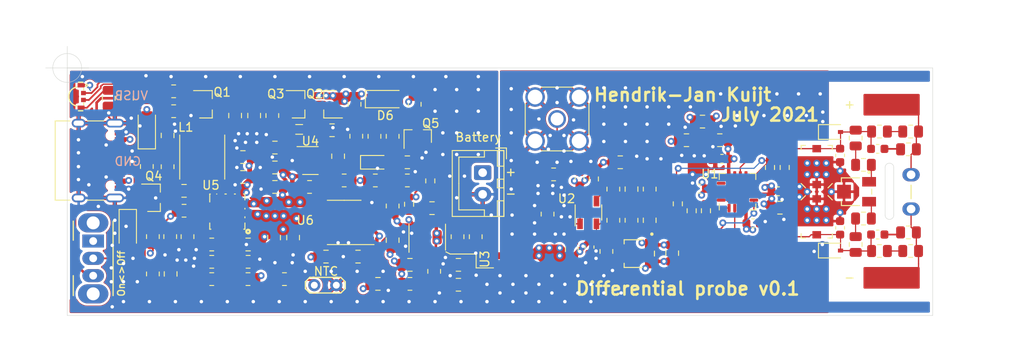
<source format=kicad_pcb>
(kicad_pcb (version 20171130) (host pcbnew "(5.1.9-16-g1737927814)-1")
  (layers (0 F.Cu signal) (1 In1.Cu power) (2 In2.Cu power) (31 B.Cu signal) (34 B.Paste user) (35 F.Paste user) (36 B.SilkS user) (37 F.SilkS user) (38 B.Mask user) (39 F.Mask user) (44 Edge.Cuts user))
  (net 0 "")
  (net 1 GND)
  (net 2 +5V)
  (net 3 -5V)
  (net 4 "Net-(C3-Pad2)")
  (net 5 "Net-(C3-Pad1)")
  (net 6 "Net-(C4-Pad2)")
  (net 7 "Net-(C4-Pad1)")
  (net 8 "Net-(C9-Pad1)")
  (net 9 "Net-(C10-Pad2)")
  (net 10 "Net-(C10-Pad1)")
  (net 11 "Net-(C13-Pad1)")
  (net 12 "Net-(C14-Pad2)")
  (net 13 "Net-(C14-Pad1)")
  (net 14 "/Battery management/BUS")
  (net 15 VDC)
  (net 16 "Net-(C26-Pad2)")
  (net 17 "Net-(C27-Pad2)")
  (net 18 "Net-(C31-Pad2)")
  (net 19 "Net-(C33-Pad2)")
  (net 20 "Net-(C33-Pad1)")
  (net 21 "Net-(C34-Pad1)")
  (net 22 "Net-(D3-Pad2)")
  (net 23 -VDC)
  (net 24 /OUTPUT)
  (net 25 /IN-)
  (net 26 /IN+)
  (net 27 "Net-(R18-Pad1)")
  (net 28 "Net-(R19-Pad2)")
  (net 29 "Net-(R21-Pad1)")
  (net 30 "Net-(R24-Pad1)")
  (net 31 "Net-(R25-Pad1)")
  (net 32 "Net-(R26-Pad2)")
  (net 33 "Net-(R27-Pad2)")
  (net 34 "Net-(R28-Pad2)")
  (net 35 "Net-(R29-Pad2)")
  (net 36 "Net-(R31-Pad1)")
  (net 37 "Net-(R32-Pad2)")
  (net 38 "Net-(R33-Pad2)")
  (net 39 "Net-(R35-Pad2)")
  (net 40 "Net-(R39-Pad2)")
  (net 41 "Net-(U1-Pad11)")
  (net 42 "Net-(U1-Pad3)")
  (net 43 "Net-(U3-Pad13)")
  (net 44 "Net-(P1-PadA5)")
  (net 45 "Net-(P1-PadA6)")
  (net 46 "Net-(P1-PadA7)")
  (net 47 "Net-(P1-PadB5)")
  (net 48 "Net-(R40-Pad2)")
  (net 49 "Net-(C38-Pad2)")
  (net 50 "Net-(C37-Pad2)")
  (net 51 "Net-(C37-Pad1)")
  (net 52 "Net-(C38-Pad1)")
  (net 53 "/Battery management/VUSB")
  (net 54 "Net-(C20-Pad1)")
  (net 55 "Net-(D4-Pad2)")
  (net 56 "Net-(D4-Pad1)")
  (net 57 "Net-(D6-Pad2)")
  (net 58 "Net-(D6-Pad1)")
  (net 59 "Net-(Q1-Pad1)")
  (net 60 "Net-(Q2-Pad3)")
  (net 61 "/Battery management/Enable")
  (net 62 "Net-(Q4-Pad1)")
  (net 63 "Net-(SW1-Pad1)")
  (net 64 "Net-(D3-Pad4)")
  (net 65 "Net-(D3-Pad3)")
  (net 66 "Net-(R37-Pad2)")
  (net 67 Battery)
  (net 68 "Net-(C41-Pad1)")
  (net 69 "Net-(C42-Pad1)")
  (net 70 Bat_Indicator)
  (net 71 "Net-(Q5-Pad1)")
  (net 72 "Net-(R46-Pad2)")
  (net 73 "Net-(R10-Pad2)")
  (net 74 "Net-(R11-Pad2)")
  (net 75 "Net-(R12-Pad2)")
  (net 76 "Net-(R13-Pad1)")
  (net 77 "Net-(R54-Pad2)")
  (net 78 "Net-(R55-Pad1)")
  (module Package_TO_SOT_SMD:SOT-23 (layer F.Cu) (at 90 46.4)
    (fp_text reference Q4 (at 0 -2.5) (layer F.SilkS))
    (fp_text value DMG3415)
    (pad 3 smd rect (at 1 0) (size 0.9 0.8) (layers F.Cu F.Paste F.Mask) (net 1 GND))
    (pad 2 smd rect (at -1 0.95) (size 0.9 0.8) (layers F.Cu F.Paste F.Mask) (net 61 "/Battery management/Enable"))
    (pad 1 smd rect (at -1 -0.95) (size 0.9 0.8) (layers F.Cu F.Paste F.Mask) (net 62 "Net-(Q4-Pad1)"))
  )
  (module Resistor_SMD:R_0805_2012Metric (layer F.Cu) (at 177.2 50.4)
    (fp_text reference R14 hide)
    (fp_text value "1K tf")
    (pad 2 smd roundrect (at 0.9125 0) (size 1.025 1.4) (layers F.Cu F.Paste F.Mask) (roundrect_rratio 0.2439014634146341) (net 25 /IN-))
    (pad 1 smd roundrect (at -0.9125 0) (size 1.025 1.4) (layers F.Cu F.Paste F.Mask) (roundrect_rratio 0.2439014634146341) (net 4 "Net-(C3-Pad2)"))
  )
  (module Resistor_SMD:R_0805_2012Metric (layer F.Cu) (at 177.2 40.8)
    (fp_text reference R15 hide)
    (fp_text value "1K tf")
    (pad 2 smd roundrect (at 0.9125 0) (size 1.025 1.4) (layers F.Cu F.Paste F.Mask) (roundrect_rratio 0.2439014634146341) (net 26 /IN+))
    (pad 1 smd roundrect (at -0.9125 0) (size 1.025 1.4) (layers F.Cu F.Paste F.Mask) (roundrect_rratio 0.2439014634146341) (net 6 "Net-(C4-Pad2)"))
  )
  (module custom_coms:probepads (layer F.Cu) (at 177.5 47.7 90)
    (fp_text reference J2 hide)
    (fp_text value Conn_01x02_Female)
    (pad 2 thru_hole oval (at 3.96 0 90) (size 1.524 2) (drill 1) (layers *.Cu *.Mask) (net 26 /IN+))
    (pad 1 thru_hole oval (at 0 0 90) (size 1.524 2) (drill 1) (layers *.Cu *.Mask) (net 25 /IN-))
  )
  (module Connector_JST:JST_XH_B2B-XH-A_1x02_P2.50mm_Vertical (layer F.Cu) (at 128 43.5 270)
    (fp_text reference BT1 hide)
    (fp_text value Battery)
    (pad 2 thru_hole oval (at 2.5 0 270) (size 1.7 2) (drill 1) (layers *.Cu *.Mask) (net 1 GND))
    (pad 1 thru_hole roundrect (at 0 0 270) (size 1.7 2) (drill 1) (layers *.Cu *.Mask) (roundrect_rratio 0.1470588235294118) (net 67 Battery))
  )
  (module Capacitor_Tantalum_SMD:CP_EIA-2012-15_AVX-P (layer F.Cu) (at 115.6 42.3)
    (fp_text reference C41 hide)
    (fp_text value 10u)
    (pad 2 smd roundrect (at 0.8875 0) (size 1.125 1.05) (layers F.Cu F.Paste F.Mask) (roundrect_rratio 0.2380942857142857) (net 1 GND))
    (pad 1 smd roundrect (at -0.8875 0) (size 1.125 1.05) (layers F.Cu F.Paste F.Mask) (roundrect_rratio 0.2380942857142857) (net 68 "Net-(C41-Pad1)"))
  )
  (module Resistor_SMD:R_0805_2012Metric (layer F.Cu) (at 172 48.8)
    (fp_text reference R54 hide)
    (fp_text value 42.2K)
    (pad 2 smd roundrect (at 0.9125 0) (size 1.025 1.4) (layers F.Cu F.Paste F.Mask) (roundrect_rratio 0.2439004878048781) (net 77 "Net-(R54-Pad2)"))
    (pad 1 smd roundrect (at -0.9125 0) (size 1.025 1.4) (layers F.Cu F.Paste F.Mask) (roundrect_rratio 0.2439004878048781) (net 75 "Net-(R12-Pad2)"))
  )
  (module custom_coms:TRIM_3313J-1-103E (layer F.Cu) (at 171.2 45.7 90)
    (fp_text reference RV2 hide)
    (fp_text value 500R)
    (pad 1 smd rect (at 1.15 1.45 90) (size 1.1 1.6) (layers F.Cu F.Paste F.Mask) (net 78 "Net-(R55-Pad1)"))
    (pad 3 smd rect (at -1.15 1.45 90) (size 1.1 1.6) (layers F.Cu F.Paste F.Mask) (net 77 "Net-(R54-Pad2)"))
    (pad 2 smd rect (at 0 -1.45 90) (size 1.6 1.6) (layers F.Cu F.Paste F.Mask) (net 1 GND))
  )
  (module Diode_SMD:D_SOD-323 (layer F.Cu) (at 168.3 38.8)
    (fp_text reference D2 hide)
    (fp_text value ESD128)
    (pad 2 smd rect (at 1.05 0) (size 0.6 0.45) (layers F.Cu F.Paste F.Mask) (net 7 "Net-(C4-Pad1)"))
    (pad 1 smd rect (at -1.05 0) (size 0.6 0.45) (layers F.Cu F.Paste F.Mask) (net 1 GND))
  )
  (module Diode_SMD:D_SOD-323 (layer F.Cu) (at 168.3 52.5)
    (fp_text reference D1 hide)
    (fp_text value ESD128)
    (pad 2 smd rect (at 1.05 0) (size 0.6 0.45) (layers F.Cu F.Paste F.Mask) (net 5 "Net-(C3-Pad1)"))
    (pad 1 smd rect (at -1.05 0) (size 0.6 0.45) (layers F.Cu F.Paste F.Mask) (net 1 GND))
  )
  (module Resistor_SMD:R_0805_2012Metric (layer F.Cu) (at 172 42.6 180)
    (fp_text reference R55 hide)
    (fp_text value 42.2K)
    (pad 2 smd roundrect (at 0.9125 0 180) (size 1.025 1.4) (layers F.Cu F.Paste F.Mask) (roundrect_rratio 0.2439004878048781) (net 76 "Net-(R13-Pad1)"))
    (pad 1 smd roundrect (at -0.9125 0 180) (size 1.025 1.4) (layers F.Cu F.Paste F.Mask) (roundrect_rratio 0.2439004878048781) (net 78 "Net-(R55-Pad1)"))
  )
  (module Resistor_SMD:R_0805_2012Metric (layer F.Cu) (at 177.45 38.75)
    (fp_text reference R53 hide)
    (fp_text value 2Meg)
    (pad 2 smd roundrect (at 0.9125 0) (size 1.025 1.4) (layers F.Cu F.Paste F.Mask) (roundrect_rratio 0.2439004878048781) (net 26 /IN+))
    (pad 1 smd roundrect (at -0.9125 0) (size 1.025 1.4) (layers F.Cu F.Paste F.Mask) (roundrect_rratio 0.2439004878048781) (net 74 "Net-(R11-Pad2)"))
  )
  (module Resistor_SMD:R_0805_2012Metric (layer F.Cu) (at 177.45 52.55)
    (fp_text reference R52 hide)
    (fp_text value 2Meg)
    (pad 2 smd roundrect (at 0.9125 0) (size 1.025 1.4) (layers F.Cu F.Paste F.Mask) (roundrect_rratio 0.2439004878048781) (net 25 /IN-))
    (pad 1 smd roundrect (at -0.9125 0) (size 1.025 1.4) (layers F.Cu F.Paste F.Mask) (roundrect_rratio 0.2439004878048781) (net 73 "Net-(R10-Pad2)"))
  )
  (module Capacitor_SMD:C_0603_1608Metric (layer F.Cu) (at 169.3 41.5 90)
    (fp_text reference C46 hide)
    (fp_text value DNP)
    (pad 2 smd roundrect (at 0.775 0 90) (size 0.9 0.95) (layers F.Cu F.Paste F.Mask) (net 7 "Net-(C4-Pad1)"))
    (pad 1 smd roundrect (at -0.775 0 90) (size 0.9 0.95) (layers F.Cu F.Paste F.Mask) (net 1 GND))
  )
  (module Capacitor_SMD:C_0603_1608Metric (layer F.Cu) (at 169.3 49.875 90)
    (fp_text reference C45 hide)
    (fp_text value DNP)
    (pad 2 smd roundrect (at 0.775 0 90) (size 0.9 0.95) (layers F.Cu F.Paste F.Mask) (net 1 GND))
    (pad 1 smd roundrect (at -0.775 0 90) (size 0.9 0.95) (layers F.Cu F.Paste F.Mask) (net 5 "Net-(C3-Pad1)"))
  )
  (module Resistor_SMD:R_0805_2012Metric (layer F.Cu) (at 108 45.15)
    (fp_text reference R39 hide)
    (fp_text value 10K)
    (pad 2 smd roundrect (at 0.9125 0) (size 1.025 1.4) (layers F.Cu F.Paste F.Mask) (roundrect_rratio 0.2439004878048781) (net 40 "Net-(R39-Pad2)"))
    (pad 1 smd roundrect (at -0.9125 0) (size 1.025 1.4) (layers F.Cu F.Paste F.Mask) (roundrect_rratio 0.2439004878048781) (net 15 VDC))
  )
  (module Capacitor_SMD:C_0805_2012Metric (layer F.Cu) (at 109.9 53.2)
    (fp_text reference C44 hide)
    (fp_text value 100n)
    (pad 2 smd roundrect (at 0.95 0) (size 1 1.45) (layers F.Cu F.Paste F.Mask) (net 1 GND))
    (pad 1 smd roundrect (at -0.95 0) (size 1 1.45) (layers F.Cu F.Paste F.Mask) (net 15 VDC))
  )
  (module Package_SO:SO-8_3.9x4.9mm_P1.27mm (layer F.Cu) (at 112 49.25 180)
    (fp_text reference U6 (at 4.5 0.25) (layer F.SilkS))
    (fp_text value TS372)
    (pad 8 smd roundrect (at 2.575 -1.905 180) (size 1.75 0.6) (layers F.Cu F.Paste F.Mask) (net 15 VDC))
    (pad 7 smd roundrect (at 2.575 -0.635 180) (size 1.75 0.6) (layers F.Cu F.Paste F.Mask) (net 71 "Net-(Q5-Pad1)"))
    (pad 6 smd roundrect (at 2.575 0.635 180) (size 1.75 0.6) (layers F.Cu F.Paste F.Mask) (net 68 "Net-(C41-Pad1)"))
    (pad 5 smd roundrect (at 2.575 1.905 180) (size 1.75 0.6) (layers F.Cu F.Paste F.Mask) (net 72 "Net-(R46-Pad2)"))
    (pad 4 smd roundrect (at -2.575 1.905 180) (size 1.75 0.6) (layers F.Cu F.Paste F.Mask) (net 1 GND))
    (pad 3 smd roundrect (at -2.575 0.635 180) (size 1.75 0.6) (layers F.Cu F.Paste F.Mask) (net 69 "Net-(C42-Pad1)"))
    (pad 2 smd roundrect (at -2.575 -0.635 180) (size 1.75 0.6) (layers F.Cu F.Paste F.Mask) (net 67 Battery))
    (pad 1 smd roundrect (at -2.575 -1.905 180) (size 1.75 0.6) (layers F.Cu F.Paste F.Mask) (net 72 "Net-(R46-Pad2)"))
  )
  (module Resistor_SMD:R_0805_2012Metric (layer F.Cu) (at 120.15 35.6 270)
    (fp_text reference R51 hide)
    (fp_text value 47K)
    (pad 2 smd roundrect (at 0.9125 0 270) (size 1.025 1.4) (layers F.Cu F.Paste F.Mask) (roundrect_rratio 0.2439004878048781) (net 70 Bat_Indicator))
    (pad 1 smd roundrect (at -0.9125 0 270) (size 1.025 1.4) (layers F.Cu F.Paste F.Mask) (roundrect_rratio 0.2439004878048781) (net 15 VDC))
  )
  (module Resistor_SMD:R_0805_2012Metric (layer F.Cu) (at 115.6 44.4)
    (fp_text reference R50 hide)
    (fp_text value 47K)
    (pad 2 smd roundrect (at 0.9125 0) (size 1.025 1.4) (layers F.Cu F.Paste F.Mask) (roundrect_rratio 0.2439004878048781) (net 71 "Net-(Q5-Pad1)"))
    (pad 1 smd roundrect (at -0.9125 0) (size 1.025 1.4) (layers F.Cu F.Paste F.Mask) (roundrect_rratio 0.2439004878048781) (net 15 VDC))
  )
  (module Resistor_SMD:R_0805_2012Metric (layer F.Cu) (at 115.5 39.3 270)
    (fp_text reference R49 hide)
    (fp_text value 10K)
    (pad 2 smd roundrect (at 0.9125 0 270) (size 1.025 1.4) (layers F.Cu F.Paste F.Mask) (roundrect_rratio 0.2439004878048781) (net 72 "Net-(R46-Pad2)"))
    (pad 1 smd roundrect (at -0.9125 0 270) (size 1.025 1.4) (layers F.Cu F.Paste F.Mask) (roundrect_rratio 0.2439004878048781) (net 70 Bat_Indicator))
  )
  (module Resistor_SMD:R_0805_2012Metric (layer F.Cu) (at 117.6 39.3 270)
    (fp_text reference R48 hide)
    (fp_text value 47K)
    (pad 1 smd roundrect (at -0.9125 0 270) (size 1.025 1.4) (layers F.Cu F.Paste F.Mask) (roundrect_rratio 0.2439004878048781) (net 70 Bat_Indicator))
    (pad 2 smd roundrect (at 0.9125 0 270) (size 1.025 1.4) (layers F.Cu F.Paste F.Mask) (roundrect_rratio 0.2439004878048781) (net 68 "Net-(C41-Pad1)"))
  )
  (module Resistor_SMD:R_0805_2012Metric (layer F.Cu) (at 113.4 39.2875 90)
    (fp_text reference R47 hide)
    (fp_text value 47K)
    (pad 1 smd roundrect (at -0.9125 0 90) (size 1.025 1.4) (layers F.Cu F.Paste F.Mask) (roundrect_rratio 0.2439004878048781) (net 72 "Net-(R46-Pad2)"))
    (pad 2 smd roundrect (at 0.9125 0 90) (size 1.025 1.4) (layers F.Cu F.Paste F.Mask) (roundrect_rratio 0.2439004878048781) (net 1 GND))
  )
  (module Resistor_SMD:R_0805_2012Metric (layer F.Cu) (at 112 44.4 180)
    (fp_text reference R46 hide)
    (fp_text value 27K)
    (pad 1 smd roundrect (at -0.9125 0 180) (size 1.025 1.4) (layers F.Cu F.Paste F.Mask) (roundrect_rratio 0.2439004878048781) (net 15 VDC))
    (pad 2 smd roundrect (at 0.9125 0 180) (size 1.025 1.4) (layers F.Cu F.Paste F.Mask) (roundrect_rratio 0.2439004878048781) (net 72 "Net-(R46-Pad2)"))
  )
  (module Resistor_SMD:R_0805_2012Metric (layer F.Cu) (at 119.3 44.4)
    (fp_text reference R45 hide)
    (fp_text value 47K)
    (pad 2 smd roundrect (at 0.9125 0) (size 1.025 1.4) (layers F.Cu F.Paste F.Mask) (roundrect_rratio 0.2439004878048781) (net 1 GND))
    (pad 1 smd roundrect (at -0.9125 0) (size 1.025 1.4) (layers F.Cu F.Paste F.Mask) (roundrect_rratio 0.2439004878048781) (net 69 "Net-(C42-Pad1)"))
  )
  (module Resistor_SMD:R_0805_2012Metric (layer F.Cu) (at 117.6 47.35 90)
    (fp_text reference R44 hide)
    (fp_text value 33K)
    (pad 2 smd roundrect (at 0.9125 0 90) (size 1.025 1.4) (layers F.Cu F.Paste F.Mask) (roundrect_rratio 0.2439004878048781) (net 69 "Net-(C42-Pad1)"))
    (pad 1 smd roundrect (at -0.9125 0 90) (size 1.025 1.4) (layers F.Cu F.Paste F.Mask) (roundrect_rratio 0.2439004878048781) (net 15 VDC))
  )
  (module Resistor_SMD:R_0805_2012Metric (layer F.Cu) (at 92.3 34.1)
    (fp_text reference R23 hide)
    (fp_text value 1K)
    (pad 2 smd roundrect (at 0.9125 0) (size 1.025 1.4) (layers F.Cu F.Paste F.Mask) (roundrect_rratio 0.2439004878048781) (net 70 Bat_Indicator))
    (pad 1 smd roundrect (at -0.9125 0) (size 1.025 1.4) (layers F.Cu F.Paste F.Mask) (roundrect_rratio 0.2439004878048781) (net 22 "Net-(D3-Pad2)"))
  )
  (module Package_TO_SOT_SMD:SOT-23 (layer F.Cu) (at 120.5 39.3 90)
    (fp_text reference Q5 (at 1.5 1.5 180) (layer F.SilkS))
    (fp_text value MMBT3904)
    (pad 3 smd rect (at 1 0 90) (size 0.9 0.8) (layers F.Cu F.Paste F.Mask) (net 70 Bat_Indicator))
    (pad 2 smd rect (at -1 0.95 90) (size 0.9 0.8) (layers F.Cu F.Paste F.Mask) (net 1 GND))
    (pad 1 smd rect (at -1 -0.95 90) (size 0.9 0.8) (layers F.Cu F.Paste F.Mask) (net 71 "Net-(Q5-Pad1)"))
  )
  (module Capacitor_SMD:C_0805_2012Metric (layer F.Cu) (at 113.6 53.2 180)
    (fp_text reference C43 hide)
    (fp_text value 100n)
    (pad 2 smd roundrect (at 0.95 0 180) (size 1 1.45) (layers F.Cu F.Paste F.Mask) (net 1 GND))
    (pad 1 smd roundrect (at -0.95 0 180) (size 1 1.45) (layers F.Cu F.Paste F.Mask) (net 67 Battery))
  )
  (module Capacitor_SMD:C_0805_2012Metric (layer F.Cu) (at 119.3 42.3)
    (fp_text reference C42 hide)
    (fp_text value 100n)
    (pad 2 smd roundrect (at 0.95 0) (size 1 1.45) (layers F.Cu F.Paste F.Mask) (net 1 GND))
    (pad 1 smd roundrect (at -0.95 0) (size 1 1.45) (layers F.Cu F.Paste F.Mask) (net 69 "Net-(C42-Pad1)"))
  )
  (module Resistor_SMD:R_0805_2012Metric (layer F.Cu) (at 100.9 53.8)
    (fp_text reference R30 hide)
    (fp_text value 10K)
    (pad 2 smd roundrect (at 0.9125 0) (size 1.025 1.4) (layers F.Cu F.Paste F.Mask) (roundrect_rratio 0.2439004878048781) (net 1 GND))
    (pad 1 smd roundrect (at -0.9125 0) (size 1.025 1.4) (layers F.Cu F.Paste F.Mask) (roundrect_rratio 0.2439004878048781) (net 35 "Net-(R29-Pad2)"))
  )
  (module Resistor_SMD:R_0805_2012Metric (layer F.Cu) (at 84.8 34.9 270)
    (fp_text reference R22 hide)
    (fp_text value 2K)
    (pad 2 smd roundrect (at 0.9125 0 270) (size 1.025 1.4) (layers F.Cu F.Paste F.Mask) (roundrect_rratio 0.2439004878048781) (net 1 GND))
    (pad 1 smd roundrect (at -0.9125 0 270) (size 1.025 1.4) (layers F.Cu F.Paste F.Mask) (roundrect_rratio 0.2439004878048781) (net 64 "Net-(D3-Pad4)"))
  )
  (module custom_coms:MHS110_RGB (layer F.Cu) (at 81.6 33.4 270)
    (fp_text reference D3 hide)
    (fp_text value LED_ABGR)
    (pad 4 smd rect (at 2.6 0 270) (size 0.5 0.8) (layers F.Cu F.Paste F.Mask) (net 64 "Net-(D3-Pad4)"))
    (pad 3 smd rect (at 1.7 -0.275 270) (size 0.5 0.55) (layers F.Cu F.Paste F.Mask) (net 65 "Net-(D3-Pad3)"))
    (pad 2 smd rect (at 0.9 -0.275 270) (size 0.5 0.55) (layers F.Cu F.Paste F.Mask) (net 22 "Net-(D3-Pad2)"))
    (pad 1 smd rect (at 0 0 270) (size 0.5 0.8) (layers F.Cu F.Paste F.Mask) (net 14 "/Battery management/BUS"))
  )
  (module Package_TO_SOT_SMD:SOT-23 (layer F.Cu) (at 110.4 35.6 180)
    (fp_text reference Q2 (at 1.8 1.2) (layer F.SilkS))
    (fp_text value DMG3415)
    (pad 3 smd rect (at 1 0 180) (size 0.9 0.8) (layers F.Cu F.Paste F.Mask) (net 60 "Net-(Q2-Pad3)"))
    (pad 2 smd rect (at -1 0.95 180) (size 0.9 0.8) (layers F.Cu F.Paste F.Mask) (net 67 Battery))
    (pad 1 smd rect (at -1 -0.95 180) (size 0.9 0.8) (layers F.Cu F.Paste F.Mask) (net 58 "Net-(D6-Pad1)"))
  )
  (module Button_Switch_THT:SW_CuK_OS102011MA1QN1_SPDT_Angled (layer F.Cu) (at 83 51.4 270)
    (fp_text reference SW1 hide)
    (fp_text value SW_SPDT)
    (pad "" thru_hole oval (at 6.1 0 270) (size 2.2 3.5) (drill 1.5) (layers *.Cu *.Mask))
    (pad "" thru_hole oval (at -2.1 0 270) (size 2.2 3.5) (drill 1.5) (layers *.Cu *.Mask))
    (pad 3 thru_hole oval (at 4 0 270) (size 1.5 2.5) (drill 0.9) (layers *.Cu *.Mask) (net 67 Battery))
    (pad 2 thru_hole oval (at 2 0 270) (size 1.5 2.5) (drill 0.9) (layers *.Cu *.Mask) (net 55 "Net-(D4-Pad2)"))
    (pad 1 thru_hole rect (at 0 0 270) (size 1.5 2.5) (drill 0.9) (layers *.Cu *.Mask) (net 63 "Net-(SW1-Pad1)"))
  )
  (module Resistor_SMD:R_0805_2012Metric (layer F.Cu) (at 93.5 47.9)
    (fp_text reference R43 hide)
    (fp_text value 100K)
    (pad 2 smd roundrect (at 0.9125 0) (size 1.025 1.4) (layers F.Cu F.Paste F.Mask) (roundrect_rratio 0.2439004878048781) (net 61 "/Battery management/Enable"))
    (pad 1 smd roundrect (at -0.9125 0) (size 1.025 1.4) (layers F.Cu F.Paste F.Mask) (roundrect_rratio 0.2439004878048781) (net 14 "/Battery management/BUS"))
  )
  (module Resistor_SMD:R_0805_2012Metric (layer F.Cu) (at 89.2 42.7875 90)
    (fp_text reference R42 hide)
    (fp_text value 22K)
    (pad 2 smd roundrect (at 0.9125 0 90) (size 1.025 1.4) (layers F.Cu F.Paste F.Mask) (roundrect_rratio 0.2439004878048781) (net 56 "Net-(D4-Pad1)"))
    (pad 1 smd roundrect (at -0.9125 0 90) (size 1.025 1.4) (layers F.Cu F.Paste F.Mask) (roundrect_rratio 0.2439004878048781) (net 62 "Net-(Q4-Pad1)"))
  )
  (module Resistor_SMD:R_0805_2012Metric (layer F.Cu) (at 113.2 35.6 270)
    (fp_text reference R41 hide)
    (fp_text value 100K)
    (pad 2 smd roundrect (at 0.9125 0 270) (size 1.025 1.4) (layers F.Cu F.Paste F.Mask) (roundrect_rratio 0.2439004878048781) (net 58 "Net-(D6-Pad1)"))
    (pad 1 smd roundrect (at -0.9125 0 270) (size 1.025 1.4) (layers F.Cu F.Paste F.Mask) (roundrect_rratio 0.2439004878048781) (net 67 Battery))
  )
  (module Resistor_SMD:R_0805_2012Metric (layer F.Cu) (at 103.7 36.9 270)
    (fp_text reference R17 hide)
    (fp_text value 100K)
    (pad 2 smd roundrect (at 0.9125 0 270) (size 1.025 1.4) (layers F.Cu F.Paste F.Mask) (roundrect_rratio 0.2439004878048781) (net 57 "Net-(D6-Pad2)"))
    (pad 1 smd roundrect (at -0.9125 0 270) (size 1.025 1.4) (layers F.Cu F.Paste F.Mask) (roundrect_rratio 0.2439004878048781) (net 54 "Net-(C20-Pad1)"))
  )
  (module Resistor_SMD:R_0805_2012Metric (layer F.Cu) (at 92.3 36.4 180)
    (fp_text reference R16 hide)
    (fp_text value 22K)
    (pad 2 smd roundrect (at 0.9125 0 180) (size 1.025 1.4) (layers F.Cu F.Paste F.Mask) (roundrect_rratio 0.2439004878048781) (net 56 "Net-(D4-Pad1)"))
    (pad 1 smd roundrect (at -0.9125 0 180) (size 1.025 1.4) (layers F.Cu F.Paste F.Mask) (roundrect_rratio 0.2439004878048781) (net 59 "Net-(Q1-Pad1)"))
  )
  (module Package_TO_SOT_SMD:SOT-23 (layer F.Cu) (at 106.7 35.6)
    (fp_text reference Q3 (at -2.6 -1.2) (layer F.SilkS))
    (fp_text value DMG3415)
    (pad 3 smd rect (at 1 0) (size 0.9 0.8) (layers F.Cu F.Paste F.Mask) (net 60 "Net-(Q2-Pad3)"))
    (pad 2 smd rect (at -1 0.95) (size 0.9 0.8) (layers F.Cu F.Paste F.Mask) (net 54 "Net-(C20-Pad1)"))
    (pad 1 smd rect (at -1 -0.95) (size 0.9 0.8) (layers F.Cu F.Paste F.Mask) (net 58 "Net-(D6-Pad1)"))
  )
  (module Package_TO_SOT_SMD:SOT-23 (layer F.Cu) (at 96 35.6)
    (fp_text reference Q1 (at 1.9 -1.4) (layer F.SilkS))
    (fp_text value MMBT3904)
    (pad 3 smd rect (at 1 0) (size 0.9 0.8) (layers F.Cu F.Paste F.Mask) (net 58 "Net-(D6-Pad1)"))
    (pad 2 smd rect (at -1 0.95) (size 0.9 0.8) (layers F.Cu F.Paste F.Mask) (net 1 GND))
    (pad 1 smd rect (at -1 -0.95) (size 0.9 0.8) (layers F.Cu F.Paste F.Mask) (net 59 "Net-(Q1-Pad1)"))
  )
  (module Diode_SMD:D_SOD-123 (layer F.Cu) (at 116.7 35)
    (fp_text reference D6 (at 0.05 1.9) (layer F.SilkS))
    (fp_text value 1N4148W)
    (pad 2 smd rect (at 1.65 0) (size 0.9 1.2) (layers F.Cu F.Paste F.Mask) (net 57 "Net-(D6-Pad2)"))
    (pad 1 smd rect (at -1.65 0) (size 0.9 1.2) (layers F.Cu F.Paste F.Mask) (net 58 "Net-(D6-Pad1)"))
  )
  (module Diode_SMD:D_SOD-123 (layer F.Cu) (at 89.2 38.5 90)
    (fp_text reference D5 hide)
    (fp_text value 1N4148W)
    (pad 2 smd rect (at 1.65 0 90) (size 0.9 1.2) (layers F.Cu F.Paste F.Mask) (net 53 "/Battery management/VUSB"))
    (pad 1 smd rect (at -1.65 0 90) (size 0.9 1.2) (layers F.Cu F.Paste F.Mask) (net 56 "Net-(D4-Pad1)"))
  )
  (module Diode_SMD:D_SOD-123 (layer F.Cu) (at 87 50 270)
    (fp_text reference D4 hide)
    (fp_text value 1N4148W)
    (pad 2 smd rect (at 1.65 0 270) (size 0.9 1.2) (layers F.Cu F.Paste F.Mask) (net 55 "Net-(D4-Pad2)"))
    (pad 1 smd rect (at -1.65 0 270) (size 0.9 1.2) (layers F.Cu F.Paste F.Mask) (net 56 "Net-(D4-Pad1)"))
  )
  (module Capacitor_SMD:C_0805_2012Metric (layer F.Cu) (at 153.4 37.6)
    (fp_text reference C40 hide)
    (fp_text value 3.3u)
    (pad 2 smd roundrect (at 0.95 0) (size 1 1.45) (layers F.Cu F.Paste F.Mask) (net 3 -5V))
    (pad 1 smd roundrect (at -0.95 0) (size 1 1.45) (layers F.Cu F.Paste F.Mask) (net 2 +5V))
  )
  (module Capacitor_SMD:C_0805_2012Metric (layer F.Cu) (at 149.9 52.8 90)
    (fp_text reference C39 hide)
    (fp_text value 3.3u)
    (pad 2 smd roundrect (at 0.95 0 90) (size 1 1.45) (layers F.Cu F.Paste F.Mask) (net 3 -5V))
    (pad 1 smd roundrect (at -0.95 0 90) (size 1 1.45) (layers F.Cu F.Paste F.Mask) (net 2 +5V))
  )
  (module Connector_Coaxial:SMA_Wurth_60312002114503_Vertical (layer F.Cu) (at 136.6 37.3 90)
    (fp_text reference J1 hide)
    (fp_text value Conn_Coaxial)
    (pad 1 thru_hole circle (at 0 0 90) (size 2.05 2.05) (drill 1.5) (layers *.Cu *.Mask) (net 24 /OUTPUT))
    (pad 2 thru_hole circle (at 2.54 2.54 90) (size 2.25 2.25) (drill 1.7) (layers *.Cu *.Mask) (net 1 GND))
    (pad 2 thru_hole circle (at 2.54 -2.54 90) (size 2.25 2.25) (drill 1.7) (layers *.Cu *.Mask) (net 1 GND))
    (pad 2 thru_hole circle (at -2.54 -2.54 90) (size 2.25 2.25) (drill 1.7) (layers *.Cu *.Mask) (net 1 GND))
    (pad 2 thru_hole circle (at -2.54 2.54 90) (size 2.25 2.25) (drill 1.7) (layers *.Cu *.Mask) (net 1 GND))
  )
  (module Resistor_SMD:R_0603_1608Metric (layer F.Cu) (at 162.9 42.9 270)
    (fp_text reference C38 hide)
    (fp_text value DNP)
    (pad 2 smd roundrect (at 0.825 0 270) (size 0.8 0.95) (layers F.Cu F.Paste F.Mask) (net 49 "Net-(C38-Pad2)"))
    (pad 1 smd roundrect (at -0.825 0 270) (size 0.8 0.95) (layers F.Cu F.Paste F.Mask) (net 52 "Net-(C38-Pad1)"))
  )
  (module Resistor_SMD:R_0603_1608Metric (layer F.Cu) (at 152.15 47.9 270)
    (fp_text reference C37 hide)
    (fp_text value DNP)
    (pad 2 smd roundrect (at 0.825 0 270) (size 0.8 0.95) (layers F.Cu F.Paste F.Mask) (net 50 "Net-(C37-Pad2)"))
    (pad 1 smd roundrect (at -0.825 0 270) (size 0.8 0.95) (layers F.Cu F.Paste F.Mask) (net 51 "Net-(C37-Pad1)"))
  )
  (module Resistor_SMD:R_0603_1608Metric (layer F.Cu) (at 161.2 42.9 270)
    (fp_text reference R3 hide)
    (fp_text value 330R)
    (pad 2 smd roundrect (at 0.825 0 270) (size 0.8 0.95) (layers F.Cu F.Paste F.Mask) (net 49 "Net-(C38-Pad2)"))
    (pad 1 smd roundrect (at -0.825 0 270) (size 0.8 0.95) (layers F.Cu F.Paste F.Mask) (net 52 "Net-(C38-Pad1)"))
  )
  (module Resistor_SMD:R_0603_1608Metric (layer F.Cu) (at 150.55 47.1 90)
    (fp_text reference R2 hide)
    (fp_text value DNP)
    (pad 2 smd roundrect (at 0.825 0 90) (size 0.8 0.95) (layers F.Cu F.Paste F.Mask) (net 52 "Net-(C38-Pad1)"))
    (pad 1 smd roundrect (at -0.825 0 90) (size 0.8 0.95) (layers F.Cu F.Paste F.Mask) (net 50 "Net-(C37-Pad2)"))
  )
  (module Resistor_SMD:R_0603_1608Metric (layer F.Cu) (at 153.8 47.9 270)
    (fp_text reference R1 hide)
    (fp_text value 330R)
    (pad 2 smd roundrect (at 0.825 0 270) (size 0.8 0.95) (layers F.Cu F.Paste F.Mask) (net 50 "Net-(C37-Pad2)"))
    (pad 1 smd roundrect (at -0.825 0 270) (size 0.8 0.95) (layers F.Cu F.Paste F.Mask) (net 51 "Net-(C37-Pad1)"))
  )
  (module custom_coms:TRIM_3313J-1-103E (layer F.Cu) (at 146.1 52.85 90)
    (fp_text reference RV1 hide)
    (fp_text value 20K)
    (pad 1 smd rect (at 1.15 1.45 90) (size 1.1 1.6) (layers F.Cu F.Paste F.Mask) (net 3 -5V))
    (pad 3 smd rect (at -1.15 1.45 90) (size 1.1 1.6) (layers F.Cu F.Paste F.Mask) (net 2 +5V))
    (pad 2 smd rect (at 0 -1.45 90) (size 1.6 1.6) (layers F.Cu F.Paste F.Mask) (net 27 "Net-(R18-Pad1)"))
  )
  (module Capacitor_SMD:C_0805_2012Metric (layer F.Cu) (at 110.6 38.6)
    (fp_text reference C36 hide)
    (fp_text value 3.3u)
    (pad 1 smd roundrect (at -0.95 0) (size 1 1.45) (layers F.Cu F.Paste F.Mask) (net 23 -VDC))
    (pad 2 smd roundrect (at 0.95 0) (size 1 1.45) (layers F.Cu F.Paste F.Mask) (net 1 GND))
  )
  (module Capacitor_SMD:C_0805_2012Metric (layer F.Cu) (at 115.9 56.35)
    (fp_text reference C35 hide)
    (fp_text value TBD)
    (pad 2 smd roundrect (at 0.95 0) (size 1 1.45) (layers F.Cu F.Paste F.Mask) (net 1 GND))
    (pad 1 smd roundrect (at -0.95 0) (size 1 1.45) (layers F.Cu F.Paste F.Mask) (net 15 VDC))
  )
  (module Capacitor_SMD:C_0603_1608Metric (layer F.Cu) (at 159.25 49.35 180)
    (fp_text reference C22 hide)
    (fp_text value 100n)
    (pad 2 smd roundrect (at 0.775 0 180) (size 0.9 0.95) (layers F.Cu F.Paste F.Mask) (net 3 -5V))
    (pad 1 smd roundrect (at -0.775 0 180) (size 0.9 0.95) (layers F.Cu F.Paste F.Mask) (net 1 GND))
  )
  (module Capacitor_SMD:C_0603_1608Metric (layer F.Cu) (at 162.15 45.65)
    (fp_text reference C7 hide)
    (fp_text value 100n)
    (pad 2 smd roundrect (at 0.775 0) (size 0.9 0.95) (layers F.Cu F.Paste F.Mask) (net 1 GND))
    (pad 1 smd roundrect (at -0.775 0) (size 0.9 0.95) (layers F.Cu F.Paste F.Mask) (net 2 +5V))
  )
  (module Capacitor_SMD:C_0603_1608Metric (layer F.Cu) (at 155.65 41.9)
    (fp_text reference C2 hide)
    (fp_text value 100n)
    (pad 2 smd roundrect (at 0.775 0) (size 0.9 0.95) (layers F.Cu F.Paste F.Mask) (net 3 -5V))
    (pad 1 smd roundrect (at -0.775 0) (size 0.9 0.95) (layers F.Cu F.Paste F.Mask) (net 1 GND))
  )
  (module Capacitor_SMD:C_0603_1608Metric (layer F.Cu) (at 153.05 45.35 180)
    (fp_text reference C1 hide)
    (fp_text value 100n)
    (pad 2 smd roundrect (at 0.775 0 180) (size 0.9 0.95) (layers F.Cu F.Paste F.Mask) (net 1 GND))
    (pad 1 smd roundrect (at -0.775 0 180) (size 0.9 0.95) (layers F.Cu F.Paste F.Mask) (net 2 +5V))
  )
  (module Inductor_SMD:L_Taiyo-Yuden_MD-5050 (layer F.Cu) (at 95.6 41.7 270)
    (fp_text reference L1 (at -3.45 1.9 180) (layer F.SilkS))
    (fp_text value 8.2uH)
    (pad 2 smd rect (at 1.8 0 270) (size 1.5 4.2) (layers F.Cu F.Paste F.Mask) (net 13 "Net-(C14-Pad1)"))
    (pad 1 smd rect (at -1.8 0 270) (size 1.5 4.2) (layers F.Cu F.Paste F.Mask) (net 54 "Net-(C20-Pad1)"))
  )
  (module Capacitor_SMD:C_0805_2012Metric (layer F.Cu) (at 101.6 36.9 270)
    (fp_text reference C20 hide)
    (fp_text value 10u)
    (pad 2 smd roundrect (at 0.95 0 270) (size 1 1.45) (layers F.Cu F.Paste F.Mask) (net 1 GND))
    (pad 1 smd roundrect (at -0.95 0 270) (size 1 1.45) (layers F.Cu F.Paste F.Mask) (net 54 "Net-(C20-Pad1)"))
  )
  (module Capacitor_SMD:C_0805_2012Metric (layer F.Cu) (at 100.3 41.7 180)
    (fp_text reference C19 hide)
    (fp_text value 10u)
    (pad 2 smd roundrect (at 0.95 0 180) (size 1 1.45) (layers F.Cu F.Paste F.Mask) (net 1 GND))
    (pad 1 smd roundrect (at -0.95 0 180) (size 1 1.45) (layers F.Cu F.Paste F.Mask) (net 14 "/Battery management/BUS"))
  )
  (module custom_coms:QFN-20_L4.0-W4.0-P0.45-BL (layer F.Cu) (at 98.5 48 90)
    (fp_text reference U5 (at 3.05 -1.9 180) (layer F.SilkS))
    (fp_text value SY6926 hide)
    (pad 2 smd custom (at -0.15 1.2 180) (size 0.5 0.5) (layers F.Cu F.Paste F.Mask) (net 53 "/Battery management/VUSB") (options (clearance outline) (anchor circle)) (primitives (gr_poly (pts (xy -1.245 -0.3) (xy -1.245 0.3) (xy 1.245 0.3) (xy 1.245 -0.9) (xy 0.25 -0.9) (xy 0.245 -0.3) (xy -1.245 -0.3)) (width 0.1))))
    (pad 3 smd rect (at 0.85 1.75 180) (size 1.5 0.7) (layers F.Cu F.Paste F.Mask) (net 15 VDC))
    (pad 20 smd rect (at -2 1.58 180) (size 0.3 0.8) (layers F.Cu F.Paste F.Mask) (net 1 GND))
    (pad 19 smd rect (at -2 1.13 180) (size 0.3 0.8) (layers F.Cu F.Paste F.Mask) (net 54 "Net-(C20-Pad1)"))
    (pad 18 smd rect (at -2 0.68 180) (size 0.3 0.8) (layers F.Cu F.Paste F.Mask) (net 35 "Net-(R29-Pad2)"))
    (pad 17 smd rect (at -2 0.23 180) (size 0.3 0.8) (layers F.Cu F.Paste F.Mask) (net 30 "Net-(R24-Pad1)"))
    (pad 16 smd rect (at -2 -0.23 180) (size 0.3 0.8) (layers F.Cu F.Paste F.Mask) (net 32 "Net-(R26-Pad2)"))
    (pad 15 smd rect (at -2 -0.68 180) (size 0.3 0.8) (layers F.Cu F.Paste F.Mask) (net 29 "Net-(R21-Pad1)"))
    (pad 14 smd rect (at -2 -1.13 180) (size 0.3 0.8) (layers F.Cu F.Paste F.Mask) (net 33 "Net-(R27-Pad2)"))
    (pad 13 smd rect (at -2 -1.58 180) (size 0.3 0.8) (layers F.Cu F.Paste F.Mask) (net 11 "Net-(C13-Pad1)"))
    (pad 12 smd rect (at -1 -2 90) (size 0.3 0.8) (layers F.Cu F.Paste F.Mask) (net 31 "Net-(R25-Pad1)"))
    (pad 11 smd rect (at -0.55 -2 90) (size 0.3 0.8) (layers F.Cu F.Paste F.Mask) (net 28 "Net-(R19-Pad2)"))
    (pad 10 smd rect (at -0.1 -2 90) (size 0.3 0.8) (layers F.Cu F.Paste F.Mask) (net 66 "Net-(R37-Pad2)"))
    (pad 9 smd rect (at 0.35 -2 90) (size 0.3 0.8) (layers F.Cu F.Paste F.Mask) (net 61 "/Battery management/Enable"))
    (pad 8 smd rect (at 0.8 -2 90) (size 0.3 0.8) (layers F.Cu F.Paste F.Mask) (net 61 "/Battery management/Enable"))
    (pad 7 smd rect (at 1.85 -1.6) (size 0.4 1) (layers F.Cu F.Paste F.Mask) (net 12 "Net-(C14-Pad2)"))
    (pad 6 smd rect (at 1.6 -0.75) (size 0.6 1.5) (layers F.Cu F.Paste F.Mask) (net 13 "Net-(C14-Pad1)"))
    (pad 5 smd rect (at 1.6 0.35) (size 0.6 1.5) (layers F.Cu F.Paste F.Mask) (net 1 GND))
    (pad 4 smd rect (at 2 1.4) (size 0.6 0.7) (layers F.Cu F.Paste F.Mask) (net 14 "/Battery management/BUS"))
    (pad 1 smd rect (at -1 2 270) (size 0.3 1) (layers F.Cu F.Paste F.Mask) (net 53 "/Battery management/VUSB"))
  )
  (module Resistor_SMD:R_0603_1608Metric (layer F.Cu) (at 121.95 44.45 270)
    (fp_text reference R40 hide)
    (fp_text value 10K)
    (pad 1 smd roundrect (at -0.825 0 270) (size 0.8 0.95) (layers F.Cu F.Paste F.Mask) (net 15 VDC))
    (pad 2 smd roundrect (at 0.825 0 270) (size 0.8 0.95) (layers F.Cu F.Paste F.Mask) (net 48 "Net-(R40-Pad2)"))
  )
  (module Resistor_SMD:R_0603_1608Metric (layer F.Cu) (at 119.5 47.15 270)
    (fp_text reference R32 hide)
    (fp_text value 10K)
    (pad 1 smd roundrect (at -0.825 0 270) (size 0.8 0.95) (layers F.Cu F.Paste F.Mask) (net 15 VDC))
    (pad 2 smd roundrect (at 0.825 0 270) (size 0.8 0.95) (layers F.Cu F.Paste F.Mask) (net 37 "Net-(R32-Pad2)"))
  )
  (module Resistor_SMD:R_0603_1608Metric (layer F.Cu) (at 140.85 44.225 90)
    (fp_text reference R31 hide)
    (fp_text value 10K)
    (pad 2 smd roundrect (at 0.825 0 90) (size 0.8 0.95) (layers F.Cu F.Paste F.Mask) (net 2 +5V))
    (pad 1 smd roundrect (at -0.825 0 90) (size 0.8 0.95) (layers F.Cu F.Paste F.Mask) (net 36 "Net-(R31-Pad1)"))
  )
  (module Connector_USB:USB_C_Receptacle_XKB_U262-16XN-4BVC11 (layer F.Cu) (at 82.4 42.1 270)
    (fp_text reference P1 hide)
    (fp_text value USB_C_Plug_USB2.0)
    (pad A12 smd rect (at 3.35 -3.67 270) (size 0.3 1.15) (layers F.Cu F.Paste F.Mask) (net 1 GND))
    (pad A9 smd rect (at 2.55 -3.67 270) (size 0.3 1.15) (layers F.Cu F.Paste F.Mask) (net 53 "/Battery management/VUSB"))
    (pad B9 smd rect (at -2.25 -3.67 270) (size 0.3 1.15) (layers F.Cu F.Paste F.Mask) (net 53 "/Battery management/VUSB"))
    (pad B12 smd rect (at -3.05 -3.67 270) (size 0.3 1.15) (layers F.Cu F.Paste F.Mask) (net 1 GND))
    (pad A1 smd rect (at -3.35 -3.67 270) (size 0.3 1.15) (layers F.Cu F.Paste F.Mask) (net 1 GND))
    (pad A4 smd rect (at -2.55 -3.67 270) (size 0.3 1.15) (layers F.Cu F.Paste F.Mask) (net 53 "/Battery management/VUSB"))
    (pad B8 smd rect (at -1.75 -3.67 270) (size 0.3 1.15) (layers F.Cu F.Paste F.Mask))
    (pad A5 smd rect (at -1.25 -3.67 270) (size 0.3 1.15) (layers F.Cu F.Paste F.Mask) (net 44 "Net-(P1-PadA5)"))
    (pad B7 smd rect (at -0.75 -3.67 270) (size 0.3 1.15) (layers F.Cu F.Paste F.Mask))
    (pad A6 smd rect (at -0.25 -3.67 270) (size 0.3 1.15) (layers F.Cu F.Paste F.Mask) (net 45 "Net-(P1-PadA6)"))
    (pad A7 smd rect (at 0.25 -3.67 270) (size 0.3 1.15) (layers F.Cu F.Paste F.Mask) (net 46 "Net-(P1-PadA7)"))
    (pad B6 smd rect (at 0.75 -3.67 270) (size 0.3 1.15) (layers F.Cu F.Paste F.Mask))
    (pad A8 smd rect (at 1.25 -3.67 270) (size 0.3 1.15) (layers F.Cu F.Paste F.Mask))
    (pad B5 smd rect (at 1.75 -3.67 270) (size 0.3 1.15) (layers F.Cu F.Paste F.Mask) (net 47 "Net-(P1-PadB5)"))
    (pad B4 smd rect (at 2.25 -3.67 270) (size 0.3 1.15) (layers F.Cu F.Paste F.Mask) (net 53 "/Battery management/VUSB"))
    (pad B1 smd rect (at 3.05 -3.67 270) (size 0.3 1.15) (layers F.Cu F.Paste F.Mask) (net 1 GND))
    (pad "" np_thru_hole circle (at -2.89 -2.605 270) (size 0.65 0.65) (drill 0.65) (layers *.Cu *.Mask))
    (pad "" np_thru_hole circle (at 2.89 -2.605 270) (size 0.65 0.65) (drill 0.65) (layers *.Cu *.Mask))
    (pad S1 thru_hole oval (at 4.32 1.075 270) (size 1 1.6) (drill oval 0.6 1.2) (layers *.Cu *.Mask) (net 1 GND))
    (pad S1 thru_hole oval (at -4.32 1.075 270) (size 1 1.6) (drill oval 0.6 1.2) (layers *.Cu *.Mask) (net 1 GND))
    (pad S1 thru_hole oval (at 4.32 -3.105 270) (size 1 2.1) (drill oval 0.6 1.7) (layers *.Cu *.Mask) (net 1 GND))
    (pad S1 thru_hole oval (at -4.32 -3.105 270) (size 1 2.1) (drill oval 0.6 1.7) (layers *.Cu *.Mask) (net 1 GND))
  )
  (module Capacitor_SMD:C_0603_1608Metric (layer F.Cu) (at 140.35 52.1 90)
    (fp_text reference C24 hide)
    (fp_text value 1n)
    (pad 2 smd roundrect (at 0.775 0 90) (size 0.9 0.95) (layers F.Cu F.Paste F.Mask) (net 3 -5V))
    (pad 1 smd roundrect (at -0.775 0 90) (size 0.9 0.95) (layers F.Cu F.Paste F.Mask) (net 1 GND))
  )
  (module Capacitor_SMD:C_0603_1608Metric (layer F.Cu) (at 139.2 44.2 90)
    (fp_text reference C23 hide)
    (fp_text value 1n)
    (pad 2 smd roundrect (at 0.775 0 90) (size 0.9 0.95) (layers F.Cu F.Paste F.Mask) (net 1 GND))
    (pad 1 smd roundrect (at -0.775 0 90) (size 0.9 0.95) (layers F.Cu F.Paste F.Mask) (net 2 +5V))
  )
  (module Capacitor_SMD:C_0603_1608Metric (layer F.Cu) (at 173.65 40.75)
    (fp_text reference C4 hide)
    (fp_text value 3p)
    (pad 2 smd roundrect (at 0.775 0) (size 0.9 0.95) (layers F.Cu F.Paste F.Mask) (net 6 "Net-(C4-Pad2)"))
    (pad 1 smd roundrect (at -0.775 0) (size 0.9 0.95) (layers F.Cu F.Paste F.Mask) (net 7 "Net-(C4-Pad1)"))
  )
  (module Capacitor_SMD:C_0603_1608Metric (layer F.Cu) (at 173.65 50.65)
    (fp_text reference C3 hide)
    (fp_text value 3p)
    (pad 2 smd roundrect (at 0.775 0) (size 0.9 0.95) (layers F.Cu F.Paste F.Mask) (net 4 "Net-(C3-Pad2)"))
    (pad 1 smd roundrect (at -0.775 0) (size 0.9 0.95) (layers F.Cu F.Paste F.Mask) (net 5 "Net-(C3-Pad1)"))
  )
  (module Package_TO_SOT_SMD:SOT-23-6 (layer F.Cu) (at 108.1 42.1)
    (fp_text reference U4 (at 0 -2.25) (layer F.SilkS))
    (fp_text value LM2776)
    (pad 5 smd rect (at 1.1 0) (size 1.06 0.65) (layers F.Cu F.Paste F.Mask) (net 20 "Net-(C33-Pad1)"))
    (pad 6 smd rect (at 1.1 -0.95) (size 1.06 0.65) (layers F.Cu F.Paste F.Mask) (net 19 "Net-(C33-Pad2)"))
    (pad 4 smd rect (at 1.1 0.95) (size 1.06 0.65) (layers F.Cu F.Paste F.Mask) (net 40 "Net-(R39-Pad2)"))
    (pad 3 smd rect (at -1.1 0.95) (size 1.06 0.65) (layers F.Cu F.Paste F.Mask) (net 15 VDC))
    (pad 2 smd rect (at -1.1 0) (size 1.06 0.65) (layers F.Cu F.Paste F.Mask) (net 1 GND))
    (pad 1 smd rect (at -1.1 -0.95) (size 1.06 0.65) (layers F.Cu F.Paste F.Mask) (net 21 "Net-(C34-Pad1)"))
  )
  (module Package_DFN_QFN:Linear_DE14MA (layer F.Cu) (at 121.6 50.95 90)
    (fp_text reference U3 (at -2.55 6.65 270) (layer F.SilkS))
    (fp_text value LT3032)
    (pad 14 smd rect (at 1.4 -1.5 90) (size 0.7 0.25) (layers F.Cu F.Paste F.Mask) (net 15 VDC))
    (pad 13 smd rect (at 1.4 -1 90) (size 0.7 0.25) (layers F.Cu F.Paste F.Mask) (net 43 "Net-(U3-Pad13)"))
    (pad 12 smd rect (at 1.4 -0.5 90) (size 0.7 0.25) (layers F.Cu F.Paste F.Mask) (net 37 "Net-(R32-Pad2)"))
    (pad 11 smd rect (at 1.4 0 90) (size 0.7 0.25) (layers F.Cu F.Paste F.Mask) (net 17 "Net-(C27-Pad2)"))
    (pad 10 smd rect (at 1.4 0.5 90) (size 0.7 0.25) (layers F.Cu F.Paste F.Mask) (net 48 "Net-(R40-Pad2)"))
    (pad 8 smd rect (at 1.4 1.5 90) (size 0.7 0.25) (layers F.Cu F.Paste F.Mask) (net 39 "Net-(R35-Pad2)"))
    (pad 7 smd rect (at -1.4 1.5 90) (size 0.7 0.25) (layers F.Cu F.Paste F.Mask) (net 3 -5V))
    (pad 6 smd rect (at -1.4 1 90) (size 0.7 0.25) (layers F.Cu F.Paste F.Mask) (net 23 -VDC))
    (pad 5 smd rect (at -1.4 0.5 90) (size 0.7 0.25) (layers F.Cu F.Paste F.Mask) (net 1 GND))
    (pad 3 smd rect (at -1.4 -0.5 90) (size 0.7 0.25) (layers F.Cu F.Paste F.Mask) (net 16 "Net-(C26-Pad2)"))
    (pad 2 smd rect (at -1.4 -1 90) (size 0.7 0.25) (layers F.Cu F.Paste F.Mask) (net 38 "Net-(R33-Pad2)"))
    (pad 1 smd rect (at -1.4 -1.5 90) (size 0.7 0.25) (layers F.Cu F.Paste F.Mask) (net 2 +5V))
    (pad 9 smd custom (at 0 1.145 90) (size 1.15 1.07) (layers F.Cu F.Paste F.Mask) (net 23 -VDC) (options (clearance outline) (anchor rect)) (primitives (gr_circle (center -0.575 -0.285) (end -0.325 -0.285) (width 0)) (gr_circle (center 0.575 -0.285) (end 0.825 -0.285) (width 0)) (gr_circle (center -0.575 0.285) (end -0.325 0.285) (width 0)) (gr_circle (center 0.575 0.285) (end 0.825 0.285) (width 0)) (gr_poly (pts (xy -0.825 -0.285) (xy 0.825 -0.285) (xy 0.825 0.285) (xy -0.825 0.285)) (width 0)) (gr_poly (pts (xy 0.825 -0.27) (xy 1.75 -0.27) (xy 1.75 -0.02) (xy 0.825 -0.02)) (width 0))))
    (pad 4 smd custom (at 0 -0.79 90) (size 1.65 1.28) (layers F.Cu F.Paste F.Mask) (net 1 GND) (options (clearance outline) (anchor rect)) (primitives (gr_circle (center 0.575 -0.64) (end 0.825 -0.64) (width 0)) (gr_circle (center 0.575 0.64) (end 0.825 0.64) (width 0)) (gr_poly (pts (xy -0.575 -0.89) (xy 0.575 -0.89) (xy 0.575 0.89) (xy -0.825 0.89) (xy -0.825 -0.64)) (width 0)) (gr_poly (pts (xy -0.78 0.665) (xy -1.75 0.665) (xy -1.75 0.915) (xy -0.88 0.915) (xy -0.78 0.89)) (width 0)) (gr_poly (pts (xy -1.075 0.665) (xy -1.025 0.66) (xy -0.977 0.645) (xy -0.935 0.622) (xy -0.897 0.591) (xy -0.866 0.552) (xy -0.844 0.511) (xy -0.83 0.464) (xy -0.825 0.415) (xy -0.825 0.665)) (width 0.001))))
  )
  (module Package_TO_SOT_SMD:TSOT-23-6 (layer F.Cu) (at 140.2 48.1 90)
    (fp_text reference U2 (at 1.6 -2.5 180) (layer F.SilkS))
    (fp_text value LTC6228xS6)
    (pad 6 smd rect (at 1.31 -0.95 90) (size 1.22 0.65) (layers F.Cu F.Paste F.Mask) (net 2 +5V))
    (pad 5 smd rect (at 1.31 0 90) (size 1.22 0.65) (layers F.Cu F.Paste F.Mask) (net 36 "Net-(R31-Pad1)"))
    (pad 4 smd rect (at 1.31 0.95 90) (size 1.22 0.65) (layers F.Cu F.Paste F.Mask) (net 9 "Net-(C10-Pad2)"))
    (pad 3 smd rect (at -1.31 0.95 90) (size 1.22 0.65) (layers F.Cu F.Paste F.Mask) (net 8 "Net-(C9-Pad1)"))
    (pad 2 smd rect (at -1.31 0 90) (size 1.22 0.65) (layers F.Cu F.Paste F.Mask) (net 3 -5V))
    (pad 1 smd rect (at -1.31 -0.95 90) (size 1.22 0.65) (layers F.Cu F.Paste F.Mask) (net 10 "Net-(C10-Pad1)"))
  )
  (module Package_CSP:LFCSP-16-1EP_4x4mm_P0.65mm_EP2.4x2.4mm (layer F.Cu) (at 157.45 45.7 90)
    (fp_text reference U1 (at 2.05 -3.2 180) (layer F.SilkS))
    (fp_text value ADA4817-2)
    (pad 17 smd rect (at 0 0 90) (size 2.4 2.4) (layers F.Cu F.Mask))
    (pad 16 smd roundrect (at -0.975 -1.8875 90) (size 0.35 0.975) (layers F.Cu F.Paste F.Mask) (net 51 "Net-(C37-Pad1)"))
    (pad 15 smd roundrect (at -0.325 -1.8875 90) (size 0.35 0.975) (layers F.Cu F.Paste F.Mask) (net 2 +5V))
    (pad 14 smd roundrect (at 0.325 -1.8875 90) (size 0.35 0.975) (layers F.Cu F.Paste F.Mask) (net 2 +5V))
    (pad 13 smd roundrect (at 0.975 -1.8875 90) (size 0.35 0.975) (layers F.Cu F.Paste F.Mask) (net 51 "Net-(C37-Pad1)"))
    (pad 12 smd roundrect (at 1.8875 -0.975 90) (size 0.975 0.35) (layers F.Cu F.Paste F.Mask) (net 3 -5V))
    (pad 11 smd roundrect (at 1.8875 -0.325 90) (size 0.975 0.35) (layers F.Cu F.Paste F.Mask) (net 41 "Net-(U1-Pad11)"))
    (pad 10 smd roundrect (at 1.8875 0.325 90) (size 0.975 0.35) (layers F.Cu F.Paste F.Mask) (net 7 "Net-(C4-Pad1)"))
    (pad 9 smd roundrect (at 1.8875 0.975 90) (size 0.975 0.35) (layers F.Cu F.Paste F.Mask) (net 52 "Net-(C38-Pad1)"))
    (pad 8 smd roundrect (at 0.975 1.8875 90) (size 0.35 0.975) (layers F.Cu F.Paste F.Mask) (net 49 "Net-(C38-Pad2)"))
    (pad 7 smd roundrect (at 0.325 1.8875 90) (size 0.35 0.975) (layers F.Cu F.Paste F.Mask) (net 2 +5V))
    (pad 6 smd roundrect (at -0.325 1.8875 90) (size 0.35 0.975) (layers F.Cu F.Paste F.Mask) (net 2 +5V))
    (pad 5 smd roundrect (at -0.975 1.8875 90) (size 0.35 0.975) (layers F.Cu F.Paste F.Mask) (net 49 "Net-(C38-Pad2)"))
    (pad 4 smd roundrect (at -1.8875 0.975 90) (size 0.975 0.35) (layers F.Cu F.Paste F.Mask) (net 3 -5V))
    (pad 3 smd roundrect (at -1.8875 0.325 90) (size 0.975 0.35) (layers F.Cu F.Paste F.Mask) (net 42 "Net-(U1-Pad3)"))
    (pad 2 smd roundrect (at -1.8875 -0.325 90) (size 0.975 0.35) (layers F.Cu F.Paste F.Mask) (net 5 "Net-(C3-Pad1)"))
    (pad 1 smd roundrect (at -1.8875 -0.975 90) (size 0.975 0.35) (layers F.Cu F.Paste F.Mask) (net 50 "Net-(C37-Pad2)"))
  )
  (module TestPoint:TestPoint_2Pads_Pitch2.54mm_Drill0.8mm (layer F.Cu) (at 108.55 56.5)
    (fp_text reference TH1 hide)
    (fp_text value Thermistor_NTC)
    (pad 2 thru_hole circle (at 2.54 0) (size 1.4 1.4) (drill 0.8) (layers *.Cu *.Mask) (net 1 GND))
    (pad 1 thru_hole circle (at 0 0) (size 1.4 1.4) (drill 0.8) (layers *.Cu *.Mask) (net 34 "Net-(R28-Pad2)"))
  )
  (module Resistor_SMD:R_0805_2012Metric (layer F.Cu) (at 91.6 42.8125 270)
    (fp_text reference R38 hide)
    (fp_text value DNP)
    (pad 2 smd roundrect (at 0.9125 0 270) (size 1.025 1.4) (layers F.Cu F.Paste F.Mask) (roundrect_rratio 0.2439004878048781) (net 13 "Net-(C14-Pad1)"))
    (pad 1 smd roundrect (at -0.9125 0 270) (size 1.025 1.4) (layers F.Cu F.Paste F.Mask) (roundrect_rratio 0.2439004878048781) (net 18 "Net-(C31-Pad2)"))
  )
  (module Resistor_SMD:R_0805_2012Metric (layer F.Cu) (at 86.9 34.9 270)
    (fp_text reference R37 hide)
    (fp_text value 1K)
    (pad 2 smd roundrect (at 0.9125 0 270) (size 1.025 1.4) (layers F.Cu F.Paste F.Mask) (roundrect_rratio 0.2439004878048781) (net 66 "Net-(R37-Pad2)"))
    (pad 1 smd roundrect (at -0.9125 0 270) (size 1.025 1.4) (layers F.Cu F.Paste F.Mask) (roundrect_rratio 0.2439004878048781) (net 65 "Net-(D3-Pad3)"))
  )
  (module Resistor_SMD:R_0805_2012Metric (layer F.Cu) (at 127.2 50.9 270)
    (fp_text reference R36 hide)
    (fp_text value 3.57K)
    (pad 1 smd roundrect (at -0.9125 0 270) (size 1.025 1.4) (layers F.Cu F.Paste F.Mask) (roundrect_rratio 0.2439004878048781) (net 39 "Net-(R35-Pad2)"))
    (pad 2 smd roundrect (at 0.9125 0 270) (size 1.025 1.4) (layers F.Cu F.Paste F.Mask) (roundrect_rratio 0.2439004878048781) (net 1 GND))
  )
  (module Resistor_SMD:R_0805_2012Metric (layer F.Cu) (at 125.1 50.9 90)
    (fp_text reference R35 hide)
    (fp_text value 11K)
    (pad 1 smd roundrect (at -0.9125 0 90) (size 1.025 1.4) (layers F.Cu F.Paste F.Mask) (roundrect_rratio 0.2439004878048781) (net 3 -5V))
    (pad 2 smd roundrect (at 0.9125 0 90) (size 1.025 1.4) (layers F.Cu F.Paste F.Mask) (roundrect_rratio 0.2439004878048781) (net 39 "Net-(R35-Pad2)"))
  )
  (module Resistor_SMD:R_0805_2012Metric (layer F.Cu) (at 122.4 54.9 90)
    (fp_text reference R34 hide)
    (fp_text value 3.57K)
    (pad 1 smd roundrect (at -0.9125 0 90) (size 1.025 1.4) (layers F.Cu F.Paste F.Mask) (roundrect_rratio 0.2439004878048781) (net 38 "Net-(R33-Pad2)"))
    (pad 2 smd roundrect (at 0.9125 0 90) (size 1.025 1.4) (layers F.Cu F.Paste F.Mask) (roundrect_rratio 0.2439004878048781) (net 1 GND))
  )
  (module Resistor_SMD:R_0805_2012Metric (layer F.Cu) (at 119.6 56.35)
    (fp_text reference R33 hide)
    (fp_text value 11K)
    (pad 1 smd roundrect (at -0.9125 0) (size 1.025 1.4) (layers F.Cu F.Paste F.Mask) (roundrect_rratio 0.2439004878048781) (net 2 +5V))
    (pad 2 smd roundrect (at 0.9125 0) (size 1.025 1.4) (layers F.Cu F.Paste F.Mask) (roundrect_rratio 0.2439004878048781) (net 38 "Net-(R33-Pad2)"))
  )
  (module Resistor_SMD:R_0805_2012Metric (layer F.Cu) (at 100.8875 55.8 180)
    (fp_text reference R29 hide)
    (fp_text value 36K hide)
    (pad 2 smd roundrect (at 0.9125 0 180) (size 1.025 1.4) (layers F.Cu F.Paste F.Mask) (roundrect_rratio 0.2439004878048781) (net 35 "Net-(R29-Pad2)"))
    (pad 1 smd roundrect (at -0.9125 0 180) (size 1.025 1.4) (layers F.Cu F.Paste F.Mask) (roundrect_rratio 0.2439004878048781) (net 15 VDC))
  )
  (module Resistor_SMD:R_0805_2012Metric (layer F.Cu) (at 105.1 55.8)
    (fp_text reference R28 hide)
    (fp_text value 4.42K)
    (pad 2 smd roundrect (at 0.9125 0) (size 1.025 1.4) (layers F.Cu F.Paste F.Mask) (roundrect_rratio 0.2439004878048781) (net 34 "Net-(R28-Pad2)"))
    (pad 1 smd roundrect (at -0.9125 0) (size 1.025 1.4) (layers F.Cu F.Paste F.Mask) (roundrect_rratio 0.2439004878048781) (net 33 "Net-(R27-Pad2)"))
  )
  (module Resistor_SMD:R_0805_2012Metric (layer F.Cu) (at 89.9 55.2 90)
    (fp_text reference R27 hide)
    (fp_text value 22K)
    (pad 2 smd roundrect (at 0.9125 0 90) (size 1.025 1.4) (layers F.Cu F.Paste F.Mask) (roundrect_rratio 0.2439004878048781) (net 33 "Net-(R27-Pad2)"))
    (pad 1 smd roundrect (at -0.9125 0 90) (size 1.025 1.4) (layers F.Cu F.Paste F.Mask) (roundrect_rratio 0.2439004878048781) (net 14 "/Battery management/BUS"))
  )
  (module Resistor_SMD:R_0805_2012Metric (layer F.Cu) (at 96.7 53.8)
    (fp_text reference R26 hide)
    (fp_text value 220K)
    (pad 2 smd roundrect (at 0.9125 0) (size 1.025 1.4) (layers F.Cu F.Paste F.Mask) (roundrect_rratio 0.2439004878048781) (net 32 "Net-(R26-Pad2)"))
    (pad 1 smd roundrect (at -0.9125 0) (size 1.025 1.4) (layers F.Cu F.Paste F.Mask) (roundrect_rratio 0.2439004878048781) (net 1 GND))
  )
  (module Resistor_SMD:R_0805_2012Metric (layer F.Cu) (at 93.9 50.8925 270)
    (fp_text reference R25 hide)
    (fp_text value 3,3K)
    (pad 2 smd roundrect (at 0.9125 0 270) (size 1.025 1.4) (layers F.Cu F.Paste F.Mask) (roundrect_rratio 0.2439004878048781) (net 1 GND))
    (pad 1 smd roundrect (at -0.9125 0 270) (size 1.025 1.4) (layers F.Cu F.Paste F.Mask) (roundrect_rratio 0.2439004878048781) (net 31 "Net-(R25-Pad1)"))
  )
  (module Resistor_SMD:R_0805_2012Metric (layer F.Cu) (at 96.7 55.8 180)
    (fp_text reference R24 hide)
    (fp_text value DNP)
    (pad 2 smd roundrect (at 0.9125 0 180) (size 1.025 1.4) (layers F.Cu F.Paste F.Mask) (roundrect_rratio 0.2439004878048781) (net 14 "/Battery management/BUS"))
    (pad 1 smd roundrect (at -0.9125 0 180) (size 1.025 1.4) (layers F.Cu F.Paste F.Mask) (roundrect_rratio 0.2439004878048781) (net 30 "Net-(R24-Pad1)"))
  )
  (module Resistor_SMD:R_0805_2012Metric (layer F.Cu) (at 96.7 51.8 180)
    (fp_text reference R21 hide)
    (fp_text value 33K)
    (pad 2 smd roundrect (at 0.9125 0 180) (size 1.025 1.4) (layers F.Cu F.Paste F.Mask) (roundrect_rratio 0.2439004878048781) (net 1 GND))
    (pad 1 smd roundrect (at -0.9125 0 180) (size 1.025 1.4) (layers F.Cu F.Paste F.Mask) (roundrect_rratio 0.2439004878048781) (net 29 "Net-(R21-Pad1)"))
  )
  (module Resistor_SMD:R_0805_2012Metric (layer F.Cu) (at 91.9 50.8875 270)
    (fp_text reference R20 hide)
    (fp_text value 12K)
    (pad 2 smd roundrect (at 0.9125 0 270) (size 1.025 1.4) (layers F.Cu F.Paste F.Mask) (roundrect_rratio 0.2439004878048781) (net 1 GND))
    (pad 1 smd roundrect (at -0.9125 0 270) (size 1.025 1.4) (layers F.Cu F.Paste F.Mask) (roundrect_rratio 0.2439004878048781) (net 28 "Net-(R19-Pad2)"))
  )
  (module Resistor_SMD:R_0805_2012Metric (layer F.Cu) (at 89.9 50.8875 90)
    (fp_text reference R19 hide)
    (fp_text value 33K)
    (pad 2 smd roundrect (at 0.9125 0 90) (size 1.025 1.4) (layers F.Cu F.Paste F.Mask) (roundrect_rratio 0.2439004878048781) (net 28 "Net-(R19-Pad2)"))
    (pad 1 smd roundrect (at -0.9125 0 90) (size 1.025 1.4) (layers F.Cu F.Paste F.Mask) (roundrect_rratio 0.2439004878048781) (net 53 "/Battery management/VUSB"))
  )
  (module Resistor_SMD:R_0805_2012Metric (layer F.Cu) (at 143.1 49 90)
    (fp_text reference R18 hide)
    (fp_text value 22K)
    (pad 2 smd roundrect (at 0.9125 0 90) (size 1.025 1.4) (layers F.Cu F.Paste F.Mask) (roundrect_rratio 0.2439004878048781) (net 8 "Net-(C9-Pad1)"))
    (pad 1 smd roundrect (at -0.9125 0 90) (size 1.025 1.4) (layers F.Cu F.Paste F.Mask) (roundrect_rratio 0.2439004878048781) (net 27 "Net-(R18-Pad1)"))
  )
  (module Resistor_SMD:R_0805_2012Metric (layer F.Cu) (at 171.1 39.5 90)
    (fp_text reference R13 hide)
    (fp_text value 402K)
    (pad 2 smd roundrect (at 0.9125 0 90) (size 1.025 1.4) (layers F.Cu F.Paste F.Mask) (roundrect_rratio 0.2439004878048781) (net 7 "Net-(C4-Pad1)"))
    (pad 1 smd roundrect (at -0.9125 0 90) (size 1.025 1.4) (layers F.Cu F.Paste F.Mask) (roundrect_rratio 0.2439004878048781) (net 76 "Net-(R13-Pad1)"))
  )
  (module Resistor_SMD:R_0805_2012Metric (layer F.Cu) (at 171.1 51.8 90)
    (fp_text reference R12 hide)
    (fp_text value 402K)
    (pad 2 smd roundrect (at 0.9125 0 90) (size 1.025 1.4) (layers F.Cu F.Paste F.Mask) (roundrect_rratio 0.2439004878048781) (net 75 "Net-(R12-Pad2)"))
    (pad 1 smd roundrect (at -0.9125 0 90) (size 1.025 1.4) (layers F.Cu F.Paste F.Mask) (roundrect_rratio 0.2439004878048781) (net 5 "Net-(C3-Pad1)"))
  )
  (module Resistor_SMD:R_0805_2012Metric (layer F.Cu) (at 173.85 38.75)
    (fp_text reference R11 hide)
    (fp_text value 2Meg)
    (pad 2 smd roundrect (at 0.9125 0) (size 1.025 1.4) (layers F.Cu F.Paste F.Mask) (roundrect_rratio 0.2439004878048781) (net 74 "Net-(R11-Pad2)"))
    (pad 1 smd roundrect (at -0.9125 0) (size 1.025 1.4) (layers F.Cu F.Paste F.Mask) (roundrect_rratio 0.2439004878048781) (net 7 "Net-(C4-Pad1)"))
  )
  (module Resistor_SMD:R_0805_2012Metric (layer F.Cu) (at 173.85 52.55)
    (fp_text reference R10 hide)
    (fp_text value 2Meg)
    (pad 2 smd roundrect (at 0.9125 0) (size 1.025 1.4) (layers F.Cu F.Paste F.Mask) (roundrect_rratio 0.2439004878048781) (net 73 "Net-(R10-Pad2)"))
    (pad 1 smd roundrect (at -0.9125 0) (size 1.025 1.4) (layers F.Cu F.Paste F.Mask) (roundrect_rratio 0.2439004878048781) (net 5 "Net-(C3-Pad1)"))
  )
  (module Resistor_SMD:R_0805_2012Metric (layer F.Cu) (at 136.2 43.7)
    (fp_text reference R9 hide)
    (fp_text value 1Meg)
    (pad 2 smd roundrect (at 0.9125 0) (size 1.025 1.4) (layers F.Cu F.Paste F.Mask) (roundrect_rratio 0.2439004878048781) (net 1 GND))
    (pad 1 smd roundrect (at -0.9125 0) (size 1.025 1.4) (layers F.Cu F.Paste F.Mask) (roundrect_rratio 0.2439004878048781) (net 24 /OUTPUT))
  )
  (module Resistor_SMD:R_0805_2012Metric (layer F.Cu) (at 135.5 48.2875 270)
    (fp_text reference R8 hide)
    (fp_text value 50R)
    (pad 2 smd roundrect (at 0.9125 0 270) (size 1.025 1.4) (layers F.Cu F.Paste F.Mask) (roundrect_rratio 0.2439004878048781) (net 10 "Net-(C10-Pad1)"))
    (pad 1 smd roundrect (at -0.9125 0 270) (size 1.025 1.4) (layers F.Cu F.Paste F.Mask) (roundrect_rratio 0.2439004878048781) (net 24 /OUTPUT))
  )
  (module Resistor_SMD:R_0805_2012Metric (layer F.Cu) (at 143.1 45.4 90)
    (fp_text reference R7 hide)
    (fp_text value 330R)
    (pad 2 smd roundrect (at 0.9125 0 90) (size 1.025 1.4) (layers F.Cu F.Paste F.Mask) (roundrect_rratio 0.2439004878048781) (net 9 "Net-(C10-Pad2)"))
    (pad 1 smd roundrect (at -0.9125 0 90) (size 1.025 1.4) (layers F.Cu F.Paste F.Mask) (roundrect_rratio 0.2439004878048781) (net 10 "Net-(C10-Pad1)"))
  )
  (module Resistor_SMD:R_0805_2012Metric (layer F.Cu) (at 142.3 52.6 270)
    (fp_text reference R6 hide)
    (fp_text value 330R)
    (pad 2 smd roundrect (at 0.9125 0 270) (size 1.025 1.4) (layers F.Cu F.Paste F.Mask) (roundrect_rratio 0.2439004878048781) (net 1 GND))
    (pad 1 smd roundrect (at -0.9125 0 270) (size 1.025 1.4) (layers F.Cu F.Paste F.Mask) (roundrect_rratio 0.2439004878048781) (net 8 "Net-(C9-Pad1)"))
  )
  (module Resistor_SMD:R_0805_2012Metric (layer F.Cu) (at 145.2 49 270)
    (fp_text reference R5 hide)
    (fp_text value 330R)
    (pad 2 smd roundrect (at 0.9125 0 270) (size 1.025 1.4) (layers F.Cu F.Paste F.Mask) (roundrect_rratio 0.2439004878048781) (net 49 "Net-(C38-Pad2)"))
    (pad 1 smd roundrect (at -0.9125 0 270) (size 1.025 1.4) (layers F.Cu F.Paste F.Mask) (roundrect_rratio 0.2439004878048781) (net 8 "Net-(C9-Pad1)"))
  )
  (module Resistor_SMD:R_0805_2012Metric (layer F.Cu) (at 147.3 45.4 270)
    (fp_text reference R4 hide)
    (fp_text value 330R)
    (pad 2 smd roundrect (at 0.9125 0 270) (size 1.025 1.4) (layers F.Cu F.Paste F.Mask) (roundrect_rratio 0.2439004878048781) (net 51 "Net-(C37-Pad1)"))
    (pad 1 smd roundrect (at -0.9125 0 270) (size 1.025 1.4) (layers F.Cu F.Paste F.Mask) (roundrect_rratio 0.2439004878048781) (net 9 "Net-(C10-Pad2)"))
  )
  (module Inductor_SMD:L_0805_2012Metric (layer F.Cu) (at 106.8 38.5 180)
    (fp_text reference FB1 hide)
    (fp_text value Ferrite_Bead)
    (pad 2 smd roundrect (at 1.0625 0 180) (size 0.875 1.2) (layers F.Cu F.Paste F.Mask) (net 21 "Net-(C34-Pad1)"))
    (pad 1 smd roundrect (at -1.0625 0 180) (size 0.875 1.2) (layers F.Cu F.Paste F.Mask) (net 23 -VDC))
  )
  (module Capacitor_SMD:C_Trimmer_Murata_TZC3 (layer F.Cu) (at 166.6 42.8 90)
    (fp_text reference CV4 hide)
    (fp_text value 30p)
    (pad 2 smd rect (at 2.075 0 90) (size 0.85 1) (layers F.Cu F.Paste F.Mask) (net 7 "Net-(C4-Pad1)"))
    (pad 1 smd rect (at -2.075 0 90) (size 0.85 1) (layers F.Cu F.Paste F.Mask) (net 1 GND))
  )
  (module Capacitor_SMD:C_Trimmer_Murata_TZC3 (layer F.Cu) (at 166.6 48.6 270)
    (fp_text reference CV3 hide)
    (fp_text value 30p)
    (pad 2 smd rect (at 2.075 0 270) (size 0.85 1) (layers F.Cu F.Paste F.Mask) (net 5 "Net-(C3-Pad1)"))
    (pad 1 smd rect (at -2.075 0 270) (size 0.85 1) (layers F.Cu F.Paste F.Mask) (net 1 GND))
  )
  (module Capacitor_SMD:C_0805_2012Metric (layer F.Cu) (at 104 40.6 180)
    (fp_text reference C34 hide)
    (fp_text value 1u)
    (pad 2 smd roundrect (at 0.95 0 180) (size 1 1.45) (layers F.Cu F.Paste F.Mask) (net 1 GND))
    (pad 1 smd roundrect (at -0.95 0 180) (size 1 1.45) (layers F.Cu F.Paste F.Mask) (net 21 "Net-(C34-Pad1)"))
  )
  (module Capacitor_SMD:C_0805_2012Metric (layer F.Cu) (at 111.3 41.6 90)
    (fp_text reference C33 hide)
    (fp_text value 1u)
    (pad 2 smd roundrect (at 0.95 0 90) (size 1 1.45) (layers F.Cu F.Paste F.Mask) (net 19 "Net-(C33-Pad2)"))
    (pad 1 smd roundrect (at -0.95 0 90) (size 1 1.45) (layers F.Cu F.Paste F.Mask) (net 20 "Net-(C33-Pad1)"))
  )
  (module Capacitor_SMD:C_0805_2012Metric (layer F.Cu) (at 104 45.15 180)
    (fp_text reference C32 hide)
    (fp_text value 10u)
    (pad 2 smd roundrect (at 0.95 0 180) (size 1 1.45) (layers F.Cu F.Paste F.Mask) (net 1 GND))
    (pad 1 smd roundrect (at -0.95 0 180) (size 1 1.45) (layers F.Cu F.Paste F.Mask) (net 15 VDC))
  )
  (module Capacitor_SMD:C_0805_2012Metric (layer F.Cu) (at 91.6 39.2 270)
    (fp_text reference C31 hide)
    (fp_text value DNP)
    (pad 2 smd roundrect (at 0.95 0 270) (size 1 1.45) (layers F.Cu F.Paste F.Mask) (net 18 "Net-(C31-Pad2)"))
    (pad 1 smd roundrect (at -0.95 0 270) (size 1 1.45) (layers F.Cu F.Paste F.Mask) (net 1 GND))
  )
  (module Capacitor_SMD:C_0805_2012Metric (layer F.Cu) (at 99.4 36.9 270)
    (fp_text reference C30 hide)
    (fp_text value 10u)
    (pad 2 smd roundrect (at 0.95 0 270) (size 1 1.45) (layers F.Cu F.Paste F.Mask) (net 1 GND))
    (pad 1 smd roundrect (at -0.95 0 270) (size 1 1.45) (layers F.Cu F.Paste F.Mask) (net 54 "Net-(C20-Pad1)"))
  )
  (module Capacitor_SMD:C_0805_2012Metric (layer F.Cu) (at 125.2 54.15 180)
    (fp_text reference C29 hide)
    (fp_text value 10u)
    (pad 1 smd roundrect (at -0.95 0 180) (size 1 1.45) (layers F.Cu F.Paste F.Mask) (net 3 -5V))
    (pad 2 smd roundrect (at 0.95 0 180) (size 1 1.45) (layers F.Cu F.Paste F.Mask) (net 1 GND))
  )
  (module Capacitor_SMD:C_0805_2012Metric (layer F.Cu) (at 117.6 51.3 90)
    (fp_text reference C28 hide)
    (fp_text value 10u)
    (pad 1 smd roundrect (at -0.95 0 90) (size 1 1.45) (layers F.Cu F.Paste F.Mask) (net 2 +5V))
    (pad 2 smd roundrect (at 0.95 0 90) (size 1 1.45) (layers F.Cu F.Paste F.Mask) (net 1 GND))
  )
  (module Capacitor_SMD:C_0805_2012Metric (layer F.Cu) (at 122.15 47.6 180)
    (fp_text reference C27 hide)
    (fp_text value 10n)
    (pad 1 smd roundrect (at -0.95 0 180) (size 1 1.45) (layers F.Cu F.Paste F.Mask) (net 3 -5V))
    (pad 2 smd roundrect (at 0.95 0 180) (size 1 1.45) (layers F.Cu F.Paste F.Mask) (net 17 "Net-(C27-Pad2)"))
  )
  (module Capacitor_SMD:C_0805_2012Metric (layer F.Cu) (at 119.6 54.15)
    (fp_text reference C26 hide)
    (fp_text value 10n)
    (pad 1 smd roundrect (at -0.95 0) (size 1 1.45) (layers F.Cu F.Paste F.Mask) (net 2 +5V))
    (pad 2 smd roundrect (at 0.95 0) (size 1 1.45) (layers F.Cu F.Paste F.Mask) (net 16 "Net-(C26-Pad2)"))
  )
  (module Capacitor_SMD:C_0805_2012Metric (layer F.Cu) (at 103.9 51 270)
    (fp_text reference C25 hide)
    (fp_text value 10u)
    (pad 2 smd roundrect (at 0.95 0 270) (size 1 1.45) (layers F.Cu F.Paste F.Mask) (net 1 GND))
    (pad 1 smd roundrect (at -0.95 0 270) (size 1 1.45) (layers F.Cu F.Paste F.Mask) (net 53 "/Battery management/VUSB"))
  )
  (module Capacitor_SMD:C_0805_2012Metric (layer F.Cu) (at 143.9 42.3)
    (fp_text reference C21 hide)
    (fp_text value 100n)
    (pad 2 smd roundrect (at 0.95 0) (size 1 1.45) (layers F.Cu F.Paste F.Mask) (net 1 GND))
    (pad 1 smd roundrect (at -0.95 0) (size 1 1.45) (layers F.Cu F.Paste F.Mask) (net 2 +5V))
  )
  (module Capacitor_SMD:C_0805_2012Metric (layer F.Cu) (at 155.4 39.75)
    (fp_text reference C18 hide)
    (fp_text value 10u)
    (pad 2 smd roundrect (at 0.95 0) (size 1 1.45) (layers F.Cu F.Paste F.Mask) (net 3 -5V))
    (pad 1 smd roundrect (at -0.95 0) (size 1 1.45) (layers F.Cu F.Paste F.Mask) (net 1 GND))
  )
  (module Capacitor_SMD:C_0805_2012Metric (layer F.Cu) (at 162.35 47.55)
    (fp_text reference C17 hide)
    (fp_text value 10u)
    (pad 2 smd roundrect (at 0.95 0) (size 1 1.45) (layers F.Cu F.Paste F.Mask) (net 1 GND))
    (pad 1 smd roundrect (at -0.95 0) (size 1 1.45) (layers F.Cu F.Paste F.Mask) (net 2 +5V))
  )
  (module Capacitor_SMD:C_0805_2012Metric (layer F.Cu) (at 104 42.9 180)
    (fp_text reference C16 hide)
    (fp_text value 10u)
    (pad 2 smd roundrect (at 0.95 0 180) (size 1 1.45) (layers F.Cu F.Paste F.Mask) (net 1 GND))
    (pad 1 smd roundrect (at -0.95 0 180) (size 1 1.45) (layers F.Cu F.Paste F.Mask) (net 15 VDC))
  )
  (module Capacitor_SMD:C_0805_2012Metric (layer F.Cu) (at 100.3 44 180)
    (fp_text reference C15 hide)
    (fp_text value 10u)
    (pad 2 smd roundrect (at 0.95 0 180) (size 1 1.45) (layers F.Cu F.Paste F.Mask) (net 1 GND))
    (pad 1 smd roundrect (at -0.95 0 180) (size 1 1.45) (layers F.Cu F.Paste F.Mask) (net 14 "/Battery management/BUS"))
  )
  (module Capacitor_SMD:C_0805_2012Metric (layer F.Cu) (at 93.5 45.6)
    (fp_text reference C14 hide)
    (fp_text value 100n)
    (pad 2 smd roundrect (at 0.95 0) (size 1 1.45) (layers F.Cu F.Paste F.Mask) (net 12 "Net-(C14-Pad2)"))
    (pad 1 smd roundrect (at -0.95 0) (size 1 1.45) (layers F.Cu F.Paste F.Mask) (net 13 "Net-(C14-Pad1)"))
  )
  (module Capacitor_SMD:C_0805_2012Metric (layer F.Cu) (at 91.95 55.2 90)
    (fp_text reference C13 hide)
    (fp_text value 100n)
    (pad 2 smd roundrect (at 0.95 0 90) (size 1 1.45) (layers F.Cu F.Paste F.Mask) (net 1 GND))
    (pad 1 smd roundrect (at -0.95 0 90) (size 1 1.45) (layers F.Cu F.Paste F.Mask) (net 11 "Net-(C13-Pad1)"))
  )
  (module Capacitor_SMD:C_0805_2012Metric (layer F.Cu) (at 100.9 51.8 180)
    (fp_text reference C12 hide)
    (fp_text value 100n)
    (pad 2 smd roundrect (at 0.95 0 180) (size 1 1.45) (layers F.Cu F.Paste F.Mask) (net 1 GND))
    (pad 1 smd roundrect (at -0.95 0 180) (size 1 1.45) (layers F.Cu F.Paste F.Mask) (net 53 "/Battery management/VUSB"))
  )
  (module Capacitor_SMD:C_0805_2012Metric (layer F.Cu) (at 106.1 51 270)
    (fp_text reference C11 hide)
    (fp_text value 10u)
    (pad 2 smd roundrect (at 0.95 0 270) (size 1 1.45) (layers F.Cu F.Paste F.Mask) (net 1 GND))
    (pad 1 smd roundrect (at -0.95 0 270) (size 1 1.45) (layers F.Cu F.Paste F.Mask) (net 53 "/Battery management/VUSB"))
  )
  (module Capacitor_SMD:C_0805_2012Metric (layer F.Cu) (at 145.2 45.4 90)
    (fp_text reference C10 hide)
    (fp_text value DNP)
    (pad 2 smd roundrect (at 0.95 0 90) (size 1 1.45) (layers F.Cu F.Paste F.Mask) (net 9 "Net-(C10-Pad2)"))
    (pad 1 smd roundrect (at -0.95 0 90) (size 1 1.45) (layers F.Cu F.Paste F.Mask) (net 10 "Net-(C10-Pad1)"))
  )
  (module Capacitor_SMD:C_0805_2012Metric (layer F.Cu) (at 147.3 49 270)
    (fp_text reference C9 hide)
    (fp_text value DNP)
    (pad 2 smd roundrect (at 0.95 0 270) (size 1 1.45) (layers F.Cu F.Paste F.Mask) (net 49 "Net-(C38-Pad2)"))
    (pad 1 smd roundrect (at -0.95 0 270) (size 1 1.45) (layers F.Cu F.Paste F.Mask) (net 8 "Net-(C9-Pad1)"))
  )
  (module Capacitor_SMD:C_0805_2012Metric (layer F.Cu) (at 138.3 52.35 270)
    (fp_text reference C8 hide)
    (fp_text value 100n)
    (pad 2 smd roundrect (at 0.95 0 270) (size 1 1.45) (layers F.Cu F.Paste F.Mask) (net 3 -5V))
    (pad 1 smd roundrect (at -0.95 0 270) (size 1 1.45) (layers F.Cu F.Paste F.Mask) (net 1 GND))
  )
  (module Capacitor_SMD:C_0805_2012Metric (layer F.Cu) (at 125.2 56.45)
    (fp_text reference C6 hide)
    (fp_text value 10u)
    (pad 2 smd roundrect (at 0.95 0) (size 1 1.45) (layers F.Cu F.Paste F.Mask) (net 3 -5V))
    (pad 1 smd roundrect (at -0.95 0) (size 1 1.45) (layers F.Cu F.Paste F.Mask) (net 1 GND))
  )
  (module Capacitor_SMD:C_0805_2012Metric (layer F.Cu) (at 151.55 39.75)
    (fp_text reference C5 hide)
    (fp_text value 10u)
    (pad 2 smd roundrect (at 0.95 0) (size 1 1.45) (layers F.Cu F.Paste F.Mask) (net 1 GND))
    (pad 1 smd roundrect (at -0.95 0) (size 1 1.45) (layers F.Cu F.Paste F.Mask) (net 2 +5V))
  )
  (gr_text - (at 170.4 55.6) (layer F.SilkS) (effects (font (size 1 1))))
  (gr_text + (at 170.4 35.6) (layer F.SilkS) (effects (font (size 1 1))))
  (gr_text GND (at 87 42.2) (layer B.SilkS) (effects (font (size 1 1)) (justify mirror)))
  (gr_text VUSB (at 87.4 34.6) (layer B.SilkS) (effects (font (size 1 1)) (justify mirror)))
  (gr_arc (start 175 48.4) (end 174.5 48.4) (angle -180) (layer Edge.Cuts) (width 0.05))
  (gr_arc (start 175 42.9) (end 175.5 42.9) (angle -180) (layer Edge.Cuts) (width 0.05))
  (gr_line (start 175.5 48.4) (end 175.5 42.9) (layer Edge.Cuts) (width 0.05))
  (gr_line (start 174.5 42.9) (end 174.5 48.4) (layer Edge.Cuts) (width 0.05))
  (gr_text NTC (at 109.9 54.9) (layer F.SilkS) (effects (font (size 1 1))))
  (gr_text On<>Off (at 86.25 55.15 90) (layer F.SilkS) (effects (font (size 0.8 0.8))))
  (gr_text - (at 131.25 45.9) (layer F.SilkS) (effects (font (size 1 1))))
  (gr_text + (at 131.25 43.4) (layer F.SilkS) (effects (font (size 1 1))))
  (gr_text Battery (at 127.5 39.4) (layer F.SilkS) (effects (font (size 1 1))))
  (gr_line (start 127.25 54.5) (end 129.25 54.5) (layer F.SilkS) (width 0.12))
  (gr_line (start 127.25 52.9) (end 127.25 54.5) (layer F.SilkS) (width 0.12))
  (gr_line (start 126.75 52.9) (end 127.25 52.9) (layer F.SilkS) (width 0.12))
  (gr_line (start 124.25 52.9) (end 123.75 52.65) (layer F.SilkS) (width 0.12))
  (gr_line (start 126.75 52.9) (end 124.25 52.9) (layer F.SilkS) (width 0.12))
  (gr_text "Differential probe v0.1" (at 151.7 56.9) (layer F.SilkS) (effects (font (size 1.5 1.5) (thickness 0.3))))
  (gr_text "Hendrik-Jan Kuijt" (at 151.1 34.5) (layer F.SilkS) (effects (font (size 1.5 1.5) (thickness 0.3))))
  (gr_text "July 2021" (at 161.2 36.8) (layer F.SilkS) (effects (font (size 1.5 1.5) (thickness 0.3))))
  (target plus (at 80 31.4) (size 5) (width 0.05) (layer Edge.Cuts))
  (gr_line (start 80 60) (end 80 31.4) (layer Edge.Cuts) (width 0.05))
  (gr_line (start 180 60) (end 80 60) (layer Edge.Cuts) (width 0.05))
  (gr_line (start 180 31.4) (end 180 60) (layer Edge.Cuts) (width 0.05))
  (gr_line (start 80 31.4) (end 180 31.4) (layer Edge.Cuts) (width 0.05))
  (via (at 112.4 38.5) (size 0.8) (drill 0.4) (layers F.Cu B.Cu) (net 1))
  (segment (start 98.85 44.5) (end 99.35 44) (width 0.2) (layer F.Cu) (net 1))
  (segment (start 98.85 46.4) (end 98.85 44.5) (width 0.2) (layer F.Cu) (net 1))
  (segment (start 99.35 44) (end 99.35 42) (width 0.2) (layer F.Cu) (net 1))
  (via (at 102.25 53.5) (size 0.8) (drill 0.4) (layers F.Cu B.Cu) (net 1))
  (segment (start 102.3 53.6) (end 102.5 53.4) (width 0.3) (layer F.Cu) (net 1))
  (segment (start 101.325 53.6) (end 102.3 53.6) (width 0.3) (layer F.Cu) (net 1))
  (segment (start 102.5 53.4) (end 103.7 53.4) (width 0.3) (layer F.Cu) (net 1))
  (segment (start 104.3 52.8) (end 103.7 53.4) (width 0.3) (layer F.Cu) (net 1))
  (segment (start 104.3 51.9) (end 104.3 52.8) (width 0.3) (layer F.Cu) (net 1))
  (segment (start 106.5 51.95) (end 104.35 51.95) (width 0.3) (layer F.Cu) (net 1))
  (segment (start 106.5 51.95) (end 106.5 52.6) (width 0.3) (layer F.Cu) (net 1))
  (segment (start 106.5 52.6) (end 106.1 53) (width 0.3) (layer F.Cu) (net 1))
  (via (at 106.1 53) (size 0.8) (drill 0.4) (layers F.Cu B.Cu) (net 1))
  (via (at 99.6 40.65) (size 0.8) (drill 0.4) (layers F.Cu B.Cu) (net 1))
  (via (at 99.8 39) (size 0.8) (drill 0.4) (layers F.Cu B.Cu) (net 1))
  (via (at 101.9 40) (size 0.8) (drill 0.4) (layers F.Cu B.Cu) (net 1))
  (via (at 94.9 52.4) (size 0.8) (drill 0.4) (layers F.Cu B.Cu) (net 1))
  (via (at 92.9 52.4) (size 0.8) (drill 0.4) (layers F.Cu B.Cu) (net 1))
  (via (at 94.6 54.3) (size 0.8) (drill 0.4) (layers F.Cu B.Cu) (net 1))
  (via (at 94.7 53.4) (size 0.8) (drill 0.4) (layers F.Cu B.Cu) (net 1))
  (segment (start 100.08 51.67) (end 99.95 51.8) (width 0.3) (layer F.Cu) (net 1))
  (segment (start 100.08 50) (end 100.08 51.67) (width 0.3) (layer F.Cu) (net 1))
  (segment (start 99.95 52.225) (end 101.325 53.6) (width 0.4) (layer F.Cu) (net 1))
  (segment (start 99.95 51.8) (end 99.95 52.225) (width 0.4) (layer F.Cu) (net 1))
  (via (at 100.7 51.8) (size 0.8) (drill 0.4) (layers F.Cu B.Cu) (net 1))
  (via (at 101.9 39) (size 0.8) (drill 0.4) (layers F.Cu B.Cu) (net 1))
  (via (at 99.4 44.9) (size 0.8) (drill 0.4) (layers F.Cu B.Cu) (net 1))
  (segment (start 104.10201 41.84799) (end 103.05 42.9) (width 0.4) (layer F.Cu) (net 1))
  (segment (start 105.439008 41.84799) (end 104.10201 41.84799) (width 0.4) (layer F.Cu) (net 1))
  (segment (start 105.691018 42.1) (end 105.439008 41.84799) (width 0.4) (layer F.Cu) (net 1))
  (segment (start 107 42.1) (end 106 42.1) (width 0.4) (layer F.Cu) (net 1))
  (segment (start 106 42.1) (end 105.691018 42.1) (width 0.4) (layer F.Cu) (net 1))
  (via (at 106 42.1) (size 0.8) (drill 0.4) (layers F.Cu B.Cu) (net 1))
  (segment (start 102.6 40.6) (end 102 40) (width 0.4) (layer F.Cu) (net 1))
  (segment (start 103.05 40.6) (end 102.6 40.6) (width 0.4) (layer F.Cu) (net 1))
  (via (at 87.1 45.4) (size 0.8) (drill 0.4) (layers F.Cu B.Cu) (net 1))
  (via (at 86.8 38.8) (size 0.8) (drill 0.4) (layers F.Cu B.Cu) (net 1))
  (segment (start 92.9 52.4) (end 92.9 52.55) (width 0.4) (layer F.Cu) (net 1))
  (via (at 153.6 41.55) (size 0.8) (drill 0.4) (layers F.Cu B.Cu) (net 1))
  (via (at 152.25 44.7) (size 0.8) (drill 0.4) (layers F.Cu B.Cu) (net 1))
  (segment (start 152.45 44.9) (end 152 45.35) (width 0.4) (layer F.Cu) (net 1))
  (segment (start 152.45 44.7) (end 152.45 44.9) (width 0.4) (layer F.Cu) (net 1))
  (segment (start 154.475 42.3) (end 154.875 41.9) (width 0.4) (layer F.Cu) (net 1))
  (segment (start 154.25 42.3) (end 154.475 42.3) (width 0.4) (layer F.Cu) (net 1))
  (via (at 162.6 46.6) (size 0.8) (drill 0.4) (layers F.Cu B.Cu) (net 1))
  (segment (start 162.925 46.075) (end 162.65 46.35) (width 0.4) (layer F.Cu) (net 1))
  (segment (start 162.925 45.65) (end 162.925 46.075) (width 0.4) (layer F.Cu) (net 1))
  (via (at 160.65 49.15) (size 0.8) (drill 0.4) (layers F.Cu B.Cu) (net 1))
  (segment (start 160.225 49.3) (end 160.025 49.5) (width 0.4) (layer F.Cu) (net 1))
  (segment (start 160.65 49.15) (end 160.225 49.15) (width 0.4) (layer F.Cu) (net 1))
  (segment (start 93.5875 51.7125) (end 92.9 52.4) (width 0.4) (layer F.Cu) (net 1))
  (segment (start 93.9 51.7125) (end 93.5875 51.7125) (width 0.4) (layer F.Cu) (net 1))
  (segment (start 92.2125 51.7125) (end 92.9 52.4) (width 0.4) (layer F.Cu) (net 1))
  (segment (start 91.9 51.7125) (end 92.2125 51.7125) (width 0.4) (layer F.Cu) (net 1))
  (segment (start 163.3 47.55) (end 163.3 47.15) (width 0.4) (layer F.Cu) (net 1))
  (segment (start 163.3 47.15) (end 163.75 46.7) (width 0.4) (layer F.Cu) (net 1))
  (segment (start 163.75 46.7) (end 163.75 46.7) (width 0.4) (layer F.Cu) (net 1))
  (segment (start 162.65 46.9) (end 163.3 47.55) (width 0.4) (layer F.Cu) (net 1))
  (segment (start 162.65 46.35) (end 162.65 46.9) (width 0.4) (layer F.Cu) (net 1))
  (segment (start 163.3 47) (end 162.65 46.35) (width 0.4) (layer F.Cu) (net 1))
  (segment (start 163.3 47.55) (end 163.3 47) (width 0.4) (layer F.Cu) (net 1))
  (via (at 154.6 40.5) (size 0.8) (drill 0.4) (layers F.Cu B.Cu) (net 1))
  (segment (start 154.6 39.9) (end 154.45 39.75) (width 0.4) (layer F.Cu) (net 1))
  (segment (start 154.6 40.5) (end 154.6 39.9) (width 0.4) (layer F.Cu) (net 1))
  (segment (start 154.875 40.775) (end 154.6 40.5) (width 0.4) (layer F.Cu) (net 1))
  (segment (start 154.875 41.9) (end 154.875 40.775) (width 0.4) (layer F.Cu) (net 1))
  (via (at 141.1 52.55) (size 0.8) (drill 0.4) (layers F.Cu B.Cu) (net 1))
  (via (at 152.45 41.55) (size 0.8) (drill 0.4) (layers F.Cu B.Cu) (net 1))
  (via (at 119.8 50.5) (size 0.8) (drill 0.4) (layers F.Cu B.Cu) (net 1))
  (segment (start 124.25 54.15) (end 124.25 55.4) (width 0.3) (layer F.Cu) (net 1))
  (segment (start 122.1 52.24) (end 120.81 50.95) (width 0.3) (layer F.Cu) (net 1))
  (segment (start 122.1 52.35) (end 122.1 52.24) (width 0.3) (layer F.Cu) (net 1))
  (segment (start 124.25 55.4) (end 124.25 56.45) (width 0.3) (layer F.Cu) (net 1))
  (via (at 124.25 55.4) (size 0.8) (drill 0.4) (layers F.Cu B.Cu) (net 1))
  (via (at 123.4375 54.0375) (size 0.8) (drill 0.4) (layers F.Cu B.Cu) (net 1))
  (via (at 145.8 41.6) (size 0.8) (drill 0.4) (layers F.Cu B.Cu) (net 1))
  (via (at 110.7 38.3) (size 0.8) (drill 0.4) (layers F.Cu B.Cu) (net 1))
  (via (at 127.2 52.8) (size 0.8) (drill 0.4) (layers F.Cu B.Cu) (net 1))
  (segment (start 112.05 38.6) (end 111.85 38.8) (width 0.2) (layer F.Cu) (net 1))
  (segment (start 112.4 38.6) (end 112.05 38.6) (width 0.2) (layer F.Cu) (net 1))
  (segment (start 127.4875 52.1) (end 127.2 51.8125) (width 0.2) (layer F.Cu) (net 1))
  (segment (start 104.10201 41.65201) (end 103.05 40.6) (width 0.4) (layer F.Cu) (net 1))
  (segment (start 104.10201 41.84799) (end 104.10201 41.65201) (width 0.4) (layer F.Cu) (net 1))
  (segment (start 86.07 38.05) (end 86.07 37.75) (width 0.3) (layer F.Cu) (net 1))
  (segment (start 86.07 45.15) (end 86.07 45.45) (width 0.3) (layer F.Cu) (net 1))
  (segment (start 86.95 38.65) (end 86.8 38.8) (width 0.3) (layer F.Cu) (net 1))
  (segment (start 86.32 38.8) (end 86.07 39.05) (width 0.3) (layer F.Cu) (net 1))
  (segment (start 86.8 38.8) (end 86.32 38.8) (width 0.3) (layer F.Cu) (net 1))
  (segment (start 86.12 45.4) (end 86.07 45.45) (width 0.3) (layer F.Cu) (net 1))
  (segment (start 86.9 45.4) (end 86.12 45.4) (width 0.3) (layer F.Cu) (net 1))
  (segment (start 84.8 37.075) (end 85.505 37.78) (width 0.2) (layer F.Cu) (net 1))
  (segment (start 84.8 35.7125) (end 84.8 36.5) (width 0.2) (layer F.Cu) (net 1))
  (segment (start 84.8 36.5) (end 84.8 37.075) (width 0.2) (layer F.Cu) (net 1))
  (via (at 94.299992 36.899996) (size 0.8) (drill 0.4) (layers F.Cu B.Cu) (net 1))
  (segment (start 94.299988 36.9) (end 94.299992 36.899996) (width 0.2) (layer F.Cu) (net 1))
  (segment (start 94.650004 36.899996) (end 95 36.55) (width 0.2) (layer F.Cu) (net 1))
  (segment (start 94.299992 36.899996) (end 94.650004 36.899996) (width 0.2) (layer F.Cu) (net 1))
  (via (at 92.7 53.6) (size 0.8) (drill 0.4) (layers F.Cu B.Cu) (net 1))
  (segment (start 103.45 44.85) (end 103.05 45.25) (width 0.2) (layer F.Cu) (net 1))
  (segment (start 103.45 43.3) (end 103.45 44.85) (width 0.2) (layer F.Cu) (net 1))
  (segment (start 103.05 42.9) (end 103.45 43.3) (width 0.2) (layer F.Cu) (net 1))
  (via (at 102.3 42.9) (size 0.8) (drill 0.4) (layers F.Cu B.Cu) (net 1))
  (segment (start 103.05 45.25) (end 102.55 45.25) (width 0.2) (layer F.Cu) (net 1))
  (segment (start 102.55 45.25) (end 102.4 45.4) (width 0.2) (layer F.Cu) (net 1))
  (segment (start 102.4 45.4) (end 102.3 45.5) (width 0.2) (layer F.Cu) (net 1))
  (via (at 102.4 45.4) (size 0.8) (drill 0.4) (layers F.Cu B.Cu) (net 1))
  (via (at 99.599996 42.9) (size 0.8) (drill 0.4) (layers F.Cu B.Cu) (net 1))
  (segment (start 99.35 44) (end 99.35 43.149996) (width 0.4) (layer F.Cu) (net 1))
  (segment (start 99.35 43.149996) (end 99.599996 42.9) (width 0.4) (layer F.Cu) (net 1))
  (segment (start 127.1 51.9125) (end 127.2 51.8125) (width 0.2) (layer F.Cu) (net 1))
  (segment (start 127.1 52.5) (end 127.1 51.9125) (width 0.2) (layer F.Cu) (net 1))
  (via (at 117.099992 57.1) (size 0.8) (drill 0.4) (layers F.Cu B.Cu) (net 1))
  (segment (start 116.85 56.3) (end 117.099992 56.549992) (width 0.3) (layer F.Cu) (net 1))
  (segment (start 117.099992 56.549992) (end 117.099992 57.1) (width 0.3) (layer F.Cu) (net 1))
  (via (at 115.2 46.95) (size 0.8) (drill 0.4) (layers F.Cu B.Cu) (net 1))
  (segment (start 114.97 46.95) (end 114.575 47.345) (width 0.2) (layer F.Cu) (net 1))
  (segment (start 115.2 46.95) (end 114.97 46.95) (width 0.2) (layer F.Cu) (net 1))
  (segment (start 166.7375 45.0125) (end 166.7 44.975) (width 0.13) (layer F.Cu) (net 1))
  (segment (start 111.25 38.3) (end 111.55 38.6) (width 0.2) (layer F.Cu) (net 1))
  (segment (start 110.7 38.3) (end 111.25 38.3) (width 0.2) (layer F.Cu) (net 1))
  (segment (start 112.3 38.6) (end 112.4 38.5) (width 0.2) (layer F.Cu) (net 1))
  (segment (start 111.55 38.6) (end 112.3 38.6) (width 0.2) (layer F.Cu) (net 1))
  (segment (start 113.275 38.5) (end 113.4 38.375) (width 0.2) (layer F.Cu) (net 1))
  (segment (start 112.4 38.5) (end 113.275 38.5) (width 0.2) (layer F.Cu) (net 1))
  (via (at 115.850008 43) (size 0.8) (drill 0.4) (layers F.Cu B.Cu) (net 1))
  (segment (start 116.55 42.3) (end 115.850008 42.999992) (width 0.2) (layer F.Cu) (net 1))
  (segment (start 115.850008 42.999992) (end 115.850008 43) (width 0.2) (layer F.Cu) (net 1))
  (segment (start 120.2125 42.3375) (end 120.25 42.3) (width 0.2) (layer F.Cu) (net 1))
  (segment (start 120.2125 44.4) (end 120.2125 43.3875) (width 0.2) (layer F.Cu) (net 1))
  (segment (start 110.85 53.2) (end 111.9 53.2) (width 0.2) (layer F.Cu) (net 1))
  (segment (start 111.9 53.2) (end 112.65 53.2) (width 0.2) (layer F.Cu) (net 1))
  (via (at 111.9 53.2) (size 0.8) (drill 0.4) (layers F.Cu B.Cu) (net 1))
  (segment (start 119.1 50.35) (end 119.8 51.05) (width 0.4) (layer F.Cu) (net 1))
  (segment (start 117.8 50.35) (end 118.85 50.35) (width 0.4) (layer F.Cu) (net 1))
  (segment (start 118.85 50.35) (end 119.1 50.35) (width 0.4) (layer F.Cu) (net 1))
  (via (at 118.85 50.35) (size 0.8) (drill 0.4) (layers F.Cu B.Cu) (net 1))
  (segment (start 99.4 41.65) (end 99.35 41.7) (width 0.2) (layer F.Cu) (net 1))
  (segment (start 99.4 40.65) (end 99.4 41.65) (width 0.2) (layer F.Cu) (net 1))
  (segment (start 166.3 44.7) (end 166.3 45.2) (width 0.13) (layer F.Cu) (net 1))
  (via (at 169.3 43.3) (size 0.8) (drill 0.4) (layers F.Cu B.Cu) (net 1))
  (via (at 169.3 48.1) (size 0.8) (drill 0.4) (layers F.Cu B.Cu) (net 1))
  (via (at 168.3 45.7) (size 0.8) (drill 0.4) (layers F.Cu B.Cu) (net 1))
  (via (at 166.6 43.7) (size 0.8) (drill 0.4) (layers F.Cu B.Cu) (net 1))
  (via (at 166.6 47.7) (size 0.8) (drill 0.4) (layers F.Cu B.Cu) (net 1))
  (segment (start 167.25 52.05) (end 167.25 52.05) (width 0.13) (layer F.Cu) (net 1))
  (via (at 167.25 51.8) (size 0.8) (drill 0.4) (layers F.Cu B.Cu) (net 1))
  (via (at 167.3 37.6) (size 0.8) (drill 0.4) (layers F.Cu B.Cu) (net 1))
  (via (at 167.7 43.7) (size 0.8) (drill 0.4) (layers F.Cu B.Cu) (net 1))
  (via (at 165.5 43.7) (size 0.8) (drill 0.4) (layers F.Cu B.Cu) (net 1))
  (via (at 165.5 47.7) (size 0.8) (drill 0.4) (layers F.Cu B.Cu) (net 1))
  (via (at 167.7 47.7) (size 0.8) (drill 0.4) (layers F.Cu B.Cu) (net 1))
  (via (at 165.5 45.7) (size 0.8) (drill 0.4) (layers F.Cu B.Cu) (net 1))
  (via (at 167.7 42.4) (size 0.8) (drill 0.4) (layers F.Cu B.Cu) (net 1))
  (via (at 166.6 42.4) (size 0.8) (drill 0.4) (layers F.Cu B.Cu) (net 1))
  (via (at 165.5 42.4) (size 0.8) (drill 0.4) (layers F.Cu B.Cu) (net 1))
  (via (at 167.7 49) (size 0.8) (drill 0.4) (layers F.Cu B.Cu) (net 1))
  (via (at 166.6 49) (size 0.8) (drill 0.4) (layers F.Cu B.Cu) (net 1))
  (via (at 165.5 49) (size 0.8) (drill 0.4) (layers F.Cu B.Cu) (net 1))
  (via (at 162.8 48.9) (size 0.8) (drill 0.4) (layers F.Cu B.Cu) (net 1))
  (via (at 164.6 46.3) (size 0.8) (drill 0.4) (layers F.Cu B.Cu) (net 1))
  (via (at 164.6 45.1) (size 0.8) (drill 0.4) (layers F.Cu B.Cu) (net 1))
  (segment (start 162.8 48.05) (end 163.3 47.55) (width 0.5) (layer F.Cu) (net 1))
  (segment (start 162.8 48.9) (end 162.8 48.05) (width 0.5) (layer F.Cu) (net 1))
  (segment (start 120.0875 42.1375) (end 120.25 42.3) (width 0.2) (layer F.Cu) (net 1))
  (segment (start 120.0625 42.1375) (end 120.0875 42.1375) (width 0.2) (layer F.Cu) (net 1))
  (via (at 121.000004 41.8) (size 0.8) (drill 0.4) (layers F.Cu B.Cu) (net 1))
  (segment (start 120.25 42.3) (end 120.75 41.8) (width 0.2) (layer F.Cu) (net 1))
  (segment (start 120.75 41.8) (end 121.000004 41.8) (width 0.2) (layer F.Cu) (net 1))
  (via (at 121.45 41.150018) (size 0.8) (drill 0.4) (layers F.Cu B.Cu) (net 1))
  (segment (start 121.45 40.3) (end 121.45 41.150018) (width 0.2) (layer F.Cu) (net 1))
  (segment (start 121.000004 41.8) (end 121.45 41.350004) (width 0.2) (layer F.Cu) (net 1))
  (segment (start 121.45 41.350004) (end 121.45 41.150018) (width 0.2) (layer F.Cu) (net 1))
  (via (at 100.8 39) (size 0.8) (drill 0.4) (layers F.Cu B.Cu) (net 1))
  (via (at 100.6 40) (size 0.8) (drill 0.4) (layers F.Cu B.Cu) (net 1))
  (via (at 103 39.1) (size 0.8) (drill 0.4) (layers F.Cu B.Cu) (net 1))
  (via (at 103.7 41.7) (size 0.8) (drill 0.4) (layers F.Cu B.Cu) (net 1))
  (via (at 89.1 32.3) (size 0.8) (drill 0.4) (layers F.Cu B.Cu) (net 1))
  (segment (start 145.1 42.3) (end 145.8 41.6) (width 0.13) (layer F.Cu) (net 1))
  (segment (start 144.85 42.3) (end 145.1 42.3) (width 0.13) (layer F.Cu) (net 1))
  (segment (start 140.6875 53.5125) (end 140.35 53.175) (width 0.13) (layer F.Cu) (net 1))
  (segment (start 142.3 53.5125) (end 140.6875 53.5125) (width 0.13) (layer F.Cu) (net 1))
  (via (at 137.1 45.2) (size 0.8) (drill 0.4) (layers F.Cu B.Cu) (net 1))
  (via (at 137.4 46.1) (size 0.8) (drill 0.4) (layers F.Cu B.Cu) (net 1))
  (via (at 134.4 45) (size 0.8) (drill 0.4) (layers F.Cu B.Cu) (net 1))
  (via (at 134.4 45.9) (size 0.8) (drill 0.4) (layers F.Cu B.Cu) (net 1))
  (via (at 136.1 45) (size 0.8) (drill 0.4) (layers F.Cu B.Cu) (net 1))
  (via (at 136.1 45.9) (size 0.8) (drill 0.4) (layers F.Cu B.Cu) (net 1))
  (via (at 134 49.3) (size 0.8) (drill 0.4) (layers F.Cu B.Cu) (net 1))
  (via (at 134.3 42.3) (size 0.8) (drill 0.4) (layers F.Cu B.Cu) (net 1))
  (via (at 136.6 42.3) (size 0.8) (drill 0.4) (layers F.Cu B.Cu) (net 1))
  (via (at 137.1 48.6) (size 0.8) (drill 0.4) (layers F.Cu B.Cu) (net 1))
  (via (at 138.1 48.6) (size 0.8) (drill 0.4) (layers F.Cu B.Cu) (net 1))
  (via (at 137.4 47.3) (size 0.8) (drill 0.4) (layers F.Cu B.Cu) (net 1))
  (via (at 131.4 48.4) (size 0.8) (drill 0.4) (layers F.Cu B.Cu) (net 1))
  (via (at 131.3 45.4) (size 0.8) (drill 0.4) (layers F.Cu B.Cu) (net 1))
  (via (at 131.3 42.1) (size 0.8) (drill 0.4) (layers F.Cu B.Cu) (net 1))
  (via (at 131.3 38.9) (size 0.8) (drill 0.4) (layers F.Cu B.Cu) (net 1))
  (via (at 131.3 36.2) (size 0.8) (drill 0.4) (layers F.Cu B.Cu) (net 1))
  (via (at 131.3 33.8) (size 0.8) (drill 0.4) (layers F.Cu B.Cu) (net 1))
  (via (at 144.5 33.7) (size 0.8) (drill 0.4) (layers F.Cu B.Cu) (net 1))
  (via (at 140.5 42.2) (size 0.8) (drill 0.4) (layers F.Cu B.Cu) (net 1))
  (via (at 138.2 42.2) (size 0.8) (drill 0.4) (layers F.Cu B.Cu) (net 1))
  (via (at 139.9 53.9) (size 0.8) (drill 0.4) (layers F.Cu B.Cu) (net 1))
  (segment (start 140.325 53.175) (end 139.9 53.6) (width 0.8) (layer F.Cu) (net 1))
  (segment (start 140.35 53.175) (end 140.325 53.175) (width 0.8) (layer F.Cu) (net 1))
  (segment (start 139.9 53.625) (end 140.35 53.175) (width 0.8) (layer F.Cu) (net 1))
  (segment (start 139.9 53.9) (end 139.9 53.625) (width 0.8) (layer F.Cu) (net 1))
  (segment (start 138.3 51.65) (end 137.55 50.9) (width 0.5) (layer F.Cu) (net 1))
  (segment (start 136.7 50.9) (end 136.5 50.9) (width 0.5) (layer F.Cu) (net 1))
  (via (at 137.4 50.6) (size 0.8) (drill 0.4) (layers F.Cu B.Cu) (net 1))
  (via (at 131.4 50.6) (size 0.8) (drill 0.4) (layers F.Cu B.Cu) (net 1))
  (via (at 134 50.6) (size 0.8) (drill 0.4) (layers F.Cu B.Cu) (net 1))
  (segment (start 141.9625 53.175) (end 142.3 53.5125) (width 0.4) (layer F.Cu) (net 1))
  (segment (start 140.35 53.175) (end 141.425 53.175) (width 0.4) (layer F.Cu) (net 1))
  (segment (start 141.425 53.175) (end 141.9625 53.175) (width 0.4) (layer F.Cu) (net 1))
  (via (at 141.1 53.4) (size 0.8) (drill 0.4) (layers F.Cu B.Cu) (net 1))
  (via (at 142 55.4) (size 0.8) (drill 0.4) (layers F.Cu B.Cu) (net 1))
  (via (at 139 55.4) (size 0.8) (drill 0.4) (layers F.Cu B.Cu) (net 1))
  (via (at 139 57.4) (size 0.8) (drill 0.4) (layers F.Cu B.Cu) (net 1))
  (via (at 142 57.4) (size 0.8) (drill 0.4) (layers F.Cu B.Cu) (net 1))
  (via (at 136 57.4) (size 0.8) (drill 0.4) (layers F.Cu B.Cu) (net 1))
  (via (at 133 57.4) (size 0.8) (drill 0.4) (layers F.Cu B.Cu) (net 1))
  (via (at 130 57.4) (size 0.8) (drill 0.4) (layers F.Cu B.Cu) (net 1))
  (via (at 130 55.4) (size 0.8) (drill 0.4) (layers F.Cu B.Cu) (net 1))
  (via (at 133 55.4) (size 0.8) (drill 0.4) (layers F.Cu B.Cu) (net 1))
  (via (at 131.5 56.4) (size 0.8) (drill 0.4) (layers F.Cu B.Cu) (net 1))
  (via (at 134.5 56.4) (size 0.8) (drill 0.4) (layers F.Cu B.Cu) (net 1))
  (via (at 137.5 56.4) (size 0.8) (drill 0.4) (layers F.Cu B.Cu) (net 1))
  (via (at 140.5 56.4) (size 0.8) (drill 0.4) (layers F.Cu B.Cu) (net 1))
  (via (at 144 57.4) (size 0.8) (drill 0.4) (layers F.Cu B.Cu) (net 1))
  (via (at 140.5 58.4) (size 0.8) (drill 0.4) (layers F.Cu B.Cu) (net 1))
  (via (at 137.5 58.4) (size 0.8) (drill 0.4) (layers F.Cu B.Cu) (net 1))
  (via (at 134.5 58.4) (size 0.8) (drill 0.4) (layers F.Cu B.Cu) (net 1))
  (via (at 131.5 58.4) (size 0.8) (drill 0.4) (layers F.Cu B.Cu) (net 1))
  (via (at 128.5 58.4) (size 0.8) (drill 0.4) (layers F.Cu B.Cu) (net 1))
  (via (at 128.5 56.4) (size 0.8) (drill 0.4) (layers F.Cu B.Cu) (net 1))
  (via (at 127.25 55.35) (size 0.8) (drill 0.4) (layers F.Cu B.Cu) (net 1))
  (via (at 125.5 58.4) (size 0.8) (drill 0.4) (layers F.Cu B.Cu) (net 1))
  (via (at 122.5 58.4) (size 0.8) (drill 0.4) (layers F.Cu B.Cu) (net 1))
  (via (at 119.5 58.4) (size 0.8) (drill 0.4) (layers F.Cu B.Cu) (net 1))
  (via (at 116.5 58.4) (size 0.8) (drill 0.4) (layers F.Cu B.Cu) (net 1))
  (via (at 113.5 58.4) (size 0.8) (drill 0.4) (layers F.Cu B.Cu) (net 1))
  (via (at 110.5 58.4) (size 0.8) (drill 0.4) (layers F.Cu B.Cu) (net 1))
  (via (at 107.5 58.4) (size 0.8) (drill 0.4) (layers F.Cu B.Cu) (net 1))
  (via (at 104.5 58.4) (size 0.8) (drill 0.4) (layers F.Cu B.Cu) (net 1))
  (via (at 101.5 58.4) (size 0.8) (drill 0.4) (layers F.Cu B.Cu) (net 1))
  (via (at 98.5 58.4) (size 0.8) (drill 0.4) (layers F.Cu B.Cu) (net 1))
  (via (at 95.5 58.4) (size 0.8) (drill 0.4) (layers F.Cu B.Cu) (net 1))
  (via (at 92.5 58.4) (size 0.8) (drill 0.4) (layers F.Cu B.Cu) (net 1))
  (via (at 89.5 58.4) (size 0.8) (drill 0.4) (layers F.Cu B.Cu) (net 1))
  (via (at 86.5 58.4) (size 0.8) (drill 0.4) (layers F.Cu B.Cu) (net 1))
  (via (at 113.5 54.9) (size 0.8) (drill 0.4) (layers F.Cu B.Cu) (net 1))
  (via (at 110.5 54.9) (size 0.8) (drill 0.4) (layers F.Cu B.Cu) (net 1))
  (via (at 107.5 54.9) (size 0.8) (drill 0.4) (layers F.Cu B.Cu) (net 1))
  (via (at 104 53.9) (size 0.8) (drill 0.4) (layers F.Cu B.Cu) (net 1))
  (via (at 106 53.9) (size 0.8) (drill 0.4) (layers F.Cu B.Cu) (net 1))
  (segment (start 117.6 50.35) (end 116.5 51.45) (width 0.4) (layer F.Cu) (net 1))
  (segment (start 116.5 51.45) (end 116.5 51.7) (width 0.4) (layer F.Cu) (net 1))
  (segment (start 116.5 51.45) (end 116.65 51.3) (width 0.4) (layer F.Cu) (net 1))
  (segment (start 116.65 51.3) (end 119.1 51.3) (width 0.4) (layer F.Cu) (net 1))
  (via (at 119.1 52) (size 0.8) (drill 0.4) (layers F.Cu B.Cu) (net 1))
  (via (at 116.5 54.9) (size 0.8) (drill 0.4) (layers F.Cu B.Cu) (net 1))
  (via (at 81.3 44.3) (size 0.8) (drill 0.4) (layers F.Cu B.Cu) (net 1))
  (via (at 81.3 42.8) (size 0.8) (drill 0.4) (layers F.Cu B.Cu) (net 1))
  (via (at 81.3 41.2) (size 0.8) (drill 0.4) (layers F.Cu B.Cu) (net 1))
  (via (at 81.3 39.7) (size 0.8) (drill 0.4) (layers F.Cu B.Cu) (net 1))
  (via (at 84.5 44) (size 0.8) (drill 0.4) (layers F.Cu B.Cu) (net 1))
  (via (at 84.5 40.3) (size 0.8) (drill 0.4) (layers F.Cu B.Cu) (net 1))
  (via (at 87.5 42.2) (size 0.8) (drill 0.4) (layers F.Cu B.Cu) (net 1))
  (via (at 87.5 41) (size 0.8) (drill 0.4) (layers F.Cu B.Cu) (net 1))
  (via (at 88.4 38.1) (size 0.8) (drill 0.4) (layers F.Cu B.Cu) (net 1))
  (via (at 87.4 37.2) (size 0.8) (drill 0.4) (layers F.Cu B.Cu) (net 1))
  (via (at 85.5 50.5) (size 0.8) (drill 0.4) (layers F.Cu B.Cu) (net 1))
  (via (at 85.5 49) (size 0.8) (drill 0.4) (layers F.Cu B.Cu) (net 1))
  (via (at 83.6 47.4) (size 0.8) (drill 0.4) (layers F.Cu B.Cu) (net 1))
  (via (at 86.8 49.7) (size 0.8) (drill 0.4) (layers F.Cu B.Cu) (net 1))
  (via (at 86.5 56.1) (size 0.8) (drill 0.4) (layers F.Cu B.Cu) (net 1))
  (via (at 86.5 54) (size 0.8) (drill 0.4) (layers F.Cu B.Cu) (net 1))
  (via (at 85.1 54.5) (size 0.8) (drill 0.4) (layers F.Cu B.Cu) (net 1))
  (via (at 85.1 56.1) (size 0.8) (drill 0.4) (layers F.Cu B.Cu) (net 1))
  (via (at 142 33.7) (size 0.8) (drill 0.4) (layers F.Cu B.Cu) (net 1))
  (via (at 136.6 33.7) (size 0.8) (drill 0.4) (layers F.Cu B.Cu) (net 1))
  (segment (start 122.4 53.475) (end 122.747999 53.127001) (width 0.6) (layer F.Cu) (net 1))
  (segment (start 122.4 53.9875) (end 122.4 53.475) (width 0.6) (layer F.Cu) (net 1))
  (segment (start 122.747999 53.127001) (end 123.472999 53.127001) (width 0.6) (layer F.Cu) (net 1))
  (segment (start 123.472999 53.127001) (end 123.7 52.9) (width 0.6) (layer F.Cu) (net 1))
  (segment (start 122.8375 53.9875) (end 124.25 55.4) (width 0.6) (layer F.Cu) (net 1))
  (segment (start 122.4 53.9875) (end 122.8375 53.9875) (width 0.6) (layer F.Cu) (net 1))
  (segment (start 124.0875 53.9875) (end 124.25 54.15) (width 0.6) (layer F.Cu) (net 1))
  (segment (start 122.4 53.9875) (end 124.0875 53.9875) (width 0.6) (layer F.Cu) (net 1))
  (segment (start 124.25 55.4) (end 124.25 55.65) (width 0.6) (layer F.Cu) (net 1))
  (segment (start 124.25 55.65) (end 123.3 56.6) (width 0.6) (layer F.Cu) (net 1))
  (segment (start 154.45 39.75) (end 155.55 38.65) (width 0.6) (layer F.Cu) (net 1))
  (segment (start 155.55 38.65) (end 155.55 38.15) (width 0.6) (layer F.Cu) (net 1))
  (segment (start 152.5 39.75) (end 151.4 38.65) (width 0.6) (layer F.Cu) (net 1))
  (segment (start 151.4 38.65) (end 151.4 38.25) (width 0.6) (layer F.Cu) (net 1))
  (via (at 152.25 43.7) (size 0.8) (drill 0.4) (layers F.Cu B.Cu) (net 1))
  (via (at 142 39.9) (size 0.8) (drill 0.4) (layers F.Cu B.Cu) (net 1))
  (via (at 144.5 39.9) (size 0.8) (drill 0.4) (layers F.Cu B.Cu) (net 1))
  (via (at 147 39.9) (size 0.8) (drill 0.4) (layers F.Cu B.Cu) (net 1))
  (via (at 147 37.9) (size 0.8) (drill 0.4) (layers F.Cu B.Cu) (net 1))
  (via (at 144.5 37.9) (size 0.8) (drill 0.4) (layers F.Cu B.Cu) (net 1))
  (via (at 142 37.9) (size 0.8) (drill 0.4) (layers F.Cu B.Cu) (net 1))
  (via (at 142 35.9) (size 0.8) (drill 0.4) (layers F.Cu B.Cu) (net 1))
  (via (at 144.5 35.9) (size 0.8) (drill 0.4) (layers F.Cu B.Cu) (net 1))
  (via (at 147 35.9) (size 0.8) (drill 0.4) (layers F.Cu B.Cu) (net 1))
  (via (at 149.5 35.9) (size 0.8) (drill 0.4) (layers F.Cu B.Cu) (net 1))
  (via (at 149.5 37.9) (size 0.8) (drill 0.4) (layers F.Cu B.Cu) (net 1))
  (via (at 147 41.9) (size 0.8) (drill 0.4) (layers F.Cu B.Cu) (net 1))
  (via (at 152 35.9) (size 0.8) (drill 0.4) (layers F.Cu B.Cu) (net 1))
  (via (at 167 34.4) (size 0.8) (drill 0.4) (layers F.Cu B.Cu) (net 1))
  (via (at 164.5 34.4) (size 0.8) (drill 0.4) (layers F.Cu B.Cu) (net 1))
  (via (at 162 34.4) (size 0.8) (drill 0.4) (layers F.Cu B.Cu) (net 1))
  (via (at 155.5 34.4) (size 0.8) (drill 0.4) (layers F.Cu B.Cu) (net 1))
  (via (at 160.5 36.9) (size 0.8) (drill 0.4) (layers F.Cu B.Cu) (net 1))
  (via (at 163.2 36.9) (size 0.8) (drill 0.4) (layers F.Cu B.Cu) (net 1))
  (via (at 165.4 36.9) (size 0.8) (drill 0.4) (layers F.Cu B.Cu) (net 1))
  (via (at 157.4 36.9) (size 0.8) (drill 0.4) (layers F.Cu B.Cu) (net 1))
  (via (at 136 55.4) (size 0.8) (drill 0.4) (layers F.Cu B.Cu) (net 1))
  (via (at 136.4 50.6) (size 0.8) (drill 0.4) (layers F.Cu B.Cu) (net 1))
  (segment (start 141.1 52.55) (end 141.1 53.4) (width 0.5) (layer F.Cu) (net 1))
  (via (at 129 48.4) (size 0.8) (drill 0.4) (layers F.Cu B.Cu) (net 1))
  (via (at 125 46.4) (size 0.8) (drill 0.4) (layers F.Cu B.Cu) (net 1))
  (via (at 125 41.4) (size 0.8) (drill 0.4) (layers F.Cu B.Cu) (net 1))
  (via (at 125 36.4) (size 0.8) (drill 0.4) (layers F.Cu B.Cu) (net 1))
  (via (at 125 38.9) (size 0.8) (drill 0.4) (layers F.Cu B.Cu) (net 1))
  (via (at 124.2 43.9) (size 0.8) (drill 0.4) (layers F.Cu B.Cu) (net 1))
  (via (at 127.5 38.9) (size 0.8) (drill 0.4) (layers F.Cu B.Cu) (net 1))
  (via (at 127.5 36.4) (size 0.8) (drill 0.4) (layers F.Cu B.Cu) (net 1))
  (via (at 127.5 33.9) (size 0.8) (drill 0.4) (layers F.Cu B.Cu) (net 1))
  (via (at 125 33.9) (size 0.8) (drill 0.4) (layers F.Cu B.Cu) (net 1))
  (via (at 122.5 33.9) (size 0.8) (drill 0.4) (layers F.Cu B.Cu) (net 1))
  (via (at 122.5 36.4) (size 0.8) (drill 0.4) (layers F.Cu B.Cu) (net 1))
  (via (at 127.5 41.4) (size 0.8) (drill 0.4) (layers F.Cu B.Cu) (net 1))
  (via (at 92 32.4) (size 0.8) (drill 0.4) (layers F.Cu B.Cu) (net 1))
  (via (at 96 32.4) (size 0.8) (drill 0.4) (layers F.Cu B.Cu) (net 1))
  (via (at 100 32.4) (size 0.8) (drill 0.4) (layers F.Cu B.Cu) (net 1))
  (via (at 104 32.4) (size 0.8) (drill 0.4) (layers F.Cu B.Cu) (net 1))
  (via (at 108 32.4) (size 0.8) (drill 0.4) (layers F.Cu B.Cu) (net 1))
  (via (at 112 32.4) (size 0.8) (drill 0.4) (layers F.Cu B.Cu) (net 1))
  (via (at 116 32.4) (size 0.8) (drill 0.4) (layers F.Cu B.Cu) (net 1))
  (via (at 120 32.4) (size 0.8) (drill 0.4) (layers F.Cu B.Cu) (net 1))
  (via (at 123.75 32.4) (size 0.8) (drill 0.4) (layers F.Cu B.Cu) (net 1))
  (via (at 81.75 32.4) (size 0.8) (drill 0.4) (layers F.Cu B.Cu) (net 1))
  (segment (start 120.2125 43.3875) (end 120.2125 42.3375) (width 0.2) (layer F.Cu) (net 1))
  (via (at 120.2125 43.3875) (size 0.8) (drill 0.4) (layers F.Cu B.Cu) (net 1))
  (segment (start 92.2 38.6) (end 92.2 38.6) (width 0.8) (layer F.Cu) (net 1))
  (via (at 92.499993 38.7) (size 0.8) (drill 0.4) (layers F.Cu B.Cu) (net 1))
  (via (at 92.4 37.899874) (size 0.8) (drill 0.4) (layers F.Cu B.Cu) (net 1))
  (segment (start 92.049874 38.25) (end 92.4 37.899874) (width 0.2) (layer F.Cu) (net 1))
  (segment (start 92.499993 37.999867) (end 92.4 37.899874) (width 0.8) (layer F.Cu) (net 1))
  (segment (start 91.6 38.25) (end 92.049874 38.25) (width 0.2) (layer F.Cu) (net 1))
  (segment (start 92.499993 38.7) (end 92.499993 37.999867) (width 0.8) (layer F.Cu) (net 1))
  (segment (start 92.05 38.7) (end 91.6 38.25) (width 0.8) (layer F.Cu) (net 1))
  (segment (start 92.499993 38.7) (end 92.05 38.7) (width 0.8) (layer F.Cu) (net 1))
  (via (at 85.2 51.9) (size 0.8) (drill 0.4) (layers F.Cu B.Cu) (net 1))
  (via (at 91.3 53) (size 0.8) (drill 0.4) (layers F.Cu B.Cu) (net 1))
  (via (at 111.3 51.6) (size 0.8) (drill 0.4) (layers F.Cu B.Cu) (net 1))
  (via (at 112.5 51.6) (size 0.8) (drill 0.4) (layers F.Cu B.Cu) (net 1))
  (via (at 82.5 44.9) (size 0.8) (drill 0.4) (layers F.Cu B.Cu) (net 1))
  (via (at 84.8 36.6) (size 0.8) (drill 0.4) (layers F.Cu B.Cu) (net 1))
  (via (at 134 47.3) (size 0.8) (drill 0.4) (layers F.Cu B.Cu) (net 1))
  (via (at 123.4 41.4) (size 0.8) (drill 0.4) (layers F.Cu B.Cu) (net 1))
  (via (at 123.4 38.9) (size 0.8) (drill 0.4) (layers F.Cu B.Cu) (net 1))
  (via (at 125.9 43.9) (size 0.8) (drill 0.4) (layers F.Cu B.Cu) (net 1))
  (via (at 99.4 39.8) (size 0.8) (drill 0.4) (layers F.Cu B.Cu) (net 1))
  (via (at 85.2 59) (size 0.8) (drill 0.4) (layers F.Cu B.Cu) (net 1))
  (via (at 88.1 56.1) (size 0.8) (drill 0.4) (layers F.Cu B.Cu) (net 1))
  (segment (start 99.599996 42.9) (end 100.1 42.399996) (width 0.5) (layer F.Cu) (net 1))
  (segment (start 98.85 45.45) (end 99.4 44.9) (width 0.5) (layer F.Cu) (net 1))
  (segment (start 98.85 46.4) (end 98.85 45.45) (width 0.5) (layer F.Cu) (net 1))
  (segment (start 99.4 44.334315) (end 99.9 43.834315) (width 0.8) (layer F.Cu) (net 1))
  (segment (start 99.4 44.9) (end 99.4 44.334315) (width 0.8) (layer F.Cu) (net 1))
  (segment (start 99.9 41.15) (end 99.4 40.65) (width 0.8) (layer F.Cu) (net 1))
  (segment (start 99.9 43.834315) (end 99.9 41.15) (width 0.8) (layer F.Cu) (net 1))
  (via (at 93.7 53.6) (size 0.8) (drill 0.4) (layers F.Cu B.Cu) (net 1))
  (via (at 87.6 53.4) (size 0.8) (drill 0.4) (layers F.Cu B.Cu) (net 1))
  (via (at 127.5 32.4) (size 0.8) (drill 0.4) (layers F.Cu B.Cu) (net 1))
  (segment (start 151.4 38.25) (end 151.4 38.25) (width 0.6) (layer F.Cu) (net 1))
  (via (at 151.4 38.25) (size 0.8) (drill 0.4) (layers F.Cu B.Cu) (net 1))
  (via (at 151 41.5) (size 0.8) (drill 0.4) (layers F.Cu B.Cu) (net 1))
  (segment (start 155.55 38.15) (end 155.55 38.15) (width 0.6) (layer F.Cu) (net 1))
  (via (at 155.55 38.15) (size 0.8) (drill 0.4) (layers F.Cu B.Cu) (net 1))
  (via (at 157.2 38.1) (size 0.8) (drill 0.4) (layers F.Cu B.Cu) (net 1))
  (via (at 134.5 37.3) (size 0.8) (drill 0.4) (layers F.Cu B.Cu) (net 1))
  (via (at 138.5 37.4) (size 0.8) (drill 0.4) (layers F.Cu B.Cu) (net 1))
  (via (at 136.6 35.4) (size 0.8) (drill 0.4) (layers F.Cu B.Cu) (net 1))
  (via (at 135.8 39.2) (size 0.8) (drill 0.4) (layers F.Cu B.Cu) (net 1))
  (via (at 137.4 39.2) (size 0.8) (drill 0.4) (layers F.Cu B.Cu) (net 1))
  (via (at 137.4 41) (size 0.8) (drill 0.4) (layers F.Cu B.Cu) (net 1))
  (via (at 135.6 40.8) (size 0.8) (drill 0.4) (layers F.Cu B.Cu) (net 1))
  (via (at 148.6 41.9) (size 0.8) (drill 0.4) (layers F.Cu B.Cu) (net 1))
  (via (at 167.3 36.5) (size 0.8) (drill 0.4) (layers F.Cu B.Cu) (net 1))
  (via (at 166.3 52.6) (size 0.8) (drill 0.4) (layers F.Cu B.Cu) (net 1))
  (segment (start 167.25 52.5) (end 167.25 51.8) (width 0.4) (layer F.Cu) (net 1))
  (segment (start 166.4 52.5) (end 166.3 52.6) (width 0.4) (layer F.Cu) (net 1))
  (segment (start 167.25 52.5) (end 166.4 52.5) (width 0.4) (layer F.Cu) (net 1))
  (segment (start 167.25 51.8) (end 166.725 52.325) (width 0.4) (layer F.Cu) (net 1))
  (segment (start 166.45 52.6) (end 166.725 52.325) (width 0.4) (layer F.Cu) (net 1))
  (segment (start 166.3 52.6) (end 166.45 52.6) (width 0.4) (layer F.Cu) (net 1))
  (via (at 153.8 43.7) (size 0.8) (drill 0.4) (layers F.Cu B.Cu) (net 1))
  (segment (start 137.1125 43.7) (end 137.3875 43.425) (width 0.6) (layer F.Cu) (net 1))
  (segment (start 137.1125 43.7) (end 137.1125 43.2875) (width 0.6) (layer F.Cu) (net 1))
  (segment (start 139.2 43.2) (end 138.2 42.2) (width 0.6) (layer F.Cu) (net 1))
  (segment (start 139.2 43.425) (end 139.2 43.2) (width 0.6) (layer F.Cu) (net 1))
  (segment (start 138.825 43.425) (end 137.9 42.5) (width 0.6) (layer F.Cu) (net 1))
  (segment (start 137.9 42.5) (end 138.2 42.2) (width 0.6) (layer F.Cu) (net 1))
  (segment (start 139.2 43.425) (end 138.825 43.425) (width 0.6) (layer F.Cu) (net 1))
  (segment (start 138.125 43.425) (end 137.55 42.85) (width 0.6) (layer F.Cu) (net 1))
  (segment (start 138.375 43.425) (end 138.125 43.425) (width 0.6) (layer F.Cu) (net 1))
  (segment (start 137.1125 43.2875) (end 137.55 42.85) (width 0.6) (layer F.Cu) (net 1))
  (segment (start 137.3875 43.425) (end 138.375 43.425) (width 0.6) (layer F.Cu) (net 1))
  (segment (start 138.375 43.425) (end 139.2 43.425) (width 0.6) (layer F.Cu) (net 1))
  (segment (start 137.3 42.3) (end 137.7 42.7) (width 0.6) (layer F.Cu) (net 1))
  (segment (start 136.6 42.3) (end 137.3 42.3) (width 0.6) (layer F.Cu) (net 1))
  (segment (start 137.7 42.7) (end 137.9 42.5) (width 0.6) (layer F.Cu) (net 1))
  (segment (start 137.55 42.85) (end 137.7 42.7) (width 0.6) (layer F.Cu) (net 1))
  (segment (start 137.1125 42.8125) (end 136.6 42.3) (width 0.6) (layer F.Cu) (net 1))
  (segment (start 137.1125 43.7) (end 137.1125 42.8125) (width 0.6) (layer F.Cu) (net 1))
  (segment (start 134.431806 48.302509) (end 134 48.734315) (width 0.3) (layer F.Cu) (net 1))
  (segment (start 136.802509 48.302509) (end 134.431806 48.302509) (width 0.3) (layer F.Cu) (net 1))
  (segment (start 134 48.734315) (end 134 49.3) (width 0.3) (layer F.Cu) (net 1))
  (segment (start 137.1 48.6) (end 136.802509 48.302509) (width 0.3) (layer F.Cu) (net 1))
  (segment (start 138.3 51.2) (end 137.4 50.3) (width 0.3) (layer F.Cu) (net 1))
  (segment (start 138.3 51.4) (end 138.3 51.2) (width 0.3) (layer F.Cu) (net 1))
  (segment (start 137.4 50.3) (end 137.3 50.3) (width 0.3) (layer F.Cu) (net 1))
  (segment (start 137.3 50.3) (end 137 50.6) (width 0.3) (layer F.Cu) (net 1))
  (segment (start 137 50.7) (end 137 50.9) (width 0.5) (layer F.Cu) (net 1))
  (segment (start 137.4 50.3) (end 137 50.7) (width 0.5) (layer F.Cu) (net 1))
  (segment (start 137 50.9) (end 136.7 50.9) (width 0.5) (layer F.Cu) (net 1))
  (segment (start 137.55 50.9) (end 137 50.9) (width 0.5) (layer F.Cu) (net 1))
  (segment (start 138.3 51.4) (end 138.3 50.7) (width 0.5) (layer F.Cu) (net 1))
  (segment (start 138.3 50.7) (end 137.7 50.1) (width 0.5) (layer F.Cu) (net 1))
  (segment (start 138.3 51.4) (end 137.4 51.4) (width 0.5) (layer F.Cu) (net 1))
  (segment (start 137.4 51.4) (end 137.2 51.2) (width 0.5) (layer F.Cu) (net 1))
  (via (at 143 54.8) (size 0.8) (drill 0.4) (layers F.Cu B.Cu) (net 1))
  (via (at 123 57.4) (size 0.8) (drill 0.4) (layers F.Cu B.Cu) (net 1))
  (segment (start 121.652001 53.239501) (end 122.4 53.9875) (width 0.6) (layer F.Cu) (net 1))
  (segment (start 121.652001 51.792001) (end 121.652001 53.239501) (width 0.6) (layer F.Cu) (net 1))
  (segment (start 120.81 50.95) (end 121.652001 51.792001) (width 0.6) (layer F.Cu) (net 1))
  (segment (start 122.7 53.3) (end 123.4375 54.0375) (width 0.6) (layer F.Cu) (net 1))
  (segment (start 122.1 53.3) (end 122.7 53.3) (width 0.6) (layer F.Cu) (net 1))
  (segment (start 122.1 52.35) (end 122.1 53.3) (width 0.3) (layer F.Cu) (net 1))
  (segment (start 124.1375 54.0375) (end 124.25 54.15) (width 0.6) (layer F.Cu) (net 1))
  (segment (start 123.4375 54.0375) (end 124.1375 54.0375) (width 0.6) (layer F.Cu) (net 1))
  (segment (start 122.4 53.9875) (end 123.0125 53.9875) (width 0.6) (layer F.Cu) (net 1))
  (segment (start 123.0125 53.9875) (end 123.7 53.3) (width 0.6) (layer F.Cu) (net 1))
  (segment (start 123.7 53.3) (end 123.8 53.2) (width 0.6) (layer F.Cu) (net 1))
  (via (at 123.7 53.3) (size 0.8) (drill 0.4) (layers F.Cu B.Cu) (net 1))
  (via (at 90.220514 46.420514) (size 0.8) (drill 0.4) (layers F.Cu B.Cu) (net 1))
  (segment (start 90.241028 46.4) (end 90.220514 46.420514) (width 0.127) (layer F.Cu) (net 1))
  (segment (start 91 46.4) (end 90.241028 46.4) (width 0.127) (layer F.Cu) (net 1))
  (via (at 117.3 52.95) (size 0.8) (drill 0.4) (layers F.Cu B.Cu) (net 2))
  (segment (start 117.6 51.9) (end 117.35 51.9) (width 0.2) (layer F.Cu) (net 2))
  (via (at 146.8 54.55) (size 0.8) (drill 0.4) (layers F.Cu B.Cu) (net 2))
  (segment (start 120.1 52.45) (end 120.1 52.35) (width 0.2) (layer F.Cu) (net 2))
  (segment (start 118.65 53.9) (end 120.1 52.45) (width 0.2) (layer F.Cu) (net 2))
  (segment (start 120.1 52.35) (end 118.65 53.8) (width 0.3) (layer F.Cu) (net 2))
  (segment (start 118.65 54.15) (end 118.65 55.2) (width 0.3) (layer F.Cu) (net 2))
  (segment (start 159.3625 46) (end 159.3375 46.025) (width 0.4) (layer F.Cu) (net 2))
  (segment (start 153.575 45.375) (end 153.55 45.35) (width 0.4) (layer F.Cu) (net 2))
  (segment (start 154.9125 45.375) (end 154.725 45.375) (width 0.4) (layer F.Cu) (net 2))
  (segment (start 155.5625 46.025) (end 154.9125 45.375) (width 0.4) (layer F.Cu) (net 2))
  (segment (start 154.725 45.375) (end 153.575 45.375) (width 0.4) (layer F.Cu) (net 2))
  (segment (start 155.5625 45.375) (end 154.725 45.375) (width 0.4) (layer F.Cu) (net 2))
  (segment (start 155.5625 46.025) (end 155.5625 45.375) (width 0.4) (layer F.Cu) (net 2))
  (segment (start 159.3375 45.375) (end 159.3375 46.025) (width 0.4) (layer F.Cu) (net 2))
  (segment (start 159.9625 46) (end 160.05 46) (width 0.4) (layer F.Cu) (net 2))
  (segment (start 160.05 46) (end 159.3625 46) (width 0.4) (layer F.Cu) (net 2))
  (segment (start 159.3375 45.375) (end 159.9625 46) (width 0.4) (layer F.Cu) (net 2))
  (segment (start 153.55 45.35) (end 153.55 44.8) (width 0.4) (layer F.Cu) (net 2))
  (segment (start 153.55 44.8) (end 153.35 44.6) (width 0.4) (layer F.Cu) (net 2))
  (segment (start 153.35 44.6) (end 153.25 44.5) (width 0.4) (layer F.Cu) (net 2))
  (via (at 153.35 44.6) (size 0.8) (drill 0.4) (layers F.Cu B.Cu) (net 2))
  (segment (start 161.375 45.65) (end 161.375 45.025) (width 0.4) (layer F.Cu) (net 2))
  (segment (start 161.375 45.025) (end 161.375 45.025) (width 0.4) (layer F.Cu) (net 2))
  (via (at 161.375 45.025) (size 0.8) (drill 0.4) (layers F.Cu B.Cu) (net 2))
  (segment (start 140.775 43.4) (end 139.2 44.975) (width 0.13) (layer F.Cu) (net 2))
  (segment (start 140.85 43.4) (end 140.775 43.4) (width 0.13) (layer F.Cu) (net 2))
  (segment (start 139.2 44.975) (end 139.2 46.99) (width 0.13) (layer F.Cu) (net 2))
  (segment (start 139.2 44.975) (end 139.125 44.975) (width 0.4) (layer F.Cu) (net 2))
  (segment (start 139.125 44.975) (end 138.6 44.45) (width 0.4) (layer F.Cu) (net 2))
  (via (at 138.6 44.45) (size 0.8) (drill 0.4) (layers F.Cu B.Cu) (net 2))
  (segment (start 118.65 53.8) (end 118.65 54.15) (width 0.3) (layer F.Cu) (net 2))
  (segment (start 118.65 54.15) (end 118.65 53.9) (width 0.2) (layer F.Cu) (net 2))
  (segment (start 118.65 56.3125) (end 118.6875 56.35) (width 0.3) (layer F.Cu) (net 2))
  (segment (start 118.65 55.2) (end 118.65 56.3125) (width 0.3) (layer F.Cu) (net 2))
  (via (at 118.65 55.2) (size 0.8) (drill 0.4) (layers F.Cu B.Cu) (net 2))
  (segment (start 161.4 45.675) (end 161.375 45.65) (width 0.4) (layer F.Cu) (net 2))
  (segment (start 161.4 47.55) (end 161.4 46.5) (width 0.4) (layer F.Cu) (net 2))
  (segment (start 161.025 46) (end 161.2625 45.7625) (width 0.4) (layer F.Cu) (net 2))
  (segment (start 159.9625 46) (end 161.025 46) (width 0.4) (layer F.Cu) (net 2))
  (segment (start 150.6 39.75) (end 149.9 39.75) (width 0.4) (layer F.Cu) (net 2))
  (segment (start 149.9 39.75) (end 149.775 39.875) (width 0.4) (layer F.Cu) (net 2))
  (via (at 149.775 39.875) (size 0.8) (drill 0.4) (layers F.Cu B.Cu) (net 2))
  (segment (start 147.35 54) (end 146.8 54.55) (width 0.3) (layer F.Cu) (net 2))
  (segment (start 147.55 54) (end 147.35 54) (width 0.3) (layer F.Cu) (net 2))
  (segment (start 147.8 53.75) (end 147.55 54) (width 0.4) (layer F.Cu) (net 2))
  (segment (start 149.9 53.75) (end 148.95 53.75) (width 0.4) (layer F.Cu) (net 2))
  (segment (start 148.95 53.75) (end 147.8 53.75) (width 0.4) (layer F.Cu) (net 2))
  (via (at 148.95 53.75) (size 0.8) (drill 0.4) (layers F.Cu B.Cu) (net 2))
  (segment (start 118.2 53.7) (end 117.8 53.7) (width 0.3) (layer F.Cu) (net 2))
  (segment (start 118.65 54.15) (end 118.2 53.7) (width 0.3) (layer F.Cu) (net 2))
  (via (at 117.8 53.7) (size 0.8) (drill 0.4) (layers F.Cu B.Cu) (net 2))
  (segment (start 118.45 54.35) (end 118.65 54.15) (width 0.2) (layer F.Cu) (net 2))
  (segment (start 117.8 52.45) (end 117.3 52.95) (width 0.4) (layer F.Cu) (net 2))
  (segment (start 117.8 52.25) (end 117.8 52.45) (width 0.4) (layer F.Cu) (net 2))
  (segment (start 118.25 54.15) (end 117.8 53.7) (width 0.4) (layer F.Cu) (net 2))
  (segment (start 118.65 54.15) (end 118.25 54.15) (width 0.4) (layer F.Cu) (net 2))
  (segment (start 161.4 46.5) (end 161.4 45.675) (width 0.4) (layer F.Cu) (net 2))
  (via (at 161.4 46.5) (size 0.8) (drill 0.4) (layers F.Cu B.Cu) (net 2))
  (segment (start 141.95 42.3) (end 141.95 42.3) (width 0.5) (layer F.Cu) (net 2))
  (segment (start 142.95 42.3) (end 141.95 42.3) (width 0.5) (layer F.Cu) (net 2))
  (segment (start 139.2 46.94) (end 139.25 46.99) (width 0.5) (layer F.Cu) (net 2))
  (segment (start 139.2 44.975) (end 139.2 46.94) (width 0.5) (layer F.Cu) (net 2))
  (segment (start 139.2 44.975) (end 139.325 44.975) (width 0.5) (layer F.Cu) (net 2))
  (segment (start 140.85 43.45) (end 140.85 43.4) (width 0.5) (layer F.Cu) (net 2))
  (segment (start 139.325 44.975) (end 139.75 44.55) (width 0.5) (layer F.Cu) (net 2))
  (segment (start 141.95 42.3) (end 140.85 43.4) (width 0.5) (layer F.Cu) (net 2))
  (via (at 141.95 42.3) (size 0.8) (drill 0.4) (layers F.Cu B.Cu) (net 2))
  (segment (start 152.45 37.6) (end 151.95 37.1) (width 0.6) (layer F.Cu) (net 2))
  (segment (start 151.95 37.1) (end 151.95 37.1) (width 0.6) (layer F.Cu) (net 2))
  (via (at 151.95 37.1) (size 0.8) (drill 0.4) (layers F.Cu B.Cu) (net 2))
  (segment (start 161.4 47.55) (end 160.95 47.55) (width 0.4) (layer F.Cu) (net 2))
  (segment (start 160.95 47.55) (end 160.5 47.1) (width 0.4) (layer F.Cu) (net 2))
  (segment (start 160.5 47.1) (end 160.5 47.1) (width 0.4) (layer F.Cu) (net 2))
  (via (at 160.5 47.1) (size 0.8) (drill 0.4) (layers F.Cu B.Cu) (net 2))
  (segment (start 161.2625 45.7625) (end 161.375 45.65) (width 0.4) (layer F.Cu) (net 2))
  (segment (start 160.593356 45.2) (end 160.605621 45.212265) (width 0.4) (layer F.Cu) (net 2))
  (via (at 160.605621 45.212265) (size 0.8) (drill 0.4) (layers F.Cu B.Cu) (net 2))
  (segment (start 161.375 45.025) (end 160.792886 45.025) (width 0.4) (layer F.Cu) (net 2))
  (segment (start 160.792886 45.025) (end 160.605621 45.212265) (width 0.4) (layer F.Cu) (net 2))
  (segment (start 160.5 45.2) (end 160.593356 45.2) (width 0.4) (layer F.Cu) (net 2))
  (segment (start 160.8 47.1) (end 161.4 46.5) (width 0.4) (layer F.Cu) (net 2))
  (segment (start 160.5 47.1) (end 160.8 47.1) (width 0.4) (layer F.Cu) (net 2))
  (segment (start 153.3 45.875) (end 153.3 46.1) (width 0.4) (layer F.Cu) (net 2))
  (segment (start 153.825 45.35) (end 153.3 45.875) (width 0.4) (layer F.Cu) (net 2))
  (segment (start 153.3 46.1) (end 153.3 46.1) (width 0.4) (layer F.Cu) (net 2))
  (via (at 153.3 46.1) (size 0.8) (drill 0.4) (layers F.Cu B.Cu) (net 2))
  (segment (start 139.75 44.55) (end 140.85 43.45) (width 0.5) (layer F.Cu) (net 2))
  (via (at 139.8 44.4) (size 0.8) (drill 0.4) (layers F.Cu B.Cu) (net 2))
  (via (at 136.9 53.1) (size 0.8) (drill 0.4) (layers F.Cu B.Cu) (net 3))
  (segment (start 123.5875 51.8625) (end 123.1 52.35) (width 0.2) (layer F.Cu) (net 3))
  (segment (start 125.8 51.8625) (end 123.5875 51.8625) (width 0.2) (layer F.Cu) (net 3))
  (segment (start 126.15 52.2125) (end 125.8 51.8625) (width 0.3) (layer F.Cu) (net 3))
  (segment (start 126.15 54.15) (end 126.15 52.2125) (width 0.3) (layer F.Cu) (net 3))
  (segment (start 156.425 43.7625) (end 156.475 43.8125) (width 0.4) (layer F.Cu) (net 3))
  (segment (start 156.425 41.9) (end 156.425 43.7625) (width 0.4) (layer F.Cu) (net 3))
  (segment (start 158.425 49.45) (end 158.475 49.5) (width 0.4) (layer F.Cu) (net 3))
  (segment (start 158.425 47.5875) (end 158.425 49.45) (width 0.4) (layer F.Cu) (net 3))
  (segment (start 156.425 41.9) (end 157.05 41.9) (width 0.4) (layer F.Cu) (net 3))
  (segment (start 157.05 41.9) (end 157.05 41.9) (width 0.4) (layer F.Cu) (net 3))
  (via (at 157.05 41.9) (size 0.8) (drill 0.4) (layers F.Cu B.Cu) (net 3))
  (segment (start 140.25 51.375) (end 140.35 51.475) (width 0.13) (layer F.Cu) (net 3))
  (segment (start 140.25 49.41) (end 140.25 51.375) (width 0.13) (layer F.Cu) (net 3))
  (segment (start 158.475 49.5) (end 158.85 49.875) (width 0.4) (layer F.Cu) (net 3))
  (via (at 159.2 50.1) (size 0.8) (drill 0.4) (layers F.Cu B.Cu) (net 3))
  (via (at 139.6 52) (size 0.8) (drill 0.4) (layers F.Cu B.Cu) (net 3))
  (segment (start 147.55 51.7) (end 147.4 51.7) (width 0.4) (layer F.Cu) (net 3))
  (via (at 146.4 51.6) (size 0.8) (drill 0.4) (layers F.Cu B.Cu) (net 3))
  (segment (start 156.35 41.825) (end 156.425 41.9) (width 0.4) (layer F.Cu) (net 3))
  (segment (start 156.35 39.75) (end 156.35 40.75) (width 0.4) (layer F.Cu) (net 3))
  (segment (start 156.35 40.75) (end 156.35 41.825) (width 0.4) (layer F.Cu) (net 3))
  (via (at 156.35 40.75) (size 0.8) (drill 0.4) (layers F.Cu B.Cu) (net 3))
  (segment (start 126.15 56.45) (end 126.15 54.15) (width 0.3) (layer F.Cu) (net 3))
  (segment (start 147.7 51.85) (end 147.55 51.7) (width 0.4) (layer F.Cu) (net 3))
  (segment (start 149.9 51.85) (end 148.95 51.85) (width 0.4) (layer F.Cu) (net 3))
  (segment (start 148.95 51.85) (end 147.7 51.85) (width 0.4) (layer F.Cu) (net 3))
  (via (at 148.95 51.85) (size 0.8) (drill 0.4) (layers F.Cu B.Cu) (net 3))
  (segment (start 126.291018 47.55) (end 128.25 49.508982) (width 0.4) (layer F.Cu) (net 3))
  (segment (start 123.55 47.55) (end 126.291018 47.55) (width 0.4) (layer F.Cu) (net 3))
  (segment (start 128.25 49.508982) (end 128.25 52.85) (width 0.4) (layer F.Cu) (net 3))
  (segment (start 128.25 53.95) (end 129.1 53.1) (width 0.8) (layer F.Cu) (net 3))
  (segment (start 128.25 52.85) (end 128.25 53.95) (width 0.4) (layer F.Cu) (net 3))
  (segment (start 135.95 53.55) (end 136.4 53.1) (width 0.8) (layer F.Cu) (net 3))
  (segment (start 135.8 53.55) (end 135.95 53.55) (width 0.8) (layer F.Cu) (net 3))
  (segment (start 136.4 53.1) (end 136.85 53.1) (width 0.8) (layer F.Cu) (net 3))
  (segment (start 137.3 53.55) (end 137.125 53.375) (width 0.8) (layer F.Cu) (net 3))
  (segment (start 138.3 53.55) (end 137.3 53.55) (width 0.8) (layer F.Cu) (net 3))
  (segment (start 140.225 51.625) (end 140.35 51.625) (width 0.4) (layer F.Cu) (net 3))
  (segment (start 138.3 53.55) (end 139.225 52.625) (width 0.4) (layer F.Cu) (net 3))
  (segment (start 137.125 53.375) (end 136.85 53.1) (width 0.8) (layer F.Cu) (net 3))
  (segment (start 134.5 53.1) (end 135.3 53.1) (width 0.8) (layer F.Cu) (net 3))
  (via (at 134.5 53.1) (size 0.8) (drill 0.4) (layers F.Cu B.Cu) (net 3))
  (segment (start 135.3 53.1) (end 136.4 53.1) (width 0.8) (layer F.Cu) (net 3))
  (via (at 134.5 52.2) (size 0.8) (drill 0.4) (layers F.Cu B.Cu) (net 3))
  (segment (start 136.9 52.2) (end 136.9 52.2) (width 0.4) (layer F.Cu) (net 3))
  (via (at 136.9 52.2) (size 0.8) (drill 0.4) (layers F.Cu B.Cu) (net 3))
  (via (at 135.7 52.2) (size 0.8) (drill 0.4) (layers F.Cu B.Cu) (net 3))
  (segment (start 136.9 52.2) (end 135.7 52.2) (width 0.8) (layer F.Cu) (net 3))
  (segment (start 135.7 52.2) (end 134.5 52.2) (width 0.8) (layer F.Cu) (net 3))
  (segment (start 134.5 52.2) (end 134.5 53.1) (width 0.8) (layer F.Cu) (net 3))
  (segment (start 135.7 53) (end 135.8 53.1) (width 0.8) (layer F.Cu) (net 3))
  (segment (start 135.8 53.1) (end 136.9 53.1) (width 0.4) (layer F.Cu) (net 3))
  (segment (start 135.4 53.1) (end 135.8 53.1) (width 0.4) (layer F.Cu) (net 3))
  (segment (start 136.9 52.2) (end 136.9 53.1) (width 0.8) (layer F.Cu) (net 3))
  (segment (start 136.9 52.2) (end 136.5 52.6) (width 0.8) (layer F.Cu) (net 3))
  (segment (start 136 52.6) (end 135.7 52.9) (width 0.8) (layer F.Cu) (net 3))
  (segment (start 136.5 52.6) (end 136 52.6) (width 0.8) (layer F.Cu) (net 3))
  (segment (start 135.7 52.9) (end 135.7 53) (width 0.8) (layer F.Cu) (net 3))
  (segment (start 135.7 52.2) (end 135.7 52.9) (width 0.8) (layer F.Cu) (net 3))
  (segment (start 134.5 52.2) (end 134.9 52.6) (width 0.8) (layer F.Cu) (net 3))
  (segment (start 135.4 52.6) (end 135.7 52.9) (width 0.8) (layer F.Cu) (net 3))
  (segment (start 134.9 52.6) (end 135.4 52.6) (width 0.8) (layer F.Cu) (net 3))
  (segment (start 134.5 52.2) (end 133.6 53.1) (width 0.8) (layer F.Cu) (net 3))
  (segment (start 133.4 53.1) (end 134.5 53.1) (width 0.8) (layer F.Cu) (net 3))
  (segment (start 133.6 53.1) (end 133.4 53.1) (width 0.8) (layer F.Cu) (net 3))
  (segment (start 129.1 53.1) (end 133.4 53.1) (width 0.8) (layer F.Cu) (net 3))
  (segment (start 136.95 52.2) (end 138.3 53.55) (width 0.8) (layer F.Cu) (net 3))
  (segment (start 136.9 52.2) (end 136.95 52.2) (width 0.8) (layer F.Cu) (net 3))
  (segment (start 138.3 53.55) (end 135.8 53.55) (width 0.8) (layer F.Cu) (net 3))
  (segment (start 134.95 53.55) (end 134.5 53.1) (width 0.8) (layer F.Cu) (net 3))
  (segment (start 135.8 53.55) (end 134.95 53.55) (width 0.8) (layer F.Cu) (net 3))
  (segment (start 154.35 37.6) (end 155 36.95) (width 0.6) (layer F.Cu) (net 3))
  (segment (start 155 36.95) (end 155 36.95) (width 0.6) (layer F.Cu) (net 3))
  (via (at 155 36.95) (size 0.8) (drill 0.4) (layers F.Cu B.Cu) (net 3))
  (segment (start 147.45 51.6) (end 147.55 51.7) (width 0.147) (layer F.Cu) (net 3))
  (segment (start 146.4 51.6) (end 147.45 51.6) (width 0.147) (layer F.Cu) (net 3))
  (segment (start 128.05 54.15) (end 128.25 53.95) (width 0.8) (layer F.Cu) (net 3))
  (segment (start 126.15 54.15) (end 128.05 54.15) (width 0.8) (layer F.Cu) (net 3))
  (segment (start 158.475 50.025) (end 158.475 50.025) (width 0.4) (layer F.Cu) (net 3))
  (via (at 158.475 50.025) (size 0.8) (drill 0.4) (layers F.Cu B.Cu) (net 3))
  (segment (start 158.55 50.1) (end 158.475 50.025) (width 0.4) (layer F.Cu) (net 3))
  (segment (start 159.2 50.1) (end 158.55 50.1) (width 0.4) (layer F.Cu) (net 3))
  (segment (start 158.475 50.025) (end 158.475 49.35) (width 0.4) (layer F.Cu) (net 3))
  (segment (start 139.225 52.625) (end 140.225 51.625) (width 0.4) (layer F.Cu) (net 3))
  (via (at 139.225 52.625) (size 0.8) (drill 0.4) (layers F.Cu B.Cu) (net 3))
  (segment (start 138.375 53.3) (end 140.35 51.325) (width 0.6) (layer F.Cu) (net 3))
  (segment (start 138.3 53.3) (end 138.375 53.3) (width 0.6) (layer F.Cu) (net 3))
  (segment (start 140.35 49.56) (end 140.2 49.41) (width 0.3) (layer F.Cu) (net 3))
  (segment (start 140.35 51.325) (end 140.35 49.56) (width 0.3) (layer F.Cu) (net 3))
  (segment (start 176.105 50.65) (end 174.525 50.65) (width 0.2) (layer F.Cu) (net 4))
  (segment (start 173.15 52.4625) (end 173.2375 52.55) (width 0.2) (layer F.Cu) (net 5))
  (segment (start 173.2375 50.7125) (end 173.175 50.65) (width 0.2) (layer F.Cu) (net 5))
  (segment (start 173.15 50.475) (end 172.975 50.65) (width 0.2) (layer F.Cu) (net 5))
  (segment (start 166.682999 50.692001) (end 166.7 50.675) (width 0.13) (layer F.Cu) (net 5))
  (segment (start 172.875 52.4875) (end 172.9375 52.55) (width 0.13) (layer F.Cu) (net 5))
  (segment (start 172.875 50.65) (end 172.875 52.4875) (width 0.13) (layer F.Cu) (net 5))
  (segment (start 171.2625 52.55) (end 171.1 52.7125) (width 0.13) (layer F.Cu) (net 5))
  (segment (start 172.9375 52.55) (end 171.2625 52.55) (width 0.13) (layer F.Cu) (net 5))
  (segment (start 169.35 50.7) (end 169.3 50.65) (width 0.13) (layer F.Cu) (net 5))
  (segment (start 169.35 52.5) (end 169.35 50.7) (width 0.13) (layer F.Cu) (net 5))
  (segment (start 166.625 50.65) (end 166.6 50.675) (width 0.13) (layer F.Cu) (net 5))
  (segment (start 169.3 50.65) (end 166.625 50.65) (width 0.13) (layer F.Cu) (net 5))
  (segment (start 170.8875 52.5) (end 171.1 52.7125) (width 0.13) (layer F.Cu) (net 5))
  (segment (start 169.35 52.5) (end 170.8875 52.5) (width 0.13) (layer F.Cu) (net 5))
  (segment (start 165.953 50.675) (end 166.6 50.675) (width 0.147) (layer F.Cu) (net 5))
  (segment (start 165.728 50.9) (end 165.953 50.675) (width 0.147) (layer F.Cu) (net 5))
  (segment (start 157.8 50.9) (end 165.728 50.9) (width 0.147) (layer F.Cu) (net 5))
  (segment (start 157.125 50.225) (end 157.8 50.9) (width 0.147) (layer F.Cu) (net 5))
  (segment (start 157.125 47.5875) (end 157.125 50.225) (width 0.147) (layer F.Cu) (net 5))
  (segment (start 176.125 40.75) (end 174.425 40.75) (width 0.2) (layer F.Cu) (net 6))
  (segment (start 172.9375 40.6875) (end 172.875 40.75) (width 0.2) (layer F.Cu) (net 7))
  (segment (start 173.15 41.025) (end 172.875 40.75) (width 0.2) (layer F.Cu) (net 7))
  (segment (start 172.875 38.8125) (end 172.9375 38.75) (width 0.13) (layer F.Cu) (net 7))
  (segment (start 172.875 40.75) (end 172.875 38.8125) (width 0.13) (layer F.Cu) (net 7))
  (segment (start 171.2625 38.75) (end 171.1 38.5875) (width 0.13) (layer F.Cu) (net 7))
  (segment (start 172.9375 38.75) (end 171.2625 38.75) (width 0.13) (layer F.Cu) (net 7))
  (segment (start 169.35 40.675) (end 169.3 40.725) (width 0.13) (layer F.Cu) (net 7))
  (segment (start 169.35 38.8) (end 169.35 40.675) (width 0.13) (layer F.Cu) (net 7))
  (segment (start 169.3 40.725) (end 166.6 40.725) (width 0.13) (layer F.Cu) (net 7))
  (segment (start 170.8875 38.8) (end 171.1 38.5875) (width 0.13) (layer F.Cu) (net 7))
  (segment (start 169.35 38.8) (end 170.8875 38.8) (width 0.13) (layer F.Cu) (net 7))
  (segment (start 157.775 43.8125) (end 157.775 42.875) (width 0.147) (layer F.Cu) (net 7))
  (segment (start 159.925 40.725) (end 166.6 40.725) (width 0.147) (layer F.Cu) (net 7))
  (segment (start 157.775 42.875) (end 159.925 40.725) (width 0.147) (layer F.Cu) (net 7))
  (segment (start 145.1875 47.975) (end 145.3 48.0875) (width 0.13) (layer F.Cu) (net 8))
  (segment (start 145.3 48.0875) (end 147.4625 48.0875) (width 0.13) (layer F.Cu) (net 8))
  (segment (start 143.15 48.0875) (end 145.35 48.0875) (width 0.13) (layer F.Cu) (net 8))
  (segment (start 141.15 49.61) (end 141.15 49.2875) (width 0.13) (layer F.Cu) (net 8))
  (segment (start 141.15 50.5375) (end 142.3 51.6875) (width 0.13) (layer F.Cu) (net 8))
  (segment (start 141.15 49.61) (end 141.15 50.5375) (width 0.13) (layer F.Cu) (net 8))
  (segment (start 142.8725 48.0875) (end 141.15 49.81) (width 0.13) (layer F.Cu) (net 8))
  (segment (start 143.15 48.0875) (end 142.8725 48.0875) (width 0.13) (layer F.Cu) (net 8))
  (segment (start 143.1875 44.05) (end 143.15 44.0875) (width 0.13) (layer F.Cu) (net 9))
  (segment (start 145.35 44.25) (end 143.1875 44.25) (width 0.13) (layer F.Cu) (net 9))
  (segment (start 142.8875 44.025) (end 143.15 44.2875) (width 0.13) (layer F.Cu) (net 9))
  (segment (start 145.3375 44.2875) (end 145.3 44.25) (width 0.13) (layer F.Cu) (net 9))
  (segment (start 147.4 44.2875) (end 145.3375 44.2875) (width 0.13) (layer F.Cu) (net 9))
  (segment (start 143.15 44.55) (end 140.95 46.75) (width 0.13) (layer F.Cu) (net 9))
  (segment (start 143.15 44.2875) (end 143.15 44.55) (width 0.13) (layer F.Cu) (net 9))
  (segment (start 143.15 46.1125) (end 143.15 46.270602) (width 0.13) (layer F.Cu) (net 10))
  (segment (start 139.1475 49.7125) (end 139.25 49.61) (width 0.13) (layer F.Cu) (net 10))
  (segment (start 143.1875 46.35) (end 143.15 46.3125) (width 0.147) (layer F.Cu) (net 10))
  (segment (start 145.3 46.35) (end 143.1875 46.35) (width 0.147) (layer F.Cu) (net 10))
  (segment (start 143.15 46.35) (end 143.15 46.3125) (width 0.147) (layer F.Cu) (net 10))
  (segment (start 141.4 48.1) (end 143.15 46.35) (width 0.147) (layer F.Cu) (net 10))
  (segment (start 139.803 48.1) (end 141.4 48.1) (width 0.147) (layer F.Cu) (net 10))
  (segment (start 139.25 48.653) (end 139.803 48.1) (width 0.147) (layer F.Cu) (net 10))
  (segment (start 139.25 49.41) (end 139.25 48.653) (width 0.147) (layer F.Cu) (net 10))
  (segment (start 135.71 49.41) (end 135.5 49.2) (width 0.147) (layer F.Cu) (net 10))
  (segment (start 139.25 49.41) (end 135.71 49.41) (width 0.147) (layer F.Cu) (net 10))
  (segment (start 96.85 50.07) (end 96.92 50) (width 0.2) (layer F.Cu) (net 11))
  (segment (start 96.37 50.8) (end 96.92 50.25) (width 0.2) (layer F.Cu) (net 11))
  (segment (start 89.425404 50.8) (end 96.37 50.8) (width 0.2) (layer F.Cu) (net 11))
  (segment (start 96.92 50.25) (end 96.92 50) (width 0.2) (layer F.Cu) (net 11))
  (segment (start 89 51.225404) (end 89.425404 50.8) (width 0.2) (layer F.Cu) (net 11))
  (segment (start 89 51.312904) (end 89 51.225404) (width 0.2) (layer F.Cu) (net 11))
  (segment (start 88.97299 51.339914) (end 89 51.312904) (width 0.2) (layer F.Cu) (net 11))
  (segment (start 88.97299 54.747586) (end 88.97299 51.339914) (width 0.2) (layer F.Cu) (net 11))
  (segment (start 89.252414 55.02701) (end 88.97299 54.747586) (width 0.2) (layer F.Cu) (net 11))
  (segment (start 89.27701 55.02701) (end 89.252414 55.02701) (width 0.2) (layer F.Cu) (net 11))
  (segment (start 91.9 55.85) (end 91.324596 55.85) (width 0.2) (layer F.Cu) (net 11))
  (segment (start 89.4 55.15) (end 89.27701 55.02701) (width 0.2) (layer F.Cu) (net 11))
  (segment (start 90.624596 55.15) (end 89.4 55.15) (width 0.2) (layer F.Cu) (net 11))
  (segment (start 91.324596 55.85) (end 90.624596 55.15) (width 0.2) (layer F.Cu) (net 11))
  (segment (start 94.7 46.15) (end 94.45 45.9) (width 0.2) (layer F.Cu) (net 12))
  (segment (start 96.9 46.15) (end 94.7 46.15) (width 0.2) (layer F.Cu) (net 12))
  (segment (start 95.52 43.22) (end 94.9 43.22) (width 0.2) (layer F.Cu) (net 13))
  (segment (start 95.85 43.55) (end 94.9 43.55) (width 0.2) (layer F.Cu) (net 13))
  (segment (start 92.55 45.9) (end 92.55 45.0625) (width 0.2) (layer F.Cu) (net 13))
  (segment (start 92.55 45.9) (end 92.55 44.3625) (width 0.2) (layer F.Cu) (net 13))
  (segment (start 94.9 43.55) (end 91.7375 43.55) (width 0.2) (layer F.Cu) (net 13))
  (segment (start 91.5 43.3125) (end 91.89375 43.70625) (width 0.2) (layer F.Cu) (net 13))
  (segment (start 92.55 44.3625) (end 91.89375 43.70625) (width 0.2) (layer F.Cu) (net 13))
  (segment (start 97.75 46.4) (end 97.75 44.85) (width 0.5) (layer F.Cu) (net 13))
  (segment (start 96.4 43.5) (end 95.6 43.5) (width 0.5) (layer F.Cu) (net 13))
  (segment (start 97.75 44.85) (end 96.4 43.5) (width 0.5) (layer F.Cu) (net 13))
  (segment (start 97.2 44.9) (end 96.6 44.9) (width 0.5) (layer F.Cu) (net 13))
  (segment (start 97.2 44.9) (end 95.85 43.55) (width 0.2) (layer F.Cu) (net 13))
  (segment (start 95.6 43.9) (end 95.6 43.5) (width 0.5) (layer F.Cu) (net 13))
  (segment (start 96.6 44.9) (end 95.6 43.9) (width 0.5) (layer F.Cu) (net 13))
  (segment (start 95.6 43.5) (end 95.7 43.5) (width 0.5) (layer F.Cu) (net 13))
  (segment (start 96.85 44.65) (end 96.95 44.65) (width 0.5) (layer F.Cu) (net 13))
  (segment (start 95.7 43.5) (end 96.85 44.65) (width 0.5) (layer F.Cu) (net 13))
  (segment (start 96.95 44.65) (end 95.52 43.22) (width 0.2) (layer F.Cu) (net 13))
  (segment (start 97.75 45.45) (end 96.95 44.65) (width 0.2) (layer F.Cu) (net 13))
  (segment (start 97.75 45.45) (end 97.75 46.4) (width 0.5) (layer F.Cu) (net 13))
  (segment (start 97.2 44.9) (end 97.75 45.45) (width 0.5) (layer F.Cu) (net 13))
  (segment (start 99.9 45.35) (end 101.25 44) (width 0.2) (layer F.Cu) (net 14))
  (segment (start 99.9 46) (end 99.9 45.35) (width 0.2) (layer F.Cu) (net 14))
  (segment (start 101.25 44) (end 101.25 42.85) (width 0.2) (layer F.Cu) (net 14))
  (segment (start 100.5 46) (end 100.7 46) (width 0.4) (layer F.Cu) (net 14))
  (segment (start 100.7 46) (end 100.7 46) (width 0.4) (layer F.Cu) (net 14))
  (via (at 100.7 45.8) (size 0.8) (drill 0.4) (layers F.Cu B.Cu) (net 14))
  (segment (start 92.5875 47.9) (end 91.94375 48.54375) (width 0.2) (layer F.Cu) (net 14))
  (via (at 91.94375 48.54375) (size 0.8) (drill 0.4) (layers F.Cu B.Cu) (net 14))
  (segment (start 101.25 42.85) (end 101.25 42) (width 0.2) (layer F.Cu) (net 14))
  (via (at 100.8 44.9) (size 0.8) (drill 0.4) (layers F.Cu B.Cu) (net 14))
  (via (at 101 42.7) (size 0.8) (drill 0.4) (layers F.Cu B.Cu) (net 14))
  (segment (start 101.25 42.45) (end 101 42.7) (width 0.4) (layer F.Cu) (net 14))
  (segment (start 101.25 41.7) (end 101.25 42.45) (width 0.4) (layer F.Cu) (net 14))
  (segment (start 101 43.75) (end 101.25 44) (width 0.4) (layer F.Cu) (net 14))
  (segment (start 101 42.7) (end 101 43.75) (width 0.4) (layer F.Cu) (net 14))
  (segment (start 101.25 44.45) (end 100.8 44.9) (width 0.4) (layer F.Cu) (net 14))
  (segment (start 101.25 44) (end 101.25 44.45) (width 0.4) (layer F.Cu) (net 14))
  (segment (start 100.127001 45.122999) (end 101.25 44) (width 0.4) (layer F.Cu) (net 14))
  (segment (start 100.127001 45.248961) (end 100.127001 45.122999) (width 0.4) (layer F.Cu) (net 14))
  (segment (start 99.9 45.475962) (end 100.127001 45.248961) (width 0.4) (layer F.Cu) (net 14))
  (segment (start 99.9 46) (end 99.9 45.475962) (width 0.4) (layer F.Cu) (net 14))
  (segment (start 89.4 49.1) (end 89.26451 49.23549) (width 0.2) (layer F.Cu) (net 14))
  (segment (start 89.26451 49.23549) (end 89.252414 49.23549) (width 0.2) (layer F.Cu) (net 14))
  (segment (start 91.94375 48.54375) (end 91.3875 49.1) (width 0.2) (layer F.Cu) (net 14))
  (segment (start 91.3875 49.1) (end 89.4 49.1) (width 0.2) (layer F.Cu) (net 14))
  (segment (start 89.252414 49.23549) (end 88.97299 49.514914) (width 0.2) (layer F.Cu) (net 14))
  (segment (start 88.97299 49.514914) (end 88.97299 49.52701) (width 0.2) (layer F.Cu) (net 14))
  (segment (start 88.97299 49.52701) (end 88.6 49.9) (width 0.2) (layer F.Cu) (net 14))
  (segment (start 99.9 45.8) (end 100.8 44.9) (width 0.5) (layer F.Cu) (net 14))
  (segment (start 99.9 46) (end 99.9 45.8) (width 0.5) (layer F.Cu) (net 14))
  (segment (start 100.5 46) (end 100.7 45.8) (width 0.5) (layer F.Cu) (net 14))
  (segment (start 99.9 46) (end 100.5 46) (width 0.5) (layer F.Cu) (net 14))
  (segment (start 100.7 45) (end 100.8 44.9) (width 0.5) (layer F.Cu) (net 14))
  (segment (start 100.7 45.8) (end 100.7 45) (width 0.5) (layer F.Cu) (net 14))
  (segment (start 95.4875 56.1) (end 95.7875 55.8) (width 0.2) (layer F.Cu) (net 14))
  (segment (start 93.7 56.1) (end 95.4875 56.1) (width 0.2) (layer F.Cu) (net 14))
  (segment (start 92.9 56.9) (end 93.7 56.1) (width 0.2) (layer F.Cu) (net 14))
  (segment (start 88.6 49.9) (end 88.6 54.8) (width 0.2) (layer F.Cu) (net 14))
  (segment (start 89.875444 56.1125) (end 89.9 56.1125) (width 0.2) (layer F.Cu) (net 14))
  (segment (start 88.6 54.837056) (end 89.875444 56.1125) (width 0.2) (layer F.Cu) (net 14))
  (segment (start 88.6 54.8) (end 88.6 54.837056) (width 0.2) (layer F.Cu) (net 14))
  (segment (start 90.6875 56.9) (end 89.9 56.1125) (width 0.2) (layer F.Cu) (net 14))
  (segment (start 91.2 56.9) (end 90.6875 56.9) (width 0.2) (layer F.Cu) (net 14))
  (segment (start 91.2 56.9) (end 92.9 56.9) (width 0.2) (layer F.Cu) (net 14))
  (via (at 120.3 46.3) (size 0.8) (drill 0.4) (layers F.Cu B.Cu) (net 15))
  (segment (start 107.2 43.25) (end 107 43.05) (width 0.2) (layer F.Cu) (net 15))
  (segment (start 107 43.05) (end 106 43.05) (width 0.2) (layer F.Cu) (net 15))
  (segment (start 107 43.05) (end 105 43.05) (width 0.3) (layer F.Cu) (net 15))
  (segment (start 100.65 46.75) (end 100.25 47.15) (width 0.2) (layer F.Cu) (net 15))
  (segment (start 103.3 46.75) (end 102.25 46.75) (width 0.2) (layer F.Cu) (net 15))
  (via (at 102.4 55.4) (size 0.8) (drill 0.4) (layers F.Cu B.Cu) (net 15))
  (segment (start 107.3 44.8) (end 107.2 44.9) (width 0.127) (layer F.Cu) (net 15))
  (segment (start 119.54799 48.94799) (end 119.8 49.2) (width 0.3) (layer F.Cu) (net 15))
  (segment (start 104.95 46) (end 104.875 46.075) (width 0.4) (layer F.Cu) (net 15))
  (segment (start 104.95 45.641018) (end 104.95 46) (width 0.4) (layer F.Cu) (net 15))
  (segment (start 105.25201 45.339008) (end 104.95 45.641018) (width 0.4) (layer F.Cu) (net 15))
  (segment (start 104.95 44.058982) (end 105.25201 44.360992) (width 0.4) (layer F.Cu) (net 15))
  (segment (start 104.95 42.9) (end 104.95 43.75) (width 0.4) (layer F.Cu) (net 15))
  (via (at 103.049992 46.75) (size 0.8) (drill 0.4) (layers F.Cu B.Cu) (net 15))
  (segment (start 107.2 44.9) (end 105.40402 44.9) (width 0.2) (layer F.Cu) (net 15))
  (segment (start 105.25201 45.05201) (end 105.25201 45.339008) (width 0.4) (layer F.Cu) (net 15))
  (segment (start 105.40402 44.9) (end 105.25201 45.05201) (width 0.2) (layer F.Cu) (net 15))
  (segment (start 105.25201 44.360992) (end 105.25201 45.05201) (width 0.4) (layer F.Cu) (net 15))
  (segment (start 104.2 46.75) (end 103.049992 46.75) (width 0.2) (layer F.Cu) (net 15))
  (segment (start 104.2 46.75) (end 102 46.75) (width 0.4) (layer F.Cu) (net 15))
  (segment (start 107.2 44.9) (end 107.2 45.5) (width 0.127) (layer F.Cu) (net 15))
  (segment (start 119.475 48.925) (end 120.1 49.55) (width 0.127) (layer F.Cu) (net 15))
  (via (at 119.475 48.925) (size 0.8) (drill 0.4) (layers F.Cu B.Cu) (net 15))
  (segment (start 104.875 46.075) (end 104.2 46.75) (width 0.4) (layer F.Cu) (net 15))
  (via (at 104.875 46.075) (size 0.8) (drill 0.4) (layers F.Cu B.Cu) (net 15))
  (segment (start 104.95 43.75) (end 104.95 44.058982) (width 0.4) (layer F.Cu) (net 15))
  (via (at 104.95 43.75) (size 0.8) (drill 0.4) (layers F.Cu B.Cu) (net 15))
  (segment (start 102.25 46.75) (end 100.65 46.75) (width 0.2) (layer F.Cu) (net 15))
  (via (at 101.55 47.1) (size 0.8) (drill 0.4) (layers F.Cu B.Cu) (net 15))
  (segment (start 102.2 55.4) (end 101.8 55.8) (width 0.4) (layer F.Cu) (net 15))
  (segment (start 102.4 55.4) (end 102.2 55.4) (width 0.4) (layer F.Cu) (net 15))
  (segment (start 120.1 49.55) (end 118.775 49.55) (width 0.2) (layer F.Cu) (net 15))
  (via (at 114.2 56.9) (size 0.8) (drill 0.4) (layers F.Cu B.Cu) (net 15))
  (segment (start 109.55 51.28) (end 109.425 51.155) (width 0.3) (layer F.Cu) (net 15))
  (segment (start 109 52.27) (end 109 51.7) (width 0.3) (layer F.Cu) (net 15))
  (segment (start 114.35 56.9) (end 114.95 56.3) (width 0.2) (layer F.Cu) (net 15))
  (segment (start 114.2 56.9) (end 114.35 56.9) (width 0.2) (layer F.Cu) (net 15))
  (segment (start 114.7 56.05) (end 114.95 56.3) (width 0.2) (layer F.Cu) (net 15))
  (segment (start 109 52.45) (end 109 51.15) (width 0.3) (layer F.Cu) (net 15))
  (via (at 108.15 53.25) (size 0.8) (drill 0.4) (layers F.Cu B.Cu) (net 15))
  (via (at 113.850006 44.4) (size 0.8) (drill 0.4) (layers F.Cu B.Cu) (net 15))
  (segment (start 114.6875 44.4) (end 113.850006 44.4) (width 0.2) (layer F.Cu) (net 15))
  (segment (start 112.9125 44.4) (end 113.850006 44.4) (width 0.2) (layer F.Cu) (net 15))
  (segment (start 119.45 35.2375) (end 119.45 35.3) (width 0.2) (layer F.Cu) (net 15))
  (segment (start 120 34.6875) (end 119.45 35.2375) (width 0.2) (layer F.Cu) (net 15))
  (via (at 119.45 35.3) (size 0.8) (drill 0.4) (layers F.Cu B.Cu) (net 15))
  (segment (start 108.55 53.35) (end 109.3 52.6) (width 0.2) (layer F.Cu) (net 15))
  (segment (start 108.5 52.95) (end 108.55 52.95) (width 0.2) (layer F.Cu) (net 15))
  (segment (start 114.8 56.3) (end 114.2 56.9) (width 0.2) (layer F.Cu) (net 15))
  (segment (start 114.95 56.3) (end 114.8 56.3) (width 0.2) (layer F.Cu) (net 15))
  (segment (start 120.2125 45.787096) (end 120.2125 46.5) (width 0.2) (layer F.Cu) (net 15))
  (segment (start 121.95 44.049596) (end 120.2125 45.787096) (width 0.2) (layer F.Cu) (net 15))
  (segment (start 121.95 43.625) (end 121.95 44.049596) (width 0.2) (layer F.Cu) (net 15))
  (segment (start 120.15 46.5625) (end 120.2125 46.5) (width 0.2) (layer F.Cu) (net 15))
  (segment (start 108.9 52.85) (end 108.95 52.8) (width 0.2) (layer F.Cu) (net 15))
  (segment (start 108.15 52.85) (end 108.9 52.85) (width 0.2) (layer F.Cu) (net 15))
  (segment (start 108.95 51.63) (end 109.425 51.155) (width 0.2) (layer F.Cu) (net 15))
  (segment (start 108.95 53.2) (end 108.95 51.63) (width 0.2) (layer F.Cu) (net 15))
  (segment (start 118.575 49.55) (end 120.1 49.55) (width 0.4) (layer F.Cu) (net 15))
  (segment (start 117.8 48.775) (end 118.1125 49.0875) (width 0.4) (layer F.Cu) (net 15))
  (segment (start 117.8 48.2625) (end 117.8 48.775) (width 0.4) (layer F.Cu) (net 15))
  (segment (start 108.2 53.2) (end 108.15 53.25) (width 0.2) (layer F.Cu) (net 15))
  (segment (start 108.95 53.2) (end 108.2 53.2) (width 0.2) (layer F.Cu) (net 15))
  (segment (start 120.275 46.325) (end 120.3 46.3) (width 0.13) (layer F.Cu) (net 15))
  (segment (start 119.5 46.325) (end 120.275 46.325) (width 0.13) (layer F.Cu) (net 15))
  (via (at 106.9 46.9) (size 0.8) (drill 0.4) (layers F.Cu B.Cu) (net 15))
  (via (at 105.6 46.9) (size 0.8) (drill 0.4) (layers F.Cu B.Cu) (net 15))
  (segment (start 118.1125 49.0875) (end 118.575 49.55) (width 0.4) (layer F.Cu) (net 15))
  (via (at 118.1125 49.0875) (size 0.8) (drill 0.4) (layers F.Cu B.Cu) (net 15))
  (segment (start 104.95 42.9) (end 106 43.95) (width 0.4) (layer F.Cu) (net 15))
  (segment (start 105.8 43.75) (end 106 43.95) (width 0.4) (layer F.Cu) (net 15))
  (segment (start 104.95 43.75) (end 105.8 43.75) (width 0.4) (layer F.Cu) (net 15))
  (segment (start 106 43.95) (end 106 43.95) (width 0.4) (layer F.Cu) (net 15))
  (via (at 106 43.95) (size 0.8) (drill 0.4) (layers F.Cu B.Cu) (net 15))
  (segment (start 121.1 53.6) (end 120.55 54.15) (width 0.2) (layer F.Cu) (net 16))
  (segment (start 121.1 52.35) (end 121.1 53.6) (width 0.2) (layer F.Cu) (net 16))
  (segment (start 121.6 49.55) (end 121.6 47.6) (width 0.2) (layer F.Cu) (net 17))
  (segment (start 91.6 40.15) (end 91.6 41.9) (width 0.2) (layer F.Cu) (net 18))
  (segment (start 111.3 40.65) (end 110.8 41.15) (width 0.2) (layer F.Cu) (net 19))
  (segment (start 110.25 41.15) (end 110.8 41.15) (width 0.2) (layer F.Cu) (net 19))
  (segment (start 109.2 41.15) (end 110.25 41.15) (width 0.2) (layer F.Cu) (net 19))
  (segment (start 109.2 42.1) (end 110.45 42.1) (width 0.2) (layer F.Cu) (net 20))
  (segment (start 110.9 42.55) (end 110.45 42.1) (width 0.2) (layer F.Cu) (net 20))
  (segment (start 111.3 42.55) (end 110.9 42.55) (width 0.2) (layer F.Cu) (net 20))
  (segment (start 106.75 40.9) (end 107 41.15) (width 0.2) (layer F.Cu) (net 21))
  (segment (start 106.45 40.6) (end 107 41.15) (width 0.4) (layer F.Cu) (net 21))
  (segment (start 104.95 40.6) (end 106.45 40.6) (width 0.4) (layer F.Cu) (net 21))
  (segment (start 106.8375 40.9875) (end 107 41.15) (width 0.2) (layer F.Cu) (net 21))
  (segment (start 104.95 39.2875) (end 105.7375 38.5) (width 0.3) (layer F.Cu) (net 21))
  (segment (start 104.95 40.6) (end 104.95 39.2875) (width 0.3) (layer F.Cu) (net 21))
  (segment (start 83.5 33.3) (end 83.5 33.6) (width 0.2) (layer F.Cu) (net 22))
  (segment (start 83.8 33) (end 83.5 33.3) (width 0.2) (layer F.Cu) (net 22))
  (segment (start 84.012894 33) (end 83.8 33) (width 0.2) (layer F.Cu) (net 22))
  (segment (start 83.5 33.6) (end 82.8 34.3) (width 0.2) (layer F.Cu) (net 22))
  (segment (start 85.6103 33.023194) (end 85.561085 32.973979) (width 0.2) (layer F.Cu) (net 22))
  (segment (start 85.68525 33.023194) (end 85.6103 33.023194) (width 0.2) (layer F.Cu) (net 22))
  (segment (start 85.910046 33.24799) (end 85.68525 33.023194) (width 0.2) (layer F.Cu) (net 22))
  (segment (start 84.038915 32.973979) (end 84.012894 33) (width 0.2) (layer F.Cu) (net 22))
  (segment (start 87.84799 33.24799) (end 85.910046 33.24799) (width 0.2) (layer F.Cu) (net 22))
  (segment (start 88.7 34.1) (end 87.84799 33.24799) (width 0.2) (layer F.Cu) (net 22))
  (segment (start 82.8 34.3) (end 81.875 34.3) (width 0.2) (layer F.Cu) (net 22))
  (segment (start 85.561085 32.973979) (end 84.038915 32.973979) (width 0.2) (layer F.Cu) (net 22))
  (segment (start 91.3875 34.1) (end 88.7 34.1) (width 0.2) (layer F.Cu) (net 22))
  (segment (start 122.6 51.095) (end 122.6 51.2) (width 0.3) (layer F.Cu) (net 23))
  (segment (start 122.745 50.95) (end 122.6 51.095) (width 0.3) (layer F.Cu) (net 23))
  (segment (start 108.0625 38.6) (end 107.9625 38.7) (width 0.2) (layer F.Cu) (net 23))
  (segment (start 122.745 50.95) (end 122.697999 50.902999) (width 0.3) (layer F.Cu) (net 23))
  (segment (start 108.8 38.6) (end 108.0625 38.6) (width 0.2) (layer F.Cu) (net 23))
  (segment (start 122.6 51.2) (end 122.6 52.35) (width 0.3) (layer F.Cu) (net 23))
  (via (at 122.7 51.4) (size 0.8) (drill 0.4) (layers F.Cu B.Cu) (net 23))
  (segment (start 122.697999 50.902999) (end 122.697999 50.902999) (width 0.3) (layer F.Cu) (net 23))
  (via (at 122.7 50.5) (size 0.8) (drill 0.4) (layers F.Cu B.Cu) (net 23))
  (segment (start 122.647999 50.852999) (end 122.647999 48.680682) (width 0.4) (layer F.Cu) (net 23))
  (segment (start 122.745 50.95) (end 122.647999 50.852999) (width 0.4) (layer F.Cu) (net 23))
  (segment (start 109.65 38.6) (end 108.8 38.6) (width 0.3) (layer F.Cu) (net 23))
  (segment (start 122.9 43.354694) (end 122.9 45.61615) (width 0.4) (layer F.Cu) (net 23))
  (segment (start 122.443296 42.89799) (end 122.9 43.354694) (width 0.4) (layer F.Cu) (net 23))
  (segment (start 122.35 39.761398) (end 122.35 42.89799) (width 0.4) (layer F.Cu) (net 23))
  (segment (start 112.330528 39.36049) (end 121.949092 39.36049) (width 0.4) (layer F.Cu) (net 23))
  (segment (start 112.039008 39.65201) (end 112.330528 39.36049) (width 0.4) (layer F.Cu) (net 23))
  (segment (start 122.35 42.89799) (end 122.443296 42.89799) (width 0.4) (layer F.Cu) (net 23))
  (segment (start 110.70201 39.65201) (end 112.039008 39.65201) (width 0.4) (layer F.Cu) (net 23))
  (segment (start 121.949092 39.36049) (end 122.35 39.761398) (width 0.4) (layer F.Cu) (net 23))
  (segment (start 109.65 38.6) (end 110.70201 39.65201) (width 0.4) (layer F.Cu) (net 23))
  (segment (start 122.5 48.532683) (end 122.647999 48.680682) (width 0.3) (layer F.Cu) (net 23))
  (segment (start 122.304021 48.286791) (end 122.5 48.48277) (width 0.3) (layer F.Cu) (net 23))
  (segment (start 122.5 48.48277) (end 122.5 48.532683) (width 0.3) (layer F.Cu) (net 23))
  (segment (start 122.304021 47.245979) (end 122.304021 48.286791) (width 0.3) (layer F.Cu) (net 23))
  (segment (start 122.32299 47.22701) (end 122.304021 47.245979) (width 0.3) (layer F.Cu) (net 23))
  (segment (start 122.32299 46.906704) (end 122.32299 47.22701) (width 0.3) (layer F.Cu) (net 23))
  (segment (start 122.82299 45.69316) (end 122.82299 46.406704) (width 0.3) (layer F.Cu) (net 23))
  (segment (start 122.82299 46.406704) (end 122.32299 46.906704) (width 0.3) (layer F.Cu) (net 23))
  (segment (start 122.9 45.61615) (end 122.82299 45.69316) (width 0.3) (layer F.Cu) (net 23))
  (segment (start 135.2875 47.675) (end 135.5 47.8875) (width 0.13) (layer F.Cu) (net 24))
  (segment (start 135.2875 47.1625) (end 135.5 47.375) (width 0.147) (layer F.Cu) (net 24))
  (segment (start 135.2875 43.7) (end 135.2875 47.1625) (width 0.147) (layer F.Cu) (net 24))
  (segment (start 135.2875 43.7) (end 135.2875 42.3125) (width 0.147) (layer F.Cu) (net 24))
  (segment (start 135.2875 42.3125) (end 136.6 41) (width 0.147) (layer F.Cu) (net 24))
  (segment (start 136.6 41) (end 136.6 37.3) (width 0.147) (layer F.Cu) (net 24))
  (segment (start 178.3625 52.55) (end 178.3625 54.0375) (width 0.147) (layer F.Cu) (net 25))
  (segment (start 178.3625 54.0375) (end 178.3625 54.5375) (width 0.147) (layer F.Cu) (net 25))
  (segment (start 178.3625 54.5375) (end 178 54.9) (width 0.147) (layer F.Cu) (net 25))
  (segment (start 177.675 47.875) (end 177.5 47.7) (width 0.147) (layer F.Cu) (net 25))
  (segment (start 177.5 49.7875) (end 178.1125 50.4) (width 0.147) (layer F.Cu) (net 25))
  (segment (start 177.5 47.7) (end 177.5 49.7875) (width 0.147) (layer F.Cu) (net 25))
  (segment (start 178.1125 52.3) (end 178.3625 52.55) (width 0.147) (layer F.Cu) (net 25))
  (segment (start 178.1125 50.4) (end 178.1125 52.3) (width 0.147) (layer F.Cu) (net 25))
  (segment (start 178.3625 38.75) (end 178.3625 36.7625) (width 0.147) (layer F.Cu) (net 26))
  (segment (start 178.3625 36.7625) (end 178 36.4) (width 0.147) (layer F.Cu) (net 26))
  (segment (start 177.675 43.565) (end 177.5 43.74) (width 0.147) (layer F.Cu) (net 26))
  (segment (start 177.5 41.4125) (end 178.1125 40.8) (width 0.147) (layer F.Cu) (net 26))
  (segment (start 177.5 43.74) (end 177.5 41.4125) (width 0.147) (layer F.Cu) (net 26))
  (segment (start 178.1125 39) (end 178.3625 38.75) (width 0.147) (layer F.Cu) (net 26))
  (segment (start 178.1125 40.8) (end 178.1125 39) (width 0.147) (layer F.Cu) (net 26))
  (segment (start 144.45 52.65) (end 144.65 52.85) (width 0.13) (layer F.Cu) (net 27))
  (segment (start 143.15 49.9125) (end 143.2125 49.9125) (width 0.147) (layer F.Cu) (net 27))
  (segment (start 143.15 49.9125) (end 143.15 50.45) (width 0.147) (layer F.Cu) (net 27))
  (segment (start 144.65 51.95) (end 144.65 52.85) (width 0.147) (layer F.Cu) (net 27))
  (segment (start 143.15 50.45) (end 144.65 51.95) (width 0.147) (layer F.Cu) (net 27))
  (segment (start 90.6 50.1) (end 90.3 49.8) (width 0.2) (layer F.Cu) (net 28))
  (segment (start 92 50.1) (end 90.6 50.1) (width 0.2) (layer F.Cu) (net 28))
  (segment (start 92.3 49.8) (end 92 50.1) (width 0.2) (layer F.Cu) (net 28))
  (segment (start 92.425 49.975) (end 91.9 49.975) (width 0.2) (layer F.Cu) (net 28))
  (segment (start 93.25 49.15) (end 92.425 49.975) (width 0.2) (layer F.Cu) (net 28))
  (segment (start 93.812941 49.15) (end 93.25 49.15) (width 0.2) (layer F.Cu) (net 28))
  (segment (start 93.816962 49.154021) (end 93.812941 49.15) (width 0.2) (layer F.Cu) (net 28))
  (segment (start 95.04598 49.154021) (end 93.816962 49.154021) (width 0.2) (layer F.Cu) (net 28))
  (segment (start 95.65 48.55) (end 95.04598 49.154021) (width 0.2) (layer F.Cu) (net 28))
  (segment (start 96.5 48.55) (end 95.65 48.55) (width 0.2) (layer F.Cu) (net 28))
  (segment (start 97.747001 51.665499) (end 97.6125 51.8) (width 0.2) (layer F.Cu) (net 29))
  (segment (start 97.82 50.08) (end 97.747001 50.152999) (width 0.2) (layer F.Cu) (net 29))
  (segment (start 97.82 50) (end 97.82 50.08) (width 0.2) (layer F.Cu) (net 29))
  (segment (start 97.82 51.5925) (end 97.6125 51.8) (width 0.2) (layer F.Cu) (net 29))
  (segment (start 97.82 50) (end 97.82 51.5925) (width 0.2) (layer F.Cu) (net 29))
  (segment (start 98.73 54.6825) (end 97.6125 55.8) (width 0.2) (layer F.Cu) (net 30))
  (segment (start 98.73 50) (end 98.73 54.6825) (width 0.2) (layer F.Cu) (net 30))
  (segment (start 94.1875 49.6) (end 93.9 49.8875) (width 0.2) (layer F.Cu) (net 31))
  (segment (start 95.9 49.6) (end 94.1875 49.6) (width 0.2) (layer F.Cu) (net 31))
  (segment (start 96.5 49) (end 95.9 49.6) (width 0.2) (layer F.Cu) (net 31))
  (segment (start 98.35201 53.06049) (end 97.6125 53.8) (width 0.2) (layer F.Cu) (net 32))
  (segment (start 98.35201 50.08201) (end 98.27 50) (width 0.2) (layer F.Cu) (net 32))
  (segment (start 98.35201 53) (end 98.35201 50.08201) (width 0.2) (layer F.Cu) (net 32))
  (segment (start 97.37 50.6) (end 97.37 50) (width 0.2) (layer F.Cu) (net 33))
  (segment (start 96.87299 51.09701) (end 97.37 50.6) (width 0.2) (layer F.Cu) (net 33))
  (segment (start 89.8 53.95) (end 89.85 53.95) (width 0.2) (layer F.Cu) (net 33))
  (segment (start 94.954972 54.87299) (end 94.827962 55) (width 0.2) (layer F.Cu) (net 33))
  (segment (start 96.247586 54.87299) (end 94.954972 54.87299) (width 0.2) (layer F.Cu) (net 33))
  (segment (start 96.401606 55.02701) (end 96.247586 54.87299) (width 0.2) (layer F.Cu) (net 33))
  (segment (start 96.87299 55.02701) (end 96.401606 55.02701) (width 0.2) (layer F.Cu) (net 33))
  (segment (start 96.87299 56.447586) (end 96.87299 55.02701) (width 0.2) (layer F.Cu) (net 33))
  (segment (start 96.87299 55.02701) (end 96.87299 51.09701) (width 0.2) (layer F.Cu) (net 33))
  (segment (start 102.56049 56.72701) (end 97.152414 56.72701) (width 0.2) (layer F.Cu) (net 33))
  (segment (start 97.012702 56.587298) (end 96.87299 56.447586) (width 0.2) (layer F.Cu) (net 33))
  (segment (start 103.6875 55.6) (end 102.56049 56.72701) (width 0.2) (layer F.Cu) (net 33))
  (segment (start 97.152414 56.72701) (end 97.012702 56.587298) (width 0.2) (layer F.Cu) (net 33))
  (segment (start 93.1 55) (end 92.9125 55) (width 0.2) (layer F.Cu) (net 33))
  (segment (start 94.827962 55) (end 93.1 55) (width 0.2) (layer F.Cu) (net 33))
  (segment (start 91.9 55) (end 93.1 55) (width 0.2) (layer F.Cu) (net 33))
  (segment (start 91.1 55) (end 91.9 55) (width 0.2) (layer F.Cu) (net 33))
  (segment (start 90.0875 53.9875) (end 91.1 55) (width 0.2) (layer F.Cu) (net 33))
  (segment (start 89.9 53.9875) (end 90.0875 53.9875) (width 0.2) (layer F.Cu) (net 33))
  (segment (start 106.1125 55.9) (end 106.0125 55.8) (width 0.2) (layer F.Cu) (net 34))
  (segment (start 108.5 55.9) (end 106.1125 55.9) (width 0.2) (layer F.Cu) (net 34))
  (segment (start 99.7875 53.7125) (end 99.675 53.6) (width 0.2) (layer F.Cu) (net 35))
  (segment (start 99.7875 55.6) (end 99.7875 53.7125) (width 0.2) (layer F.Cu) (net 35))
  (segment (start 99.18 53.105) (end 99.18 50) (width 0.2) (layer F.Cu) (net 35))
  (segment (start 99.675 53.6) (end 99.18 53.105) (width 0.2) (layer F.Cu) (net 35))
  (segment (start 140.2 45.7) (end 140.85 45.05) (width 0.13) (layer F.Cu) (net 36))
  (segment (start 140.2 46.99) (end 140.2 45.7) (width 0.13) (layer F.Cu) (net 36))
  (segment (start 120.697999 48.972999) (end 119.7 47.975) (width 0.2) (layer F.Cu) (net 37))
  (segment (start 120.906601 48.972999) (end 120.697999 48.972999) (width 0.2) (layer F.Cu) (net 37))
  (segment (start 120.952001 49.018399) (end 120.906601 48.972999) (width 0.2) (layer F.Cu) (net 37))
  (segment (start 120.952001 49.227001) (end 120.952001 49.018399) (width 0.2) (layer F.Cu) (net 37))
  (segment (start 121.1 49.375) (end 120.952001 49.227001) (width 0.2) (layer F.Cu) (net 37))
  (segment (start 121.1 49.55) (end 121.1 49.375) (width 0.2) (layer F.Cu) (net 37))
  (segment (start 121 55.8625) (end 120.5125 56.35) (width 0.2) (layer F.Cu) (net 38))
  (segment (start 122.4 55.8625) (end 121 55.8625) (width 0.2) (layer F.Cu) (net 38))
  (segment (start 119.82299 55.66049) (end 120.5125 56.35) (width 0.2) (layer F.Cu) (net 38))
  (segment (start 119.82299 53.477414) (end 119.82299 55.66049) (width 0.2) (layer F.Cu) (net 38))
  (segment (start 120.6 52.700404) (end 119.82299 53.477414) (width 0.2) (layer F.Cu) (net 38))
  (segment (start 120.6 52.35) (end 120.6 52.700404) (width 0.2) (layer F.Cu) (net 38))
  (segment (start 125.3125 49.55) (end 125.8 50.0375) (width 0.2) (layer F.Cu) (net 39))
  (segment (start 123.1 49.55) (end 125.3125 49.55) (width 0.2) (layer F.Cu) (net 39))
  (segment (start 125.1 49.9875) (end 127.2 49.9875) (width 0.2) (layer F.Cu) (net 39))
  (segment (start 108.85 43.4) (end 109.2 43.05) (width 0.2) (layer F.Cu) (net 40))
  (segment (start 108.85 45.1) (end 108.85 43.4) (width 0.2) (layer F.Cu) (net 40))
  (segment (start 122.1 49.253958) (end 122.1 49.55) (width 0.2) (layer F.Cu) (net 48))
  (segment (start 121.95 45.275) (end 121.95 46.521116) (width 0.2) (layer F.Cu) (net 48))
  (segment (start 121.95 46.05) (end 121.95 46.521116) (width 0.2) (layer F.Cu) (net 48))
  (segment (start 122.1 49) (end 122.1 49.55) (width 0.2) (layer F.Cu) (net 48))
  (segment (start 121.92701 45.29799) (end 121.92701 48.82701) (width 0.2) (layer F.Cu) (net 48))
  (segment (start 121.95 45.275) (end 121.92701 45.29799) (width 0.2) (layer F.Cu) (net 48))
  (segment (start 121.92701 48.82701) (end 122.1 49) (width 0.2) (layer F.Cu) (net 48))
  (segment (start 145.3375 49.95) (end 145.3 49.9125) (width 0.13) (layer F.Cu) (net 49))
  (segment (start 159.3375 48.1875) (end 159.3375 48.1875) (width 0.13) (layer F.Cu) (net 49))
  (segment (start 147.6 49.95) (end 147.6 50.299992) (width 0.13) (layer F.Cu) (net 49))
  (segment (start 147.85 49.5) (end 147.4 49.95) (width 0.13) (layer F.Cu) (net 49))
  (via (at 159.3375 48.1875) (size 0.8) (drill 0.4) (layers F.Cu B.Cu) (net 49))
  (segment (start 147.4 49.95) (end 145.3375 49.95) (width 0.147) (layer F.Cu) (net 49))
  (segment (start 147.4 49.95) (end 147.95 49.95) (width 0.147) (layer F.Cu) (net 49))
  (segment (start 159.3375 48.1875) (end 159.3375 46.675) (width 0.147) (layer F.Cu) (net 49))
  (segment (start 158.225 49.3) (end 158.3625 49.1625) (width 0.13) (layer B.Cu) (net 49))
  (segment (start 159.3375 48.1875) (end 158.225 49.3) (width 0.147) (layer B.Cu) (net 49))
  (segment (start 162.9 43.725) (end 161.2 43.725) (width 0.147) (layer F.Cu) (net 49))
  (segment (start 155.55 49.95) (end 155.65 49.85) (width 0.147) (layer F.Cu) (net 49))
  (segment (start 158.225 49.3) (end 155.75 49.3) (width 0.147) (layer B.Cu) (net 49))
  (via (at 155.75 49.3) (size 0.8) (drill 0.4) (layers F.Cu B.Cu) (net 49))
  (segment (start 155.75 49.75) (end 155.75 49.3) (width 0.147) (layer F.Cu) (net 49))
  (segment (start 155.65 49.85) (end 155.75 49.75) (width 0.147) (layer F.Cu) (net 49))
  (segment (start 155.35 50.15) (end 155.65 49.85) (width 0.147) (layer F.Cu) (net 49))
  (segment (start 148.85 50.15) (end 155.35 50.15) (width 0.147) (layer F.Cu) (net 49))
  (segment (start 148.65 49.95) (end 148.85 50.15) (width 0.147) (layer F.Cu) (net 49))
  (segment (start 147.4 49.95) (end 148.65 49.95) (width 0.147) (layer F.Cu) (net 49))
  (segment (start 161.025 43.9) (end 161.2 43.725) (width 0.147) (layer F.Cu) (net 49))
  (segment (start 160.6 43.9) (end 161.025 43.9) (width 0.147) (layer F.Cu) (net 49))
  (segment (start 159.775 44.725) (end 160.6 43.9) (width 0.147) (layer F.Cu) (net 49))
  (segment (start 159.3375 44.725) (end 159.775 44.725) (width 0.147) (layer F.Cu) (net 49))
  (segment (start 151.3 48.825) (end 150.4 47.925) (width 0.147) (layer F.Cu) (net 50))
  (segment (start 152 48.825) (end 151.3 48.825) (width 0.147) (layer F.Cu) (net 50))
  (segment (start 154.9375 47.5875) (end 153.7 48.825) (width 0.147) (layer F.Cu) (net 50))
  (segment (start 156.475 47.5875) (end 154.9375 47.5875) (width 0.147) (layer F.Cu) (net 50))
  (segment (start 152 48.65) (end 152 48.725) (width 0.147) (layer F.Cu) (net 50))
  (segment (start 153.7 48.725) (end 152 48.725) (width 0.147) (layer F.Cu) (net 50))
  (segment (start 147.6 46.1625) (end 147.3875 45.95) (width 0.13) (layer F.Cu) (net 51))
  (segment (start 155.5625 46.675) (end 155.275 46.675) (width 0.127) (layer F.Cu) (net 51))
  (segment (start 147.4 46.304386) (end 147.4 46.1125) (width 0.13) (layer F.Cu) (net 51))
  (segment (start 152 47.175) (end 152 47.2) (width 0.147) (layer F.Cu) (net 51))
  (segment (start 154.2 46.675) (end 155.5625 46.675) (width 0.147) (layer F.Cu) (net 51))
  (segment (start 153.7 47.175) (end 154.2 46.675) (width 0.147) (layer F.Cu) (net 51))
  (segment (start 152 47.175) (end 153.7 47.175) (width 0.147) (layer F.Cu) (net 51))
  (segment (start 149.825 47.075) (end 152.15 47.075) (width 0.147) (layer F.Cu) (net 51))
  (segment (start 149.735991 47.085028) (end 149.825 47.075) (width 0.147) (layer F.Cu) (net 51))
  (segment (start 149.651446 47.114612) (end 149.735991 47.085028) (width 0.147) (layer F.Cu) (net 51))
  (segment (start 149.575604 47.162267) (end 149.651446 47.114612) (width 0.147) (layer F.Cu) (net 51))
  (segment (start 148.664612 47.995637) (end 148.712267 48.071479) (width 0.147) (layer F.Cu) (net 51))
  (segment (start 148.635028 47.911092) (end 148.664612 47.995637) (width 0.147) (layer F.Cu) (net 51))
  (segment (start 148.625 47.822084) (end 148.635028 47.911092) (width 0.147) (layer F.Cu) (net 51))
  (segment (start 148.712267 48.071479) (end 148.775604 48.134816) (width 0.147) (layer F.Cu) (net 51))
  (segment (start 148.625 47.475) (end 148.625 47.822084) (width 0.147) (layer F.Cu) (net 51))
  (segment (start 148.614971 47.385991) (end 148.625 47.475) (width 0.147) (layer F.Cu) (net 51))
  (segment (start 148.537732 47.225604) (end 148.585387 47.301446) (width 0.147) (layer F.Cu) (net 51))
  (segment (start 148.474395 47.162267) (end 148.537732 47.225604) (width 0.147) (layer F.Cu) (net 51))
  (segment (start 148.398553 47.114612) (end 148.474395 47.162267) (width 0.147) (layer F.Cu) (net 51))
  (segment (start 148.314008 47.085028) (end 148.398553 47.114612) (width 0.147) (layer F.Cu) (net 51))
  (segment (start 148.585387 47.301446) (end 148.614971 47.385991) (width 0.147) (layer F.Cu) (net 51))
  (segment (start 149.464612 47.301446) (end 149.512267 47.225604) (width 0.147) (layer F.Cu) (net 51))
  (segment (start 148.225 47.075) (end 148.314008 47.085028) (width 0.147) (layer F.Cu) (net 51))
  (segment (start 147.3 46.3125) (end 148.0625 47.075) (width 0.147) (layer F.Cu) (net 51))
  (segment (start 149.025 48.222084) (end 149.114008 48.212055) (width 0.147) (layer F.Cu) (net 51))
  (segment (start 148.775604 48.134816) (end 148.851446 48.182471) (width 0.147) (layer F.Cu) (net 51))
  (segment (start 148.0625 47.075) (end 148.225 47.075) (width 0.147) (layer F.Cu) (net 51))
  (segment (start 149.114008 48.212055) (end 149.198553 48.182471) (width 0.147) (layer F.Cu) (net 51))
  (segment (start 149.385387 47.995637) (end 149.414971 47.911092) (width 0.147) (layer F.Cu) (net 51))
  (segment (start 148.935991 48.212055) (end 149.025 48.222084) (width 0.147) (layer F.Cu) (net 51))
  (segment (start 149.198553 48.182471) (end 149.274395 48.134816) (width 0.147) (layer F.Cu) (net 51))
  (segment (start 149.274395 48.134816) (end 149.337732 48.071479) (width 0.147) (layer F.Cu) (net 51))
  (segment (start 149.425 47.475) (end 149.435028 47.385991) (width 0.147) (layer F.Cu) (net 51))
  (segment (start 148.851446 48.182471) (end 148.935991 48.212055) (width 0.147) (layer F.Cu) (net 51))
  (segment (start 149.337732 48.071479) (end 149.385387 47.995637) (width 0.147) (layer F.Cu) (net 51))
  (segment (start 149.512267 47.225604) (end 149.575604 47.162267) (width 0.147) (layer F.Cu) (net 51))
  (segment (start 149.414971 47.911092) (end 149.425 47.822084) (width 0.147) (layer F.Cu) (net 51))
  (segment (start 149.425 47.822084) (end 149.425 47.475) (width 0.147) (layer F.Cu) (net 51))
  (segment (start 149.435028 47.385991) (end 149.464612 47.301446) (width 0.147) (layer F.Cu) (net 51))
  (segment (start 160.875 42.075) (end 161.25 42.075) (width 0.13) (layer F.Cu) (net 52))
  (segment (start 158.425 43.8125) (end 159.1375 43.8125) (width 0.13) (layer F.Cu) (net 52))
  (via (at 160.25 42.1) (size 0.8) (drill 0.4) (layers F.Cu B.Cu) (net 52))
  (segment (start 160.25 42.1) (end 160.45 42.1) (width 0.13) (layer F.Cu) (net 52))
  (via (at 150.6 43) (size 0.8) (drill 0.4) (layers F.Cu B.Cu) (net 52))
  (segment (start 160.25 42.1) (end 159.35 43) (width 0.13) (layer B.Cu) (net 52))
  (segment (start 159.35 43) (end 150.6 43) (width 0.13) (layer B.Cu) (net 52))
  (segment (start 150.4 43.2) (end 150.6 43) (width 0.147) (layer F.Cu) (net 52))
  (segment (start 150.4 46.275) (end 150.4 43.2) (width 0.147) (layer F.Cu) (net 52))
  (segment (start 161.175 42.1) (end 161.2 42.075) (width 0.147) (layer F.Cu) (net 52))
  (segment (start 160.25 42.1) (end 161.175 42.1) (width 0.147) (layer F.Cu) (net 52))
  (segment (start 159.4625 43.8125) (end 161.2 42.075) (width 0.147) (layer F.Cu) (net 52))
  (segment (start 158.425 43.8125) (end 159.4625 43.8125) (width 0.147) (layer F.Cu) (net 52))
  (segment (start 162.9 42.075) (end 161.2 42.075) (width 0.147) (layer F.Cu) (net 52))
  (via (at 102.8 50.9) (size 0.8) (drill 0.4) (layers F.Cu B.Cu) (net 53))
  (segment (start 86.9 44.4) (end 86.27 44.4) (width 0.4) (layer F.Cu) (net 53))
  (segment (start 103.05 50.05) (end 103 50) (width 0.3) (layer F.Cu) (net 53))
  (segment (start 106.5 50.05) (end 104.95 50.05) (width 0.3) (layer F.Cu) (net 53))
  (segment (start 104.3 50) (end 102.9 50) (width 0.3) (layer F.Cu) (net 53))
  (segment (start 101.05 48.15) (end 99.7 48.15) (width 0.3) (layer F.Cu) (net 53))
  (segment (start 102.9 50) (end 101.05 48.15) (width 0.3) (layer F.Cu) (net 53))
  (segment (start 101.9 50.8) (end 101.9 51.25) (width 0.3) (layer F.Cu) (net 53))
  (segment (start 100.5 49.4) (end 101.9 50.8) (width 0.3) (layer F.Cu) (net 53))
  (segment (start 100.5 49) (end 100.5 49.4) (width 0.3) (layer F.Cu) (net 53))
  (via (at 103 48.5) (size 0.8) (drill 0.4) (layers F.Cu B.Cu) (net 53))
  (segment (start 86.07 44.35) (end 86.65 44.35) (width 0.3) (layer F.Cu) (net 53))
  (segment (start 86.65 44.65) (end 86.9 44.4) (width 0.3) (layer F.Cu) (net 53))
  (segment (start 86.65 39.85) (end 86.9 39.6) (width 0.3) (layer F.Cu) (net 53))
  (segment (start 86.07 44.35) (end 86.95 44.35) (width 0.3) (layer F.Cu) (net 53))
  (segment (start 86.95 44.35) (end 87.1 44.5) (width 0.3) (layer F.Cu) (net 53))
  (segment (start 86.07 39.55) (end 86.85 39.55) (width 0.3) (layer F.Cu) (net 53))
  (via (at 87.1 44.4) (size 0.8) (drill 0.4) (layers F.Cu B.Cu) (net 53))
  (via (at 87.25 39.65) (size 0.8) (drill 0.4) (layers F.Cu B.Cu) (net 53))
  (segment (start 89.2 37.05) (end 89.2 36.3) (width 0.3) (layer F.Cu) (net 53))
  (via (at 89.2 36.2) (size 0.8) (drill 0.4) (layers F.Cu B.Cu) (net 53))
  (segment (start 86.07 44.35) (end 86.07 44.65) (width 0.3) (layer F.Cu) (net 53))
  (segment (start 86.07 39.55) (end 86.07 39.85) (width 0.3) (layer F.Cu) (net 53))
  (segment (start 81.6 33.4) (end 82.6 33.4) (width 0.3) (layer F.Cu) (net 14))
  (segment (start 82.6 33.4) (end 82.8 33.4) (width 0.3) (layer F.Cu) (net 14))
  (via (at 105 48.5) (size 0.8) (drill 0.4) (layers F.Cu B.Cu) (net 53))
  (via (at 106.5 48.8) (size 0.8) (drill 0.4) (layers F.Cu B.Cu) (net 53))
  (segment (start 89.9 52.5) (end 89.6 52.8) (width 0.2) (layer F.Cu) (net 53))
  (segment (start 89.9 51.7125) (end 89.9 52.5) (width 0.2) (layer F.Cu) (net 53))
  (via (at 89.6 52.8) (size 0.8) (drill 0.4) (layers F.Cu B.Cu) (net 53))
  (segment (start 86.07 44.65) (end 85.645 44.65) (width 0.127) (layer F.Cu) (net 53))
  (segment (start 82.6 33.4) (end 82.6 33.9) (width 0.127) (layer B.Cu) (net 14))
  (segment (start 82.6 33.9) (end 82.7 34) (width 0.127) (layer B.Cu) (net 14))
  (segment (start 82.6 33.4) (end 82.6 33.4) (width 0.3) (layer F.Cu) (net 14))
  (via (at 82.6 33.4) (size 0.8) (drill 0.4) (layers F.Cu B.Cu) (net 14))
  (via (at 104 48.5) (size 0.8) (drill 0.4) (layers F.Cu B.Cu) (net 53))
  (via (at 102 48.3) (size 0.8) (drill 0.4) (layers F.Cu B.Cu) (net 53))
  (segment (start 104.95 50.05) (end 104.35 50.05) (width 0.3) (layer F.Cu) (net 53))
  (via (at 104.95 50.05) (size 0.8) (drill 0.4) (layers F.Cu B.Cu) (net 53))
  (segment (start 101.85 48.15) (end 102 48.3) (width 0.5) (layer F.Cu) (net 53))
  (segment (start 99.7 48.15) (end 101.85 48.15) (width 0.5) (layer F.Cu) (net 53))
  (segment (start 94.9 39.95) (end 94.7 39.75) (width 0.2) (layer F.Cu) (net 54))
  (segment (start 98.17799 47.430612) (end 98.277001 47.331601) (width 0.2) (layer F.Cu) (net 54))
  (segment (start 98.17799 49.164742) (end 98.17799 47.430612) (width 0.2) (layer F.Cu) (net 54))
  (segment (start 98.340258 49.32701) (end 98.17799 49.164742) (width 0.2) (layer F.Cu) (net 54))
  (segment (start 99.55701 49.32701) (end 98.340258 49.32701) (width 0.2) (layer F.Cu) (net 54))
  (segment (start 99.63 49.4) (end 99.55701 49.32701) (width 0.2) (layer F.Cu) (net 54))
  (segment (start 99.63 50) (end 99.63 49.4) (width 0.2) (layer F.Cu) (net 54))
  (segment (start 101.65 36) (end 101.6 35.95) (width 0.2) (layer F.Cu) (net 54))
  (segment (start 104.2625 36.55) (end 103.7 35.9875) (width 0.6) (layer F.Cu) (net 54))
  (segment (start 101.6375 35.9875) (end 101.6 35.95) (width 0.8) (layer F.Cu) (net 54))
  (segment (start 103.7 35.9875) (end 101.6375 35.9875) (width 0.8) (layer F.Cu) (net 54))
  (segment (start 95.6 39.9) (end 97.4 39.9) (width 0.2) (layer F.Cu) (net 54))
  (segment (start 98.277001 40.777001) (end 98.277001 42.722999) (width 0.2) (layer F.Cu) (net 54))
  (segment (start 97.4 39.9) (end 98.277001 40.777001) (width 0.2) (layer F.Cu) (net 54))
  (segment (start 98.277001 42.722999) (end 98.277001 42.557001) (width 0.2) (layer F.Cu) (net 54))
  (segment (start 98.277001 47.331601) (end 98.277001 42.722999) (width 0.2) (layer F.Cu) (net 54))
  (segment (start 95.65 39.9) (end 95.6 39.9) (width 0.8) (layer F.Cu) (net 54))
  (segment (start 98.14799 37.40201) (end 95.65 39.9) (width 0.8) (layer F.Cu) (net 54))
  (segment (start 98.14799 37.27815) (end 98.14799 37.40201) (width 0.8) (layer F.Cu) (net 54))
  (segment (start 98.60315 36.82299) (end 98.14799 37.27815) (width 0.8) (layer F.Cu) (net 54))
  (segment (start 98.72701 36.82299) (end 98.60315 36.82299) (width 0.8) (layer F.Cu) (net 54))
  (segment (start 101.6 35.95) (end 99.6 35.95) (width 0.8) (layer F.Cu) (net 54))
  (segment (start 103.2125 36.475) (end 103.7 35.9875) (width 0.5) (layer F.Cu) (net 54))
  (segment (start 99.6 35.95) (end 99.075 36.475) (width 0.8) (layer F.Cu) (net 54))
  (segment (start 99.075 36.475) (end 98.72701 36.82299) (width 0.8) (layer F.Cu) (net 54))
  (segment (start 104.85 36.55) (end 103.25 36.55) (width 0.5) (layer F.Cu) (net 54))
  (segment (start 105.7 36.55) (end 104.85 36.55) (width 0.6) (layer F.Cu) (net 54))
  (segment (start 104.85 36.55) (end 104.2625 36.55) (width 0.6) (layer F.Cu) (net 54))
  (segment (start 103.25 36.55) (end 103 36.8) (width 0.5) (layer F.Cu) (net 54))
  (segment (start 103 36.8) (end 100.35 36.8) (width 0.5) (layer F.Cu) (net 54))
  (segment (start 100.025 36.475) (end 103.2125 36.475) (width 0.5) (layer F.Cu) (net 54))
  (segment (start 100.35 36.8) (end 100.025 36.475) (width 0.5) (layer F.Cu) (net 54))
  (segment (start 99.4 35.95) (end 98.85 36.5) (width 0.5) (layer F.Cu) (net 54))
  (segment (start 98.85 36.5) (end 98.2 36.5) (width 0.5) (layer F.Cu) (net 54))
  (segment (start 100 36.8) (end 99.675 36.475) (width 0.5) (layer F.Cu) (net 54))
  (segment (start 100.35 36.8) (end 100 36.8) (width 0.5) (layer F.Cu) (net 54))
  (segment (start 99.675 36.475) (end 100.025 36.475) (width 0.5) (layer F.Cu) (net 54))
  (segment (start 99.075 36.475) (end 99.675 36.475) (width 0.5) (layer F.Cu) (net 54))
  (segment (start 105.7 36.55) (end 105.65 36.55) (width 0.5) (layer F.Cu) (net 54))
  (segment (start 105.65 36.55) (end 105.1 36) (width 0.5) (layer F.Cu) (net 54))
  (segment (start 105.7 36.55) (end 105.05 36.55) (width 0.5) (layer F.Cu) (net 54))
  (segment (start 105.05 36.55) (end 104.6 36.1) (width 0.5) (layer F.Cu) (net 54))
  (segment (start 85.25 53.4) (end 83 53.4) (width 0.2) (layer F.Cu) (net 55))
  (segment (start 87 51.65) (end 85.25 53.4) (width 0.2) (layer F.Cu) (net 55))
  (segment (start 87.772999 43.302001) (end 89.2 41.875) (width 0.2) (layer F.Cu) (net 56))
  (segment (start 87.772999 46.072999) (end 87.772999 43.302001) (width 0.2) (layer F.Cu) (net 56))
  (segment (start 87 46.845998) (end 87.772999 46.072999) (width 0.2) (layer F.Cu) (net 56))
  (segment (start 87 48.35) (end 87 46.845998) (width 0.2) (layer F.Cu) (net 56))
  (segment (start 89.2 40.15) (end 89.2 41.875) (width 0.2) (layer F.Cu) (net 56))
  (segment (start 89.2 38.787941) (end 89.2 40.25) (width 0.2) (layer F.Cu) (net 56))
  (segment (start 91.3875 36.600441) (end 89.2 38.787941) (width 0.2) (layer F.Cu) (net 56))
  (segment (start 91.3875 36.4) (end 91.3875 36.600441) (width 0.2) (layer F.Cu) (net 56))
  (segment (start 104.26049 37.25201) (end 103.7 37.8125) (width 0.2) (layer F.Cu) (net 57))
  (segment (start 114.34799 37.25201) (end 104.26049 37.25201) (width 0.2) (layer F.Cu) (net 57))
  (segment (start 116.6 35) (end 114.34799 37.25201) (width 0.2) (layer F.Cu) (net 57))
  (segment (start 118.35 35) (end 116.6 35) (width 0.2) (layer F.Cu) (net 57))
  (segment (start 105.6625 34.6875) (end 105.75 34.6) (width 0.4) (layer F.Cu) (net 58))
  (segment (start 111.4375 36.5125) (end 111.4 36.55) (width 0.4) (layer F.Cu) (net 58))
  (segment (start 113.2 36.5125) (end 111.4375 36.5125) (width 0.4) (layer F.Cu) (net 58))
  (segment (start 105.7 35.111398) (end 105.7 34.65) (width 0.4) (layer F.Cu) (net 58))
  (segment (start 107.138602 36.55) (end 105.7 35.111398) (width 0.4) (layer F.Cu) (net 58))
  (segment (start 111.4 36.55) (end 107.138602 36.55) (width 0.4) (layer F.Cu) (net 58))
  (segment (start 105.7 34.65) (end 105.572989 34.777011) (width 0.4) (layer F.Cu) (net 58))
  (segment (start 115.0625 34.65) (end 113.2 36.5125) (width 0.4) (layer F.Cu) (net 58))
  (segment (start 97.95 34.65) (end 97 35.6) (width 0.2) (layer F.Cu) (net 58))
  (segment (start 105.7 34.65) (end 97.95 34.65) (width 0.2) (layer F.Cu) (net 58))
  (segment (start 94.9625 34.65) (end 93.2125 36.4) (width 0.2) (layer F.Cu) (net 59))
  (segment (start 95 34.65) (end 94.9625 34.65) (width 0.2) (layer F.Cu) (net 59))
  (segment (start 109.4 35.6) (end 107.7 35.6) (width 0.8) (layer F.Cu) (net 60))
  (segment (start 94.7625 47.65) (end 94.4125 48) (width 0.2) (layer F.Cu) (net 61))
  (segment (start 96.5 47.65) (end 94.7625 47.65) (width 0.2) (layer F.Cu) (net 61))
  (segment (start 94.52701 47.07299) (end 94.4125 47.1875) (width 0.2) (layer F.Cu) (net 61))
  (segment (start 96.37299 47.07299) (end 94.52701 47.07299) (width 0.2) (layer F.Cu) (net 61))
  (segment (start 94.4125 47.1875) (end 94.4125 48) (width 0.2) (layer F.Cu) (net 61))
  (segment (start 96.5 47.2) (end 96.37299 47.07299) (width 0.2) (layer F.Cu) (net 61))
  (segment (start 89.15 47.2) (end 89 47.35) (width 0.127) (layer F.Cu) (net 61))
  (segment (start 93.8125 46.6) (end 91.992902 46.6) (width 0.2) (layer F.Cu) (net 61))
  (segment (start 94.4125 47.2) (end 93.8125 46.6) (width 0.2) (layer F.Cu) (net 61))
  (segment (start 94.4125 47.9) (end 94.4125 47.2) (width 0.2) (layer F.Cu) (net 61))
  (segment (start 91.596451 46.996451) (end 91.392902 47.2) (width 0.127) (layer F.Cu) (net 61))
  (segment (start 91.242902 47.35) (end 91.696451 46.896451) (width 0.2) (layer F.Cu) (net 61))
  (segment (start 89 47.35) (end 91.242902 47.35) (width 0.2) (layer F.Cu) (net 61))
  (segment (start 91.696451 46.896451) (end 91.596451 46.996451) (width 0.2) (layer F.Cu) (net 61))
  (segment (start 91.992902 46.6) (end 91.696451 46.896451) (width 0.2) (layer F.Cu) (net 61))
  (segment (start 88.95 43.95) (end 89.2 43.7) (width 0.4) (layer F.Cu) (net 62))
  (segment (start 89.2 45.25) (end 89 45.45) (width 0.4) (layer F.Cu) (net 62))
  (segment (start 89.2 43.7) (end 89.2 45.25) (width 0.4) (layer F.Cu) (net 62))
  (segment (start 82.275542 36) (end 81.6 36) (width 0.2) (layer F.Cu) (net 64))
  (segment (start 84.388042 33.8875) (end 82.275542 36) (width 0.2) (layer F.Cu) (net 64))
  (segment (start 84.8 33.8875) (end 84.388042 33.8875) (width 0.2) (layer F.Cu) (net 64))
  (segment (start 87.027001 33.972999) (end 87.427001 33.972999) (width 0.3) (layer F.Cu) (net 65))
  (segment (start 86.863143 33.972999) (end 87.427001 33.972999) (width 0.3) (layer F.Cu) (net 65))
  (segment (start 86.087096 33.8875) (end 86.9 33.8875) (width 0.2) (layer F.Cu) (net 65))
  (segment (start 82.5 35.1) (end 83.87299 33.72701) (width 0.2) (layer F.Cu) (net 65))
  (segment (start 83.87299 33.72701) (end 83.87299 33.527414) (width 0.2) (layer F.Cu) (net 65))
  (segment (start 81.875 35.1) (end 82.5 35.1) (width 0.2) (layer F.Cu) (net 65))
  (segment (start 85.549798 33.350202) (end 86.087096 33.8875) (width 0.2) (layer F.Cu) (net 65))
  (segment (start 83.87299 33.527414) (end 83.87299 33.52701) (width 0.2) (layer F.Cu) (net 65))
  (segment (start 83.87299 33.52701) (end 84 33.4) (width 0.2) (layer F.Cu) (net 65))
  (segment (start 85.512322 33.350202) (end 85.549798 33.350202) (width 0.147) (layer F.Cu) (net 65))
  (segment (start 84.03788 33.4) (end 84.16339 33.27449) (width 0.147) (layer F.Cu) (net 65))
  (segment (start 85.43661 33.27449) (end 85.512322 33.350202) (width 0.147) (layer F.Cu) (net 65))
  (segment (start 84 33.4) (end 84.03788 33.4) (width 0.147) (layer F.Cu) (net 65))
  (segment (start 84.16339 33.27449) (end 85.43661 33.27449) (width 0.147) (layer F.Cu) (net 65))
  (segment (start 87.6 35.7125) (end 86.9 35.7125) (width 0.2) (layer F.Cu) (net 66))
  (segment (start 87.835489 35.477011) (end 87.6 35.7125) (width 0.2) (layer F.Cu) (net 66))
  (segment (start 90.923393 35.477011) (end 87.835489 35.477011) (width 0.2) (layer F.Cu) (net 66))
  (segment (start 90.927414 35.47299) (end 90.923393 35.477011) (width 0.2) (layer F.Cu) (net 66))
  (segment (start 90.17299 38.277414) (end 90.927414 37.52299) (width 0.2) (layer F.Cu) (net 66))
  (segment (start 91.651606 37.52299) (end 92.12701 37.047586) (width 0.2) (layer F.Cu) (net 66))
  (segment (start 90.927414 37.52299) (end 91.651606 37.52299) (width 0.2) (layer F.Cu) (net 66))
  (segment (start 92.12701 35.752414) (end 91.847586 35.47299) (width 0.2) (layer F.Cu) (net 66))
  (segment (start 92.12701 37.047586) (end 92.12701 35.752414) (width 0.2) (layer F.Cu) (net 66))
  (segment (start 91.847586 35.47299) (end 90.927414 35.47299) (width 0.2) (layer F.Cu) (net 66))
  (segment (start 89.602401 46.040501) (end 90.17299 45.469912) (width 0.127) (layer F.Cu) (net 66))
  (segment (start 96.5 48.1) (end 95.547978 48.1) (width 0.127) (layer F.Cu) (net 66))
  (segment (start 95.547978 48.1) (end 94.857468 48.79051) (width 0.127) (layer F.Cu) (net 66))
  (segment (start 90.17299 45.469912) (end 90.17299 45.17299) (width 0.127) (layer F.Cu) (net 66))
  (segment (start 93.967532 48.79051) (end 93.29051 48.113488) (width 0.127) (layer F.Cu) (net 66))
  (segment (start 88.397599 47.940501) (end 88.359499 47.902401) (width 0.127) (layer F.Cu) (net 66))
  (segment (start 93.29051 48.113488) (end 93.29051 47.267532) (width 0.127) (layer F.Cu) (net 66))
  (segment (start 93.29051 47.267532) (end 93.032468 47.00949) (width 0.127) (layer F.Cu) (net 66))
  (segment (start 93.032468 47.00949) (end 92.142532 47.00949) (width 0.127) (layer F.Cu) (net 66))
  (segment (start 92.142532 47.00949) (end 91.211521 47.940501) (width 0.127) (layer F.Cu) (net 66))
  (segment (start 91.211521 47.940501) (end 88.397599 47.940501) (width 0.127) (layer F.Cu) (net 66))
  (segment (start 88.359499 47.902401) (end 88.359499 46.797599) (width 0.127) (layer F.Cu) (net 66))
  (segment (start 94.857468 48.79051) (end 93.967532 48.79051) (width 0.127) (layer F.Cu) (net 66))
  (segment (start 90.17299 45.17299) (end 90.17299 44.82701) (width 0.2) (layer F.Cu) (net 66))
  (segment (start 90.17299 44.82701) (end 90.17299 38.277414) (width 0.2) (layer F.Cu) (net 66))
  (segment (start 95.599596 48.1) (end 96.5 48.1) (width 0.2) (layer F.Cu) (net 66))
  (segment (start 94.872586 48.82701) (end 95.599596 48.1) (width 0.2) (layer F.Cu) (net 66))
  (segment (start 90.17299 44.82701) (end 90.17299 45.535612) (width 0.2) (layer F.Cu) (net 66))
  (segment (start 90.17299 45.535612) (end 89.631601 46.077001) (width 0.2) (layer F.Cu) (net 66))
  (segment (start 93.4 47.325404) (end 93.4 48.274598) (width 0.2) (layer F.Cu) (net 66))
  (segment (start 89.631601 46.077001) (end 89.014397 46.077001) (width 0.2) (layer F.Cu) (net 66))
  (segment (start 91.123403 47.977001) (end 92.127414 46.97299) (width 0.2) (layer F.Cu) (net 66))
  (segment (start 89.014397 46.077001) (end 88.322999 46.768399) (width 0.2) (layer F.Cu) (net 66))
  (segment (start 88.322999 46.768399) (end 88.322999 47.931601) (width 0.2) (layer F.Cu) (net 66))
  (segment (start 92.127414 46.97299) (end 93.047586 46.97299) (width 0.2) (layer F.Cu) (net 66))
  (segment (start 93.952413 48.827011) (end 94.872586 48.82701) (width 0.2) (layer F.Cu) (net 66))
  (segment (start 88.322999 47.931601) (end 88.368399 47.977001) (width 0.2) (layer F.Cu) (net 66))
  (segment (start 88.368399 47.977001) (end 91.123403 47.977001) (width 0.2) (layer F.Cu) (net 66))
  (segment (start 93.047586 46.97299) (end 93.4 47.325404) (width 0.2) (layer F.Cu) (net 66))
  (segment (start 93.4 48.274598) (end 93.952413 48.827011) (width 0.2) (layer F.Cu) (net 66))
  (segment (start 111.4375 34.6875) (end 111.4 34.65) (width 0.4) (layer F.Cu) (net 67))
  (segment (start 113.2 34.6875) (end 111.4375 34.6875) (width 0.4) (layer F.Cu) (net 67))
  (segment (start 111.4 34.65) (end 111.35 34.6) (width 0.3) (layer F.Cu) (net 67))
  (segment (start 111.35 34.6) (end 110.7 34.6) (width 0.3) (layer F.Cu) (net 67))
  (segment (start 113.1625 34.65) (end 113.2 34.6875) (width 0.8) (layer F.Cu) (net 67))
  (segment (start 112.35 34.65) (end 112.35 34.95) (width 0.8) (layer F.Cu) (net 67))
  (segment (start 111.4 34.65) (end 112.35 34.65) (width 0.8) (layer F.Cu) (net 67))
  (segment (start 112.35 34.65) (end 113.1625 34.65) (width 0.8) (layer F.Cu) (net 67))
  (segment (start 112.35 34.95) (end 112.05 35.25) (width 0.8) (layer F.Cu) (net 67))
  (segment (start 112.05 35.25) (end 112 35.3) (width 0.8) (layer F.Cu) (net 67))
  (via (at 112.05 35.25) (size 0.8) (drill 0.4) (layers F.Cu B.Cu) (net 67))
  (segment (start 110.7 34.6) (end 109.9 34.6) (width 0.3) (layer F.Cu) (net 67))
  (via (at 110.7 34.6) (size 0.8) (drill 0.4) (layers F.Cu B.Cu) (net 67))
  (segment (start 109.9 34.6) (end 109.1 34.6) (width 0.3) (layer F.Cu) (net 67))
  (via (at 109.9 34.6) (size 0.8) (drill 0.4) (layers F.Cu B.Cu) (net 67))
  (segment (start 109.1 34.6) (end 108.3 34.6) (width 0.3) (layer F.Cu) (net 67))
  (via (at 109.1 34.6) (size 0.8) (drill 0.4) (layers F.Cu B.Cu) (net 67))
  (via (at 112.2 34.4) (size 0.8) (drill 0.4) (layers F.Cu B.Cu) (net 67))
  (segment (start 109.95 34.65) (end 109.9 34.6) (width 0.8) (layer F.Cu) (net 67))
  (segment (start 111.4 34.65) (end 109.95 34.65) (width 0.8) (layer F.Cu) (net 67))
  (segment (start 109.9 34.6) (end 108.3 34.6) (width 0.8) (layer F.Cu) (net 67))
  (via (at 114 34.399992) (size 0.8) (drill 0.4) (layers F.Cu B.Cu) (net 67))
  (segment (start 113.2 34.6875) (end 113.487508 34.399992) (width 0.4) (layer F.Cu) (net 67))
  (segment (start 113.487508 34.399992) (end 114 34.399992) (width 0.4) (layer F.Cu) (net 67))
  (segment (start 114.55 53.2) (end 115.77701 51.97299) (width 0.4) (layer F.Cu) (net 67))
  (via (at 116.074999 50.824995) (size 0.8) (drill 0.4) (layers F.Cu B.Cu) (net 67))
  (segment (start 116.074999 51.074999) (end 116.074999 50.824995) (width 0.2) (layer F.Cu) (net 67))
  (segment (start 115.77701 51.122984) (end 116.074999 50.824995) (width 0.4) (layer F.Cu) (net 67))
  (segment (start 115.77701 51.97299) (end 115.77701 51.122984) (width 0.4) (layer F.Cu) (net 67))
  (segment (start 115.135004 49.885) (end 114.575 49.885) (width 0.4) (layer F.Cu) (net 67))
  (segment (start 116.074999 50.824995) (end 115.135004 49.885) (width 0.4) (layer F.Cu) (net 67))
  (segment (start 112 35.25) (end 111.4 34.65) (width 0.8) (layer F.Cu) (net 67))
  (segment (start 112.05 35.25) (end 112 35.25) (width 0.8) (layer F.Cu) (net 67))
  (segment (start 111.35 35.25) (end 110.7 34.6) (width 0.8) (layer F.Cu) (net 67))
  (segment (start 112.05 35.25) (end 111.35 35.25) (width 0.8) (layer F.Cu) (net 67))
  (segment (start 82.3 55.4) (end 83 55.4) (width 0.3) (layer F.Cu) (net 67))
  (segment (start 80.9 54) (end 82.3 55.4) (width 0.3) (layer F.Cu) (net 67))
  (segment (start 80.9 48.5) (end 80.9 54) (width 0.3) (layer F.Cu) (net 67))
  (segment (start 83.4 46) (end 80.9 48.5) (width 0.3) (layer F.Cu) (net 67))
  (segment (start 87.92299 35.1) (end 87.72299 34.9) (width 0.3) (layer F.Cu) (net 67))
  (segment (start 108.3 34.6) (end 106.998602 34.6) (width 0.3) (layer F.Cu) (net 67))
  (segment (start 106.998602 34.6) (end 106.371601 33.972999) (width 0.3) (layer F.Cu) (net 67))
  (segment (start 93.6 35.1) (end 92.00777 35.1) (width 0.3) (layer F.Cu) (net 67))
  (segment (start 94.15 34.151398) (end 94.15 34.620306) (width 0.3) (layer F.Cu) (net 67))
  (segment (start 94.15 34.620306) (end 93.693296 35.07701) (width 0.3) (layer F.Cu) (net 67))
  (segment (start 83.4 35.408714) (end 83.4 46) (width 0.3) (layer F.Cu) (net 67))
  (segment (start 90.76723 35.1) (end 87.92299 35.1) (width 0.3) (layer F.Cu) (net 67))
  (segment (start 93.693296 35.07701) (end 93.62299 35.07701) (width 0.3) (layer F.Cu) (net 67))
  (segment (start 93.62299 35.07701) (end 93.6 35.1) (width 0.3) (layer F.Cu) (net 67))
  (segment (start 83.908714 34.9) (end 83.4 35.408714) (width 0.3) (layer F.Cu) (net 67))
  (segment (start 94.328399 33.972999) (end 94.15 34.151398) (width 0.3) (layer F.Cu) (net 67))
  (segment (start 92.00777 35.1) (end 92.003749 35.095979) (width 0.3) (layer F.Cu) (net 67))
  (segment (start 92.003749 35.095979) (end 90.77125 35.09598) (width 0.3) (layer F.Cu) (net 67))
  (segment (start 87.72299 34.9) (end 83.908714 34.9) (width 0.3) (layer F.Cu) (net 67))
  (segment (start 106.371601 33.972999) (end 94.328399 33.972999) (width 0.3) (layer F.Cu) (net 67))
  (segment (start 90.77125 35.09598) (end 90.76723 35.1) (width 0.3) (layer F.Cu) (net 67))
  (segment (start 117.6125 40.3375) (end 117.6125 40.1) (width 0.2) (layer F.Cu) (net 68))
  (segment (start 114.8125 42.3) (end 114.65 42.3) (width 0.2) (layer F.Cu) (net 68))
  (segment (start 116.9 40.2125) (end 114.8125 42.3) (width 0.2) (layer F.Cu) (net 68))
  (segment (start 117.6 40.2125) (end 116.9 40.2125) (width 0.2) (layer F.Cu) (net 68))
  (segment (start 109.563174 48.615) (end 109.425 48.615) (width 0.2) (layer F.Cu) (net 68))
  (segment (start 111.82701 44.098394) (end 111.82701 46.351164) (width 0.2) (layer F.Cu) (net 68))
  (segment (start 113.625404 42.3) (end 111.82701 44.098394) (width 0.2) (layer F.Cu) (net 68))
  (segment (start 111.82701 46.351164) (end 109.563174 48.615) (width 0.2) (layer F.Cu) (net 68))
  (segment (start 114.65 42.3) (end 113.625404 42.3) (width 0.2) (layer F.Cu) (net 68))
  (segment (start 118.35 42.5625) (end 118.35 41.8) (width 0.2) (layer F.Cu) (net 69))
  (segment (start 118.45 44.3625) (end 118.4875 44.4) (width 0.2) (layer F.Cu) (net 69))
  (segment (start 118.35 42.3) (end 118.35 44.3625) (width 0.2) (layer F.Cu) (net 69))
  (segment (start 118.4875 44.4) (end 118.4875 45.1) (width 0.2) (layer F.Cu) (net 69))
  (segment (start 114.575 48.615) (end 115.45 48.615) (width 0.2) (layer F.Cu) (net 69))
  (segment (start 116.64201 47.42299) (end 115.45 48.615) (width 0.4) (layer F.Cu) (net 69))
  (segment (start 117.6275 46.4375) (end 116.64201 47.42299) (width 0.4) (layer F.Cu) (net 69))
  (segment (start 117.8 46.4375) (end 117.6275 46.4375) (width 0.4) (layer F.Cu) (net 69))
  (segment (start 118.3875 45.85) (end 117.8 46.4375) (width 0.4) (layer F.Cu) (net 69))
  (segment (start 118.3875 44.4) (end 118.3875 45.85) (width 0.4) (layer F.Cu) (net 69))
  (segment (start 120.2 38) (end 120.5 38.3) (width 0.2) (layer F.Cu) (net 70))
  (segment (start 117.6875 38.3) (end 117.6 38.3875) (width 0.2) (layer F.Cu) (net 70))
  (segment (start 120.5 38.3) (end 117.6875 38.3) (width 0.2) (layer F.Cu) (net 70))
  (segment (start 117.6 38.3875) (end 115.5 38.3875) (width 0.2) (layer F.Cu) (net 70))
  (segment (start 120.5 37.0125) (end 120 36.5125) (width 0.4) (layer F.Cu) (net 70))
  (segment (start 120.5 38.3) (end 120.5 37.0125) (width 0.4) (layer F.Cu) (net 70))
  (segment (start 121.1 35.5625) (end 120.15 36.5125) (width 0.2) (layer F.Cu) (net 70))
  (segment (start 121.1 34.2) (end 121.1 35.5625) (width 0.2) (layer F.Cu) (net 70))
  (segment (start 120.495989 33.595989) (end 121.1 34.2) (width 0.2) (layer F.Cu) (net 70))
  (segment (start 93.716511 33.595989) (end 120.495989 33.595989) (width 0.2) (layer F.Cu) (net 70))
  (segment (start 93.2125 34.1) (end 93.716511 33.595989) (width 0.2) (layer F.Cu) (net 70))
  (segment (start 110.3 49.885) (end 109.425 49.885) (width 0.2) (layer F.Cu) (net 71))
  (segment (start 113.862001 46.322999) (end 110.3 49.885) (width 0.2) (layer F.Cu) (net 71))
  (segment (start 116.5125 44.4) (end 116.5125 45.1) (width 0.2) (layer F.Cu) (net 71))
  (segment (start 115.289501 46.322999) (end 116.15625 45.45625) (width 0.2) (layer F.Cu) (net 71))
  (segment (start 113.862001 46.322999) (end 115.289501 46.322999) (width 0.2) (layer F.Cu) (net 71))
  (segment (start 116.15625 45.45625) (end 116.039501 45.572999) (width 0.2) (layer F.Cu) (net 71))
  (segment (start 116.5125 45.1) (end 116.15625 45.45625) (width 0.2) (layer F.Cu) (net 71))
  (segment (start 117.4 43.5125) (end 116.5125 44.4) (width 0.2) (layer F.Cu) (net 71))
  (segment (start 117.4 41.799596) (end 117.4 43.5125) (width 0.2) (layer F.Cu) (net 71))
  (segment (start 118.52701 40.672586) (end 117.4 41.799596) (width 0.2) (layer F.Cu) (net 71))
  (segment (start 118.52701 40.57299) (end 118.52701 40.672586) (width 0.2) (layer F.Cu) (net 71))
  (segment (start 118.8 40.3) (end 118.52701 40.57299) (width 0.2) (layer F.Cu) (net 71))
  (segment (start 119.55 40.3) (end 118.8 40.3) (width 0.2) (layer F.Cu) (net 71))
  (segment (start 115.75 40.1375) (end 115.7875 40.1) (width 0.2) (layer F.Cu) (net 72))
  (segment (start 115.7875 40.1) (end 115.1125 40.1) (width 0.2) (layer F.Cu) (net 72))
  (segment (start 109.88 47.345) (end 109.425 47.345) (width 0.2) (layer F.Cu) (net 72))
  (segment (start 111.075 44.7) (end 111.075 45.4) (width 0.2) (layer F.Cu) (net 72))
  (segment (start 108.759816 50.62799) (end 110.306164 50.62799) (width 0.2) (layer F.Cu) (net 72))
  (segment (start 108.32299 50.191164) (end 108.759816 50.62799) (width 0.2) (layer F.Cu) (net 72))
  (segment (start 108.32299 47.57201) (end 108.32299 50.191164) (width 0.2) (layer F.Cu) (net 72))
  (segment (start 108.55 47.345) (end 108.32299 47.57201) (width 0.2) (layer F.Cu) (net 72))
  (segment (start 109.425 47.345) (end 108.55 47.345) (width 0.2) (layer F.Cu) (net 72))
  (segment (start 115.5 40.2125) (end 114.6625 40.2125) (width 0.2) (layer F.Cu) (net 72))
  (segment (start 115.4875 40.2) (end 115.5 40.2125) (width 0.2) (layer F.Cu) (net 72))
  (segment (start 113.4 40.2) (end 115.4875 40.2) (width 0.2) (layer F.Cu) (net 72))
  (segment (start 113.4 41.85) (end 113.4 40.2) (width 0.2) (layer F.Cu) (net 72))
  (segment (start 111.0875 44.1625) (end 113.4 41.85) (width 0.2) (layer F.Cu) (net 72))
  (segment (start 111.0875 44.4) (end 111.0875 44.1625) (width 0.2) (layer F.Cu) (net 72))
  (segment (start 111.0125 46.2125) (end 109.88 47.345) (width 0.2) (layer F.Cu) (net 72))
  (segment (start 111.075 45.4) (end 111.075 46.15) (width 0.2) (layer F.Cu) (net 72))
  (segment (start 111.075 46.15) (end 111.0125 46.2125) (width 0.2) (layer F.Cu) (net 72))
  (segment (start 110.306164 50.62799) (end 110.414087 50.735913) (width 0.2) (layer F.Cu) (net 72))
  (segment (start 114.04799 50.62799) (end 114.575 51.155) (width 0.2) (layer F.Cu) (net 72))
  (segment (start 110.306164 50.62799) (end 114.04799 50.62799) (width 0.2) (layer F.Cu) (net 72))
  (segment (start 176.5375 52.55) (end 174.7625 52.55) (width 0.13) (layer F.Cu) (net 73))
  (segment (start 176.5375 38.75) (end 174.7625 38.75) (width 0.13) (layer F.Cu) (net 74))
  (segment (start 171.0875 50.875) (end 171.1 50.8875) (width 0.13) (layer F.Cu) (net 75))
  (segment (start 171.0875 48.8) (end 171.0875 50.875) (width 0.13) (layer F.Cu) (net 75))
  (segment (start 171.1 42.5875) (end 171.0875 42.6) (width 0.13) (layer F.Cu) (net 76))
  (segment (start 171.1 40.4125) (end 171.1 42.5875) (width 0.13) (layer F.Cu) (net 76))
  (segment (start 172.9125 47.1125) (end 172.65 46.85) (width 0.13) (layer F.Cu) (net 77))
  (segment (start 172.9125 48.8) (end 172.9125 47.1125) (width 0.13) (layer F.Cu) (net 77))
  (segment (start 172.9125 44.2875) (end 172.65 44.55) (width 0.13) (layer F.Cu) (net 78))
  (segment (start 172.9125 42.6) (end 172.9125 44.2875) (width 0.13) (layer F.Cu) (net 78))
  (zone (net 13) (net_name "Net-(C14-Pad1)") (layer F.Cu) (connect_pads (clearance 0.3)) (min_thickness 0.254) (fill yes (arc_segments 32) (thermal_gap 0.3) (thermal_bridge_width 0.8))
    (polygon (pts (xy 98.1 43.05) (xy 98.1 45.6) (xy 97.1 45.6) (xy 95.6 44.4) (xy 93.35 44.4) (xy 93.35 43.05)))
  )
  (zone (net 53) (net_name "/Battery management/VUSB") (layer F.Cu) (connect_pads thru_hole_only (clearance 0.255)) (min_thickness 0.254) (fill yes (arc_segments 32) (thermal_gap 0.3) (thermal_bridge_width 0.8))
    (polygon (pts (xy 107.3 51.15) (xy 103.4 51.15) (xy 103.4 52.7) (xy 101.8 52.7) (xy 101.8 50.8) (xy 100.05 49.2) (xy 98.5 49.2) (xy 98.5 47.8) (xy 104.5 47.8) (xy 107.3 47.8)))
  )
  (zone (net 0) (net_name "") (layer F.Cu) (connect_pads (clearance 0.3)) (min_thickness 0.254)
    (keepout (tracks allowed) (vias allowed) (copperpour not_allowed))
    (fill (arc_segments 32) (thermal_gap 0.3) (thermal_bridge_width 0.8))
    (polygon (pts (xy 102.7 50.2) (xy 102.5 50.2) (xy 101.1 48.8) (xy 101.1 48.6)))
  )
  (zone (net 1) (net_name GND) (layer F.Cu) (connect_pads (clearance 0.3)) (min_thickness 0.254) (fill yes (arc_segments 32) (thermal_gap 0.3) (thermal_bridge_width 0.8))
    (polygon (pts (xy 96.9 57) (xy 84.7 57.1) (xy 84.7 51.6) (xy 96.9 51.6)))
  )
  (zone (net 1) (net_name GND) (layer F.Cu) (connect_pads (clearance 0.3)) (min_thickness 0.254) (fill yes (arc_segments 32) (thermal_gap 0.3) (thermal_bridge_width 0.8))
    (polygon (pts (xy 101.45 50.9) (xy 101.45 53) (xy 103.7 53) (xy 103.7 51.45) (xy 108.5 51.45) (xy 108.5 56.6) (xy 99.9 56.6) (xy 99.9 49.85) (xy 100.3 49.85)))
  )
  (zone (net 0) (net_name "") (layers F.Cu In1.Cu In2.Cu B.Cu) (connect_pads (clearance 0.3)) (min_thickness 0.254)
    (keepout (tracks allowed) (vias allowed) (copperpour not_allowed))
    (fill (arc_segments 32) (thermal_gap 0.508) (thermal_bridge_width 0.508))
    (polygon (pts (xy 156.05 46.8) (xy 156.35 46.8) (xy 156.35 47.1) (xy 157.35 47.1) (xy 157.35 48.1) (xy 156.25 48.1) (xy 156.25 47.3) (xy 155.05 47.3) (xy 155.05 46.5) (xy 156.05 46.5)))
  )
  (zone (net 0) (net_name "") (layers F.Cu In1.Cu In2.Cu) (connect_pads (clearance 0.3)) (min_thickness 0.254)
    (keepout (tracks allowed) (vias allowed) (copperpour not_allowed))
    (fill (arc_segments 32) (thermal_gap 0.508) (thermal_bridge_width 0.508))
    (polygon (pts (xy 158.65 44.4) (xy 158.75 44.4) (xy 159.9 44.4) (xy 159.9 44.5) (xy 159.9 44.9) (xy 158.85 44.9) (xy 158.85 44.6) (xy 158.65 44.6) (xy 158.65 44.5) (xy 158.55 44.5) (xy 158.55 44.4) (xy 157.55 44.4) (xy 157.55 43.3) (xy 158.65 43.3)))
  )
  (zone (net 0) (net_name "") (layers F.Cu In1.Cu In2.Cu B.Cu) (connect_pads (clearance 0.3)) (min_thickness 0.254)
    (keepout (tracks allowed) (vias allowed) (copperpour not_allowed))
    (fill (arc_segments 32) (thermal_gap 0.508) (thermal_bridge_width 0.508))
    (polygon (pts (xy 156.1 44.95) (xy 155.05 44.95) (xy 155.05 44.5) (xy 156.1 44.5)))
  )
  (zone (net 0) (net_name "") (layers F.Cu In1.Cu In2.Cu B.Cu) (connect_pads (clearance 0.3)) (min_thickness 0.254)
    (keepout (tracks allowed) (vias allowed) (copperpour not_allowed))
    (fill (arc_segments 32) (thermal_gap 0.508) (thermal_bridge_width 0.508))
    (polygon (pts (xy 159.85 46.9) (xy 158.8 46.9) (xy 158.8 46.45) (xy 159.85 46.45)))
  )
  (zone (net 1) (net_name GND) (layer F.Cu) (connect_pads (clearance 0.3)) (min_thickness 0.254) (fill yes (arc_segments 32) (thermal_gap 0.3) (thermal_bridge_width 0.8))
    (polygon (pts (xy 104.1 39.6) (xy 108 39.6) (xy 108 42.8) (xy 104.5 42.8) (xy 104.5 46) (xy 98.5 46) (xy 98.5 42.6) (xy 97.9 42) (xy 97.9 38.5) (xy 99.1 37.4) (xy 104.1 37.4)))
  )
  (zone (net 1) (net_name GND) (layer B.Cu) (connect_pads (clearance 0.3)) (min_thickness 0.254) (fill yes (arc_segments 32) (thermal_gap 0.3) (thermal_bridge_width 0.3))
    (polygon (pts (xy 129.8 31.7) (xy 129.8 53.6) (xy 130 53.6) (xy 130 31.7) (xy 148.9 30.75) (xy 168 29.8) (xy 181.3 29.9) (xy 181.9 33) (xy 168 33) (xy 168 39.8) (xy 164.4 39.8) (xy 164.4 51.5) (xy 168 51.5) (xy 168 58.4) (xy 182.2 58.4) (xy 181.7 60.5) (xy 168 63) (xy 78.5 64.35) (xy 79.05 23.55)))
  )
  (zone (net 1) (net_name GND) (layer F.Cu) (connect_pads (clearance 0.3)) (min_thickness 0.254) (fill yes (arc_segments 32) (thermal_gap 0.3) (thermal_bridge_width 0.3))
    (polygon (pts (xy 170 43.4) (xy 171.5 45.2) (xy 171.5 46.2) (xy 170 48) (xy 170 49.7) (xy 162.3 49.7) (xy 162.3 44.5) (xy 164.1 44.5) (xy 164.1 41.6) (xy 170 41.6)))
  )
  (zone (net 1) (net_name GND) (layer F.Cu) (connect_pads (clearance 0.255)) (min_thickness 0.254) (fill yes (arc_segments 32) (thermal_gap 0.3) (thermal_bridge_width 0.508))
    (polygon (pts (xy 168 60.7) (xy 79.3 60.9) (xy 79.7 32.1) (xy 89.7 31.9) (xy 89.7 57) (xy 103 57) (xy 103 56.6) (xy 108.5 56.6) (xy 108.5 50.8) (xy 115.4 50.8) (xy 115.4 49.3) (xy 120.2 49.3) (xy 120.2 50.8) (xy 128.2 50.8) (xy 128.2 53.35) (xy 143.5 53.4) (xy 143.5 55.9) (xy 146 58.4) (xy 168 58.4)))
  )
  (zone (net 1) (net_name GND) (layer F.Cu) (connect_pads (clearance 0.255)) (min_thickness 0.254) (fill yes (arc_segments 32) (thermal_gap 0.508) (thermal_bridge_width 0.508))
    (polygon (pts (xy 168 30.5) (xy 168 33.2) (xy 168 39.5) (xy 165.7 39.5) (xy 165.7 38.7) (xy 156.7 38.7) (xy 156.7 43.2) (xy 154.2 43.2) (xy 154.2 46.2) (xy 151.7 46.2) (xy 151.7 42.1) (xy 149.3 42.1) (xy 149.3 43.3) (xy 145.6 43.3) (xy 145.6 49.3) (xy 140.1 49.3) (xy 140.1 51.5) (xy 130.4 51.5) (xy 130.4 32.9) (xy 130 32.9) (xy 130 30.8)))
  )
  (zone (net 0) (net_name "") (layer B.Cu) (connect_pads (clearance 0.255)) (min_thickness 0.254)
    (keepout (tracks allowed) (vias allowed) (copperpour not_allowed))
    (fill (arc_segments 32) (thermal_gap 0.508) (thermal_bridge_width 0.508))
    (polygon (pts (xy 159.3 47.4) (xy 160.2 48.2) (xy 158.6 49.9) (xy 155.2 49.9) (xy 155.2 48.7) (xy 157.9 48.7)))
  )
  (zone (net 0) (net_name "") (layer B.Cu) (connect_pads (clearance 0.255)) (min_thickness 0.254)
    (keepout (tracks allowed) (vias allowed) (copperpour not_allowed))
    (fill (arc_segments 32) (thermal_gap 0.508) (thermal_bridge_width 0.508))
    (polygon (pts (xy 161.1 42) (xy 159.7 43.6) (xy 149.9 43.6) (xy 149.9 42.4) (xy 159.2 42.4) (xy 160.2 41.3)))
  )
  (zone (net 15) (net_name VDC) (layer F.Cu) (connect_pads (clearance 0.255)) (min_thickness 0.254) (fill yes (arc_segments 32) (thermal_gap 0.3) (thermal_bridge_width 0.7))
    (polygon (pts (xy 105.8 43.6) (xy 108 43.6) (xy 108 47.5) (xy 99.5 47.5) (xy 99.5 46.3) (xy 104.9 46.3) (xy 104.9 43.1) (xy 105.8 43.1)))
  )
  (zone (net 0) (net_name "") (layer F.Cu) (connect_pads (clearance 0.255)) (min_thickness 0.254)
    (keepout (tracks allowed) (vias allowed) (copperpour not_allowed))
    (fill (arc_segments 32) (thermal_gap 0.3) (thermal_bridge_width 0.8))
    (polygon (pts (xy 81.3 58.1) (xy 79.8 58.1) (xy 79.9 56.9) (xy 81.5 56.9)))
  )
  (zone (net 0) (net_name "") (layer F.Cu) (connect_pads (clearance 0.3)) (min_thickness 0.254)
    (keepout (tracks allowed) (vias allowed) (copperpour not_allowed))
    (fill (arc_segments 32) (thermal_gap 0.508) (thermal_bridge_width 0.508))
    (polygon (pts (xy 138.8 50.8) (xy 137.7 50) (xy 138.8 50)))
  )
  (zone (net 0) (net_name "") (layers F.Cu In1.Cu In2.Cu B.Cu) (connect_pads (clearance 0.3)) (min_thickness 0.254)
    (keepout (tracks allowed) (vias allowed) (copperpour not_allowed))
    (fill (arc_segments 32) (thermal_gap 0.508) (thermal_bridge_width 0.508))
    (polygon (pts (xy 141.6 50.114237) (xy 140.7 50.114237) (xy 140.7 48.714237) (xy 141.6 48.714237)))
  )
  (zone (net 0) (net_name "") (layers F.Cu In1.Cu In2.Cu B.Cu) (connect_pads (clearance 0.3)) (min_thickness 0.254)
    (keepout (tracks allowed) (vias allowed) (copperpour not_allowed))
    (fill (arc_segments 32) (thermal_gap 0.508) (thermal_bridge_width 0.508))
    (polygon (pts (xy 141.6 47.540764) (xy 140.7 47.540764) (xy 140.7 46.140764) (xy 141.6 46.140764)))
  )
  (zone (net 0) (net_name "") (layers F.Cu In1.Cu In2.Cu B.Cu) (connect_pads (clearance 0.3)) (min_thickness 0.254)
    (keepout (tracks allowed) (vias allowed) (copperpour not_allowed))
    (fill (arc_segments 32) (thermal_gap 0.508) (thermal_bridge_width 0.508))
    (polygon (pts (xy 139.7 50.139932) (xy 138.8 50.139932) (xy 138.8 48.739932) (xy 139.7 48.739932)))
  )
  (zone (net 25) (net_name /IN-) (layer F.Cu) (connect_pads (clearance 0.3)) (min_thickness 0.254) (fill yes (arc_segments 32) (thermal_gap 0.508) (thermal_bridge_width 0.508))
    (polygon (pts (xy 178.5 56.9) (xy 172 56.9) (xy 172 54.4) (xy 178.5 54.4)))
  )
  (zone (net 26) (net_name /IN+) (layer F.Cu) (connect_pads (clearance 0.3)) (min_thickness 0.254) (fill yes (arc_segments 32) (thermal_gap 0.508) (thermal_bridge_width 0.508))
    (polygon (pts (xy 178.5 36.9) (xy 172 36.9) (xy 172 34.4) (xy 178.5 34.4)))
  )
  (zone (net 0) (net_name "") (layers F.Cu In1.Cu In2.Cu B.Cu) (connect_pads (clearance 0.3)) (min_thickness 0.254)
    (keepout (tracks allowed) (vias allowed) (copperpour not_allowed))
    (fill (arc_segments 32) (thermal_gap 0.508) (thermal_bridge_width 0.508))
    (polygon (pts (xy 130 33.2) (xy 129.8 33.2) (xy 129.8 31.7) (xy 130 31.7)))
  )
  (zone (net 1) (net_name GND) (layer F.Cu) (connect_pads (clearance 0.3)) (min_thickness 0.254) (fill yes (arc_segments 32) (thermal_gap 0.508) (thermal_bridge_width 0.508))
    (polygon (pts (xy 129.8 32.9) (xy 129.5 32.9) (xy 129.5 41.4) (xy 129.75 41.4) (xy 129.75 49.8) (xy 121.2 49.8) (xy 121.2 33.7) (xy 80 33.7) (xy 80 31.4) (xy 129.8 31.4)))
  )
  (zone (net 54) (net_name "Net-(C20-Pad1)") (layer F.Cu) (connect_pads (clearance 0.3)) (min_thickness 0.254) (fill yes (arc_segments 32) (thermal_gap 0.3) (thermal_bridge_width 1))
    (polygon (pts (xy 106.2 37.1) (xy 98.9 37.1) (xy 97.6 38.35) (xy 97.6 39.6) (xy 93.5 39.6) (xy 93.5 34.8) (xy 106.2 34.8)))
  )
  (zone (net 1) (net_name GND) (layer B.Cu) (connect_pads (clearance 0.3)) (min_thickness 0.254) (fill yes (arc_segments 32) (thermal_gap 0.508) (thermal_bridge_width 0.508))
    (polygon (pts (xy 85 41.4) (xy 81 41.4) (xy 81 38.9) (xy 85 38.9)))
  )
)
</source>
